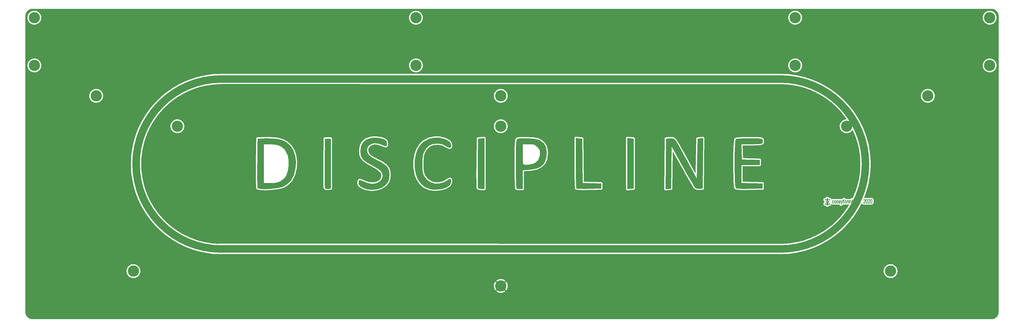
<source format=gbr>
G04 #@! TF.GenerationSoftware,KiCad,Pcbnew,(6.0.5)*
G04 #@! TF.CreationDate,2022-06-28T17:29:57-04:00*
G04 #@! TF.ProjectId,discipline-pcb,64697363-6970-46c6-996e-652d7063622e,rev?*
G04 #@! TF.SameCoordinates,Original*
G04 #@! TF.FileFunction,Copper,L1,Top*
G04 #@! TF.FilePolarity,Positive*
%FSLAX46Y46*%
G04 Gerber Fmt 4.6, Leading zero omitted, Abs format (unit mm)*
G04 Created by KiCad (PCBNEW (6.0.5)) date 2022-06-28 17:29:57*
%MOMM*%
%LPD*%
G01*
G04 APERTURE LIST*
G04 #@! TA.AperFunction,EtchedComponent*
%ADD10C,3.000000*%
G04 #@! TD*
G04 #@! TA.AperFunction,EtchedComponent*
%ADD11C,0.010000*%
G04 #@! TD*
G04 #@! TA.AperFunction,ComponentPad*
%ADD12C,4.400000*%
G04 #@! TD*
G04 #@! TA.AperFunction,ViaPad*
%ADD13C,0.800000*%
G04 #@! TD*
G04 APERTURE END LIST*
D10*
X96878345Y-85733484D02*
X316198345Y-85763484D01*
X96428345Y-152383484D02*
X315748345Y-152413484D01*
X315618345Y-152463484D02*
G75*
G03*
X315618345Y-85763484I0J33350000D01*
G01*
X96808345Y-85763484D02*
G75*
G03*
X96808345Y-152463484I0J-33350000D01*
G01*
G36*
X305398825Y-109010163D02*
G01*
X306752335Y-109035663D01*
X307653095Y-109092416D01*
X308200349Y-109192082D01*
X308493339Y-109346322D01*
X308631306Y-109566797D01*
X308645836Y-109609660D01*
X308709806Y-110398108D01*
X308632941Y-110749404D01*
X308460338Y-110976086D01*
X308076642Y-111129382D01*
X307374645Y-111222761D01*
X306247144Y-111269690D01*
X304586934Y-111283641D01*
X304380003Y-111283741D01*
X300332111Y-111283741D01*
X300425741Y-114295920D01*
X300519371Y-117308100D01*
X307520653Y-117492954D01*
X307520653Y-119424766D01*
X300356550Y-119424766D01*
X300356550Y-126569411D01*
X304508474Y-126660550D01*
X308660397Y-126751690D01*
X308660397Y-128705536D01*
X303604577Y-128794844D01*
X301455550Y-128815045D01*
X299893268Y-128786238D01*
X298854779Y-128704853D01*
X298277132Y-128567321D01*
X298150090Y-128485485D01*
X298026734Y-128043374D01*
X297924273Y-127053154D01*
X297842750Y-125617629D01*
X297782206Y-123839604D01*
X297742684Y-121821883D01*
X297724226Y-119667270D01*
X297726876Y-117478569D01*
X297750676Y-115358585D01*
X297795668Y-113410122D01*
X297861895Y-111735983D01*
X297949399Y-110438975D01*
X298058223Y-109621899D01*
X298142192Y-109395023D01*
X298603553Y-109221591D01*
X299609906Y-109100337D01*
X301195727Y-109028741D01*
X303395496Y-109004287D01*
X303493324Y-109004254D01*
X305398825Y-109010163D01*
G37*
D11*
X305398825Y-109010163D02*
X306752335Y-109035663D01*
X307653095Y-109092416D01*
X308200349Y-109192082D01*
X308493339Y-109346322D01*
X308631306Y-109566797D01*
X308645836Y-109609660D01*
X308709806Y-110398108D01*
X308632941Y-110749404D01*
X308460338Y-110976086D01*
X308076642Y-111129382D01*
X307374645Y-111222761D01*
X306247144Y-111269690D01*
X304586934Y-111283641D01*
X304380003Y-111283741D01*
X300332111Y-111283741D01*
X300425741Y-114295920D01*
X300519371Y-117308100D01*
X307520653Y-117492954D01*
X307520653Y-119424766D01*
X300356550Y-119424766D01*
X300356550Y-126569411D01*
X304508474Y-126660550D01*
X308660397Y-126751690D01*
X308660397Y-128705536D01*
X303604577Y-128794844D01*
X301455550Y-128815045D01*
X299893268Y-128786238D01*
X298854779Y-128704853D01*
X298277132Y-128567321D01*
X298150090Y-128485485D01*
X298026734Y-128043374D01*
X297924273Y-127053154D01*
X297842750Y-125617629D01*
X297782206Y-123839604D01*
X297742684Y-121821883D01*
X297724226Y-119667270D01*
X297726876Y-117478569D01*
X297750676Y-115358585D01*
X297795668Y-113410122D01*
X297861895Y-111735983D01*
X297949399Y-110438975D01*
X298058223Y-109621899D01*
X298142192Y-109395023D01*
X298603553Y-109221591D01*
X299609906Y-109100337D01*
X301195727Y-109028741D01*
X303395496Y-109004287D01*
X303493324Y-109004254D01*
X305398825Y-109010163D01*
G36*
X256964884Y-109066006D02*
G01*
X258186038Y-109167074D01*
X258186038Y-128705536D01*
X256964884Y-128806603D01*
X255743730Y-128907671D01*
X255743730Y-108964939D01*
X256964884Y-109066006D01*
G37*
X256964884Y-109066006D02*
X258186038Y-109167074D01*
X258186038Y-128705536D01*
X256964884Y-128806603D01*
X255743730Y-128907671D01*
X255743730Y-108964939D01*
X256964884Y-109066006D01*
G36*
X285300459Y-118833904D02*
G01*
X285214243Y-128705536D01*
X284074499Y-128801439D01*
X283141336Y-128751393D01*
X282421937Y-128499762D01*
X282388843Y-128475798D01*
X282092989Y-128088758D01*
X281531426Y-127207531D01*
X280750072Y-125909819D01*
X279794845Y-124273324D01*
X278711662Y-122375747D01*
X277546443Y-120294791D01*
X277428567Y-120082112D01*
X273014204Y-112109970D01*
X272839884Y-128705536D01*
X271776744Y-128807937D01*
X270713605Y-128910337D01*
X270799821Y-119038706D01*
X270886038Y-109167074D01*
X272396335Y-109069312D01*
X273401652Y-109063734D01*
X274023819Y-109268611D01*
X274513002Y-109760272D01*
X274833672Y-110258886D01*
X275413533Y-111242227D01*
X276202418Y-112621901D01*
X277150161Y-114309517D01*
X278206598Y-116216681D01*
X279027063Y-117714095D01*
X282934756Y-124879196D01*
X283097576Y-117023135D01*
X283260397Y-109167074D01*
X284323536Y-109064673D01*
X285386676Y-108962272D01*
X285300459Y-118833904D01*
G37*
X285300459Y-118833904D02*
X285214243Y-128705536D01*
X284074499Y-128801439D01*
X283141336Y-128751393D01*
X282421937Y-128499762D01*
X282388843Y-128475798D01*
X282092989Y-128088758D01*
X281531426Y-127207531D01*
X280750072Y-125909819D01*
X279794845Y-124273324D01*
X278711662Y-122375747D01*
X277546443Y-120294791D01*
X277428567Y-120082112D01*
X273014204Y-112109970D01*
X272839884Y-128705536D01*
X271776744Y-128807937D01*
X270713605Y-128910337D01*
X270799821Y-119038706D01*
X270886038Y-109167074D01*
X272396335Y-109069312D01*
X273401652Y-109063734D01*
X274023819Y-109268611D01*
X274513002Y-109760272D01*
X274833672Y-110258886D01*
X275413533Y-111242227D01*
X276202418Y-112621901D01*
X277150161Y-114309517D01*
X278206598Y-116216681D01*
X279027063Y-117714095D01*
X282934756Y-124879196D01*
X283097576Y-117023135D01*
X283260397Y-109167074D01*
X284323536Y-109064673D01*
X285386676Y-108962272D01*
X285300459Y-118833904D01*
G36*
X116840747Y-109091587D02*
G01*
X118966376Y-109331993D01*
X120727792Y-109818972D01*
X122253182Y-110577026D01*
X122324535Y-110621837D01*
X123836774Y-111954263D01*
X124972378Y-113745812D01*
X125699855Y-115903294D01*
X125987713Y-118333524D01*
X125807095Y-120926872D01*
X125185497Y-123401153D01*
X124173460Y-125379111D01*
X122737667Y-126909062D01*
X120928345Y-128001801D01*
X120018923Y-128289072D01*
X118741532Y-128528703D01*
X117233993Y-128713840D01*
X115634125Y-128837631D01*
X114079748Y-128893222D01*
X112708681Y-128873760D01*
X111658745Y-128772392D01*
X111067758Y-128582265D01*
X110995675Y-128495705D01*
X110954428Y-128065302D01*
X110922636Y-127069857D01*
X110915592Y-126588869D01*
X113438602Y-126588869D01*
X115974730Y-126588869D01*
X117542780Y-126534889D01*
X118714363Y-126342561D01*
X119737656Y-125966301D01*
X119963833Y-125856177D01*
X121339198Y-124881593D01*
X122307401Y-123518556D01*
X122902131Y-121702496D01*
X123138162Y-119772164D01*
X123126380Y-117463917D01*
X122774926Y-115608300D01*
X122052785Y-114084443D01*
X121489602Y-113347626D01*
X120425520Y-112346137D01*
X119236390Y-111709893D01*
X117753176Y-111376577D01*
X115891369Y-111283741D01*
X113438602Y-111283741D01*
X113438602Y-126588869D01*
X110915592Y-126588869D01*
X110901046Y-125595553D01*
X110890408Y-123728571D01*
X110891470Y-121555095D01*
X110904981Y-119161306D01*
X110909763Y-118606700D01*
X110976890Y-111283741D01*
X110996294Y-109167074D01*
X114222715Y-109073252D01*
X116840747Y-109091587D01*
G37*
X116840747Y-109091587D02*
X118966376Y-109331993D01*
X120727792Y-109818972D01*
X122253182Y-110577026D01*
X122324535Y-110621837D01*
X123836774Y-111954263D01*
X124972378Y-113745812D01*
X125699855Y-115903294D01*
X125987713Y-118333524D01*
X125807095Y-120926872D01*
X125185497Y-123401153D01*
X124173460Y-125379111D01*
X122737667Y-126909062D01*
X120928345Y-128001801D01*
X120018923Y-128289072D01*
X118741532Y-128528703D01*
X117233993Y-128713840D01*
X115634125Y-128837631D01*
X114079748Y-128893222D01*
X112708681Y-128873760D01*
X111658745Y-128772392D01*
X111067758Y-128582265D01*
X110995675Y-128495705D01*
X110954428Y-128065302D01*
X110922636Y-127069857D01*
X110915592Y-126588869D01*
X113438602Y-126588869D01*
X115974730Y-126588869D01*
X117542780Y-126534889D01*
X118714363Y-126342561D01*
X119737656Y-125966301D01*
X119963833Y-125856177D01*
X121339198Y-124881593D01*
X122307401Y-123518556D01*
X122902131Y-121702496D01*
X123138162Y-119772164D01*
X123126380Y-117463917D01*
X122774926Y-115608300D01*
X122052785Y-114084443D01*
X121489602Y-113347626D01*
X120425520Y-112346137D01*
X119236390Y-111709893D01*
X117753176Y-111376577D01*
X115891369Y-111283741D01*
X113438602Y-111283741D01*
X113438602Y-126588869D01*
X110915592Y-126588869D01*
X110901046Y-125595553D01*
X110890408Y-123728571D01*
X110891470Y-121555095D01*
X110904981Y-119161306D01*
X110909763Y-118606700D01*
X110976890Y-111283741D01*
X110996294Y-109167074D01*
X114222715Y-109073252D01*
X116840747Y-109091587D01*
G36*
X199733474Y-128868356D02*
G01*
X198583510Y-128868356D01*
X197776719Y-128763113D01*
X197301855Y-128505001D01*
X197275825Y-128457341D01*
X197238361Y-128037083D01*
X197209987Y-127051329D01*
X197191321Y-125585810D01*
X197182984Y-123726257D01*
X197185595Y-121558403D01*
X197199773Y-119167977D01*
X197204635Y-118606700D01*
X197291166Y-109167074D01*
X198512320Y-109066006D01*
X199733474Y-108964939D01*
X199733474Y-128868356D01*
G37*
X199733474Y-128868356D02*
X198583510Y-128868356D01*
X197776719Y-128763113D01*
X197301855Y-128505001D01*
X197275825Y-128457341D01*
X197238361Y-128037083D01*
X197209987Y-127051329D01*
X197191321Y-125585810D01*
X197182984Y-123726257D01*
X197185595Y-121558403D01*
X197199773Y-119167977D01*
X197204635Y-118606700D01*
X197291166Y-109167074D01*
X198512320Y-109066006D01*
X199733474Y-108964939D01*
X199733474Y-128868356D01*
G36*
X216772434Y-109063453D02*
G01*
X218469498Y-109146283D01*
X219671884Y-109261084D01*
X220536190Y-109436593D01*
X221219010Y-109701548D01*
X221689324Y-109965776D01*
X222951973Y-110963325D01*
X223730079Y-112162832D01*
X224096871Y-113710114D01*
X224149976Y-114865792D01*
X223913490Y-116975774D01*
X223203867Y-118655630D01*
X222007196Y-119918378D01*
X220309564Y-120777039D01*
X218097060Y-121244630D01*
X217258435Y-121314938D01*
X214712961Y-121462293D01*
X214712961Y-128868356D01*
X213627491Y-128868356D01*
X212822859Y-128808780D01*
X212339632Y-128664082D01*
X212324927Y-128651262D01*
X212269248Y-128281924D01*
X212218851Y-127345213D01*
X212175641Y-125925030D01*
X212141520Y-124105276D01*
X212118393Y-121969850D01*
X212108164Y-119602654D01*
X212107833Y-119084725D01*
X212112191Y-116311798D01*
X212120448Y-115137160D01*
X214712961Y-115137160D01*
X214730325Y-116660491D01*
X214777568Y-117938010D01*
X214847415Y-118833300D01*
X214930055Y-119207672D01*
X215448721Y-119376692D01*
X216380697Y-119412673D01*
X217503153Y-119322206D01*
X218593260Y-119111881D01*
X218644834Y-119097805D01*
X220030591Y-118457547D01*
X220942026Y-117410837D01*
X221419032Y-115905190D01*
X221482743Y-115363924D01*
X221538368Y-114298498D01*
X221420245Y-113605014D01*
X221034951Y-113009104D01*
X220483973Y-112430650D01*
X219841839Y-111828796D01*
X219280526Y-111485486D01*
X218581980Y-111328419D01*
X217528150Y-111285296D01*
X217025012Y-111283741D01*
X214712961Y-111283741D01*
X214712961Y-115137160D01*
X212120448Y-115137160D01*
X212127595Y-114120557D01*
X212157535Y-112441449D01*
X212202444Y-111283741D01*
X212205502Y-111204921D01*
X212274989Y-110341421D01*
X212369487Y-109781397D01*
X212492487Y-109455296D01*
X212597566Y-109328839D01*
X213077616Y-109138656D01*
X213997523Y-109039107D01*
X215434089Y-109025309D01*
X216772434Y-109063453D01*
G37*
X216772434Y-109063453D02*
X218469498Y-109146283D01*
X219671884Y-109261084D01*
X220536190Y-109436593D01*
X221219010Y-109701548D01*
X221689324Y-109965776D01*
X222951973Y-110963325D01*
X223730079Y-112162832D01*
X224096871Y-113710114D01*
X224149976Y-114865792D01*
X223913490Y-116975774D01*
X223203867Y-118655630D01*
X222007196Y-119918378D01*
X220309564Y-120777039D01*
X218097060Y-121244630D01*
X217258435Y-121314938D01*
X214712961Y-121462293D01*
X214712961Y-128868356D01*
X213627491Y-128868356D01*
X212822859Y-128808780D01*
X212339632Y-128664082D01*
X212324927Y-128651262D01*
X212269248Y-128281924D01*
X212218851Y-127345213D01*
X212175641Y-125925030D01*
X212141520Y-124105276D01*
X212118393Y-121969850D01*
X212108164Y-119602654D01*
X212107833Y-119084725D01*
X212112191Y-116311798D01*
X212120448Y-115137160D01*
X214712961Y-115137160D01*
X214730325Y-116660491D01*
X214777568Y-117938010D01*
X214847415Y-118833300D01*
X214930055Y-119207672D01*
X215448721Y-119376692D01*
X216380697Y-119412673D01*
X217503153Y-119322206D01*
X218593260Y-119111881D01*
X218644834Y-119097805D01*
X220030591Y-118457547D01*
X220942026Y-117410837D01*
X221419032Y-115905190D01*
X221482743Y-115363924D01*
X221538368Y-114298498D01*
X221420245Y-113605014D01*
X221034951Y-113009104D01*
X220483973Y-112430650D01*
X219841839Y-111828796D01*
X219280526Y-111485486D01*
X218581980Y-111328419D01*
X217528150Y-111285296D01*
X217025012Y-111283741D01*
X214712961Y-111283741D01*
X214712961Y-115137160D01*
X212120448Y-115137160D01*
X212127595Y-114120557D01*
X212157535Y-112441449D01*
X212202444Y-111283741D01*
X212205502Y-111204921D01*
X212274989Y-110341421D01*
X212369487Y-109781397D01*
X212492487Y-109455296D01*
X212597566Y-109328839D01*
X213077616Y-109138656D01*
X213997523Y-109039107D01*
X215434089Y-109025309D01*
X216772434Y-109063453D01*
G36*
X158870985Y-108958112D02*
G01*
X160098538Y-109298701D01*
X161021051Y-109740144D01*
X161442233Y-110187362D01*
X161620439Y-111028920D01*
X161552783Y-111765354D01*
X161355996Y-112068076D01*
X160920525Y-112037855D01*
X160155635Y-111758413D01*
X159821758Y-111598833D01*
X158246516Y-111033794D01*
X156759502Y-110927194D01*
X155469498Y-111240490D01*
X154485290Y-111935136D01*
X153915662Y-112972589D01*
X153818089Y-113726048D01*
X154051380Y-114851439D01*
X154788204Y-115840507D01*
X156083985Y-116751171D01*
X157275081Y-117338613D01*
X159541400Y-118495077D01*
X161170390Y-119676765D01*
X162001937Y-120625110D01*
X162422840Y-121702178D01*
X162599451Y-123107913D01*
X162524854Y-124564499D01*
X162192131Y-125794120D01*
X162133631Y-125914969D01*
X161042702Y-127347034D01*
X159510709Y-128390558D01*
X157645375Y-129007725D01*
X155554418Y-129160714D01*
X153655268Y-128891570D01*
X152492368Y-128507316D01*
X151473508Y-127993613D01*
X150837169Y-127472530D01*
X150810896Y-127435632D01*
X150598351Y-126782523D01*
X150604552Y-126023320D01*
X150820039Y-125497688D01*
X150865863Y-125462387D01*
X151311365Y-125489468D01*
X152093337Y-125772739D01*
X152529168Y-125982804D01*
X154266407Y-126652003D01*
X155938596Y-126871130D01*
X157446154Y-126672940D01*
X158689502Y-126090183D01*
X159569059Y-125155614D01*
X159985246Y-123901983D01*
X160005268Y-123523872D01*
X159790947Y-122634057D01*
X159112851Y-121744643D01*
X157918281Y-120806596D01*
X156154541Y-119770880D01*
X155736011Y-119551396D01*
X153901346Y-118516319D01*
X152613632Y-117549105D01*
X151790994Y-116548054D01*
X151351561Y-115411469D01*
X151213459Y-114037653D01*
X151212961Y-113933123D01*
X151469045Y-112066618D01*
X152233626Y-110605739D01*
X153501196Y-109556151D01*
X155266247Y-108923519D01*
X156226363Y-108775859D01*
X157519792Y-108767468D01*
X158870985Y-108958112D01*
G37*
X158870985Y-108958112D02*
X160098538Y-109298701D01*
X161021051Y-109740144D01*
X161442233Y-110187362D01*
X161620439Y-111028920D01*
X161552783Y-111765354D01*
X161355996Y-112068076D01*
X160920525Y-112037855D01*
X160155635Y-111758413D01*
X159821758Y-111598833D01*
X158246516Y-111033794D01*
X156759502Y-110927194D01*
X155469498Y-111240490D01*
X154485290Y-111935136D01*
X153915662Y-112972589D01*
X153818089Y-113726048D01*
X154051380Y-114851439D01*
X154788204Y-115840507D01*
X156083985Y-116751171D01*
X157275081Y-117338613D01*
X159541400Y-118495077D01*
X161170390Y-119676765D01*
X162001937Y-120625110D01*
X162422840Y-121702178D01*
X162599451Y-123107913D01*
X162524854Y-124564499D01*
X162192131Y-125794120D01*
X162133631Y-125914969D01*
X161042702Y-127347034D01*
X159510709Y-128390558D01*
X157645375Y-129007725D01*
X155554418Y-129160714D01*
X153655268Y-128891570D01*
X152492368Y-128507316D01*
X151473508Y-127993613D01*
X150837169Y-127472530D01*
X150810896Y-127435632D01*
X150598351Y-126782523D01*
X150604552Y-126023320D01*
X150820039Y-125497688D01*
X150865863Y-125462387D01*
X151311365Y-125489468D01*
X152093337Y-125772739D01*
X152529168Y-125982804D01*
X154266407Y-126652003D01*
X155938596Y-126871130D01*
X157446154Y-126672940D01*
X158689502Y-126090183D01*
X159569059Y-125155614D01*
X159985246Y-123901983D01*
X160005268Y-123523872D01*
X159790947Y-122634057D01*
X159112851Y-121744643D01*
X157918281Y-120806596D01*
X156154541Y-119770880D01*
X155736011Y-119551396D01*
X153901346Y-118516319D01*
X152613632Y-117549105D01*
X151790994Y-116548054D01*
X151351561Y-115411469D01*
X151213459Y-114037653D01*
X151212961Y-113933123D01*
X151469045Y-112066618D01*
X152233626Y-110605739D01*
X153501196Y-109556151D01*
X155266247Y-108923519D01*
X156226363Y-108775859D01*
X157519792Y-108767468D01*
X158870985Y-108958112D01*
G36*
X182308392Y-108816567D02*
G01*
X184431510Y-109356777D01*
X185017193Y-109623684D01*
X186059754Y-110296612D01*
X186581113Y-111057378D01*
X186707833Y-111942438D01*
X186558492Y-112574255D01*
X186082126Y-112712086D01*
X185236216Y-112358191D01*
X184735944Y-112047251D01*
X183357734Y-111362017D01*
X181755367Y-111059246D01*
X181549538Y-111044689D01*
X179661954Y-111172783D01*
X178131103Y-111834695D01*
X176902302Y-113061715D01*
X176306448Y-114044648D01*
X175921601Y-114865578D01*
X175676479Y-115642490D01*
X175540701Y-116559771D01*
X175483889Y-117801810D01*
X175474838Y-119092084D01*
X175495217Y-120728942D01*
X175572579Y-121890329D01*
X175734005Y-122751373D01*
X176006578Y-123487197D01*
X176220665Y-123915105D01*
X177322678Y-125347575D01*
X178781598Y-126315616D01*
X180475293Y-126796031D01*
X182281627Y-126765625D01*
X184078469Y-126201204D01*
X185095549Y-125600608D01*
X185809895Y-125161583D01*
X186327999Y-124961814D01*
X186351051Y-124960664D01*
X186658245Y-125217674D01*
X186712369Y-125844064D01*
X186543854Y-126622869D01*
X186183130Y-127337128D01*
X185986293Y-127561355D01*
X184782640Y-128319389D01*
X183154860Y-128845079D01*
X181299174Y-129104419D01*
X179411803Y-129063406D01*
X178357809Y-128883357D01*
X176487502Y-128119158D01*
X174932203Y-126829578D01*
X173725032Y-125076352D01*
X172899109Y-122921219D01*
X172487555Y-120425914D01*
X172497346Y-117959382D01*
X172912324Y-115440835D01*
X173721381Y-113226324D01*
X174876046Y-111421065D01*
X176001588Y-110352818D01*
X177915273Y-109328996D01*
X180076927Y-108812109D01*
X182308392Y-108816567D01*
G37*
X182308392Y-108816567D02*
X184431510Y-109356777D01*
X185017193Y-109623684D01*
X186059754Y-110296612D01*
X186581113Y-111057378D01*
X186707833Y-111942438D01*
X186558492Y-112574255D01*
X186082126Y-112712086D01*
X185236216Y-112358191D01*
X184735944Y-112047251D01*
X183357734Y-111362017D01*
X181755367Y-111059246D01*
X181549538Y-111044689D01*
X179661954Y-111172783D01*
X178131103Y-111834695D01*
X176902302Y-113061715D01*
X176306448Y-114044648D01*
X175921601Y-114865578D01*
X175676479Y-115642490D01*
X175540701Y-116559771D01*
X175483889Y-117801810D01*
X175474838Y-119092084D01*
X175495217Y-120728942D01*
X175572579Y-121890329D01*
X175734005Y-122751373D01*
X176006578Y-123487197D01*
X176220665Y-123915105D01*
X177322678Y-125347575D01*
X178781598Y-126315616D01*
X180475293Y-126796031D01*
X182281627Y-126765625D01*
X184078469Y-126201204D01*
X185095549Y-125600608D01*
X185809895Y-125161583D01*
X186327999Y-124961814D01*
X186351051Y-124960664D01*
X186658245Y-125217674D01*
X186712369Y-125844064D01*
X186543854Y-126622869D01*
X186183130Y-127337128D01*
X185986293Y-127561355D01*
X184782640Y-128319389D01*
X183154860Y-128845079D01*
X181299174Y-129104419D01*
X179411803Y-129063406D01*
X178357809Y-128883357D01*
X176487502Y-128119158D01*
X174932203Y-126829578D01*
X173725032Y-125076352D01*
X172899109Y-122921219D01*
X172487555Y-120425914D01*
X172497346Y-117959382D01*
X172912324Y-115440835D01*
X173721381Y-113226324D01*
X174876046Y-111421065D01*
X176001588Y-110352818D01*
X177915273Y-109328996D01*
X180076927Y-108812109D01*
X182308392Y-108816567D01*
G36*
X236775140Y-109066006D02*
G01*
X237996294Y-109167074D01*
X238169712Y-126567638D01*
X245486038Y-126751690D01*
X245486038Y-128705536D01*
X240745453Y-128795293D01*
X239049744Y-128812395D01*
X237590497Y-128798761D01*
X236489251Y-128757711D01*
X235867547Y-128692567D01*
X235779427Y-128659609D01*
X235722717Y-128288970D01*
X235671236Y-127349275D01*
X235626846Y-125922741D01*
X235591408Y-124091586D01*
X235566783Y-121938027D01*
X235554832Y-119544281D01*
X235553986Y-118699553D01*
X235553986Y-108964939D01*
X236775140Y-109066006D01*
G37*
X236775140Y-109066006D02*
X237996294Y-109167074D01*
X238169712Y-126567638D01*
X245486038Y-126751690D01*
X245486038Y-128705536D01*
X240745453Y-128795293D01*
X239049744Y-128812395D01*
X237590497Y-128798761D01*
X236489251Y-128757711D01*
X235867547Y-128692567D01*
X235779427Y-128659609D01*
X235722717Y-128288970D01*
X235671236Y-127349275D01*
X235626846Y-125922741D01*
X235591408Y-124091586D01*
X235566783Y-121938027D01*
X235554832Y-119544281D01*
X235553986Y-118699553D01*
X235553986Y-108964939D01*
X236775140Y-109066006D01*
G36*
X139652704Y-128705536D02*
G01*
X138592132Y-128807745D01*
X137734339Y-128757271D01*
X137365857Y-128478140D01*
X137326343Y-128052383D01*
X137296116Y-127061376D01*
X137275865Y-125591095D01*
X137266281Y-123727515D01*
X137268052Y-121556612D01*
X137281868Y-119164362D01*
X137286686Y-118606700D01*
X137373217Y-109167074D01*
X139652704Y-109167074D01*
X139652704Y-128705536D01*
G37*
X139652704Y-128705536D02*
X138592132Y-128807745D01*
X137734339Y-128757271D01*
X137365857Y-128478140D01*
X137326343Y-128052383D01*
X137296116Y-127061376D01*
X137275865Y-125591095D01*
X137266281Y-123727515D01*
X137268052Y-121556612D01*
X137281868Y-119164362D01*
X137286686Y-118606700D01*
X137373217Y-109167074D01*
X139652704Y-109167074D01*
X139652704Y-128705536D01*
G36*
X334220179Y-132963920D02*
G01*
X335071079Y-132963920D01*
X335071079Y-133268720D01*
X334220179Y-133268720D01*
X334220179Y-133795770D01*
X334753579Y-133795770D01*
X334753579Y-134100570D01*
X334220179Y-134100570D01*
X334220179Y-134621270D01*
X335071079Y-134621270D01*
X335071079Y-134907020D01*
X334220179Y-134907020D01*
X334220179Y-135351520D01*
X333915379Y-135351520D01*
X333915379Y-134907020D01*
X333058129Y-134907020D01*
X333058129Y-134621270D01*
X333915379Y-134621270D01*
X333915379Y-134106920D01*
X333375629Y-134106920D01*
X333375629Y-133802120D01*
X333915379Y-133802120D01*
X333915379Y-133275070D01*
X333058129Y-133275070D01*
X333058129Y-132970270D01*
X333915379Y-132970270D01*
X333915379Y-132506720D01*
X334220179Y-132506720D01*
X334220179Y-132963920D01*
G37*
X334220179Y-132963920D02*
X335071079Y-132963920D01*
X335071079Y-133268720D01*
X334220179Y-133268720D01*
X334220179Y-133795770D01*
X334753579Y-133795770D01*
X334753579Y-134100570D01*
X334220179Y-134100570D01*
X334220179Y-134621270D01*
X335071079Y-134621270D01*
X335071079Y-134907020D01*
X334220179Y-134907020D01*
X334220179Y-135351520D01*
X333915379Y-135351520D01*
X333915379Y-134907020D01*
X333058129Y-134907020D01*
X333058129Y-134621270D01*
X333915379Y-134621270D01*
X333915379Y-134106920D01*
X333375629Y-134106920D01*
X333375629Y-133802120D01*
X333915379Y-133802120D01*
X333915379Y-133275070D01*
X333058129Y-133275070D01*
X333058129Y-132970270D01*
X333915379Y-132970270D01*
X333915379Y-132506720D01*
X334220179Y-132506720D01*
X334220179Y-132963920D01*
G36*
X343127817Y-133366313D02*
G01*
X343183209Y-133385036D01*
X343229409Y-133413403D01*
X343266842Y-133451937D01*
X343295927Y-133501166D01*
X343317088Y-133561614D01*
X343328223Y-133615987D01*
X343330055Y-133635509D01*
X343331654Y-133668693D01*
X343333012Y-133715088D01*
X343334122Y-133774247D01*
X343334978Y-133845719D01*
X343335571Y-133929058D01*
X343335894Y-134023813D01*
X343335956Y-134093102D01*
X343335956Y-134520375D01*
X343173679Y-134520375D01*
X343173679Y-134089583D01*
X343173548Y-133986074D01*
X343173158Y-133895201D01*
X343172513Y-133817182D01*
X343171616Y-133752239D01*
X343170470Y-133700589D01*
X343169080Y-133662455D01*
X343167449Y-133638054D01*
X343166152Y-133629208D01*
X343148394Y-133584781D01*
X343120354Y-133549890D01*
X343082408Y-133524822D01*
X343034933Y-133509865D01*
X343005109Y-133506067D01*
X342953435Y-133507132D01*
X342907748Y-133517586D01*
X342870429Y-133536761D01*
X342857289Y-133547770D01*
X342844925Y-133560372D01*
X342834246Y-133573004D01*
X342825126Y-133586750D01*
X342817445Y-133602696D01*
X342811078Y-133621928D01*
X342805904Y-133645533D01*
X342801798Y-133674595D01*
X342798639Y-133710201D01*
X342796304Y-133753436D01*
X342794669Y-133805387D01*
X342793612Y-133867139D01*
X342793010Y-133939777D01*
X342792739Y-134024389D01*
X342792679Y-134118829D01*
X342792679Y-134520375D01*
X342637456Y-134520375D01*
X342637456Y-133377375D01*
X342790915Y-133377375D01*
X342795324Y-133399424D01*
X342797764Y-133418818D01*
X342799365Y-133445353D01*
X342799734Y-133464305D01*
X342799734Y-133507138D01*
X342819664Y-133475770D01*
X342856434Y-133430483D01*
X342901868Y-133395542D01*
X342954502Y-133371467D01*
X343012873Y-133358778D01*
X343075516Y-133357996D01*
X343127817Y-133366313D01*
G37*
X343127817Y-133366313D02*
X343183209Y-133385036D01*
X343229409Y-133413403D01*
X343266842Y-133451937D01*
X343295927Y-133501166D01*
X343317088Y-133561614D01*
X343328223Y-133615987D01*
X343330055Y-133635509D01*
X343331654Y-133668693D01*
X343333012Y-133715088D01*
X343334122Y-133774247D01*
X343334978Y-133845719D01*
X343335571Y-133929058D01*
X343335894Y-134023813D01*
X343335956Y-134093102D01*
X343335956Y-134520375D01*
X343173679Y-134520375D01*
X343173679Y-134089583D01*
X343173548Y-133986074D01*
X343173158Y-133895201D01*
X343172513Y-133817182D01*
X343171616Y-133752239D01*
X343170470Y-133700589D01*
X343169080Y-133662455D01*
X343167449Y-133638054D01*
X343166152Y-133629208D01*
X343148394Y-133584781D01*
X343120354Y-133549890D01*
X343082408Y-133524822D01*
X343034933Y-133509865D01*
X343005109Y-133506067D01*
X342953435Y-133507132D01*
X342907748Y-133517586D01*
X342870429Y-133536761D01*
X342857289Y-133547770D01*
X342844925Y-133560372D01*
X342834246Y-133573004D01*
X342825126Y-133586750D01*
X342817445Y-133602696D01*
X342811078Y-133621928D01*
X342805904Y-133645533D01*
X342801798Y-133674595D01*
X342798639Y-133710201D01*
X342796304Y-133753436D01*
X342794669Y-133805387D01*
X342793612Y-133867139D01*
X342793010Y-133939777D01*
X342792739Y-134024389D01*
X342792679Y-134118829D01*
X342792679Y-134520375D01*
X342637456Y-134520375D01*
X342637456Y-133377375D01*
X342790915Y-133377375D01*
X342795324Y-133399424D01*
X342797764Y-133418818D01*
X342799365Y-133445353D01*
X342799734Y-133464305D01*
X342799734Y-133507138D01*
X342819664Y-133475770D01*
X342856434Y-133430483D01*
X342901868Y-133395542D01*
X342954502Y-133371467D01*
X343012873Y-133358778D01*
X343075516Y-133357996D01*
X343127817Y-133366313D01*
G36*
X345727790Y-133377375D02*
G01*
X345946512Y-133377375D01*
X345946512Y-133525542D01*
X345727790Y-133525542D01*
X345728099Y-133897722D01*
X345728204Y-133983579D01*
X345728422Y-134056500D01*
X345728840Y-134117662D01*
X345729544Y-134168240D01*
X345730623Y-134209410D01*
X345732161Y-134242347D01*
X345734247Y-134268227D01*
X345736966Y-134288227D01*
X345740406Y-134303522D01*
X345744654Y-134315286D01*
X345749796Y-134324698D01*
X345755920Y-134332931D01*
X345760633Y-134338394D01*
X345787828Y-134359635D01*
X345825081Y-134373008D01*
X345873306Y-134378805D01*
X345888304Y-134379109D01*
X345946512Y-134379264D01*
X345946512Y-134527431D01*
X345874192Y-134526601D01*
X345839490Y-134525693D01*
X345806287Y-134523945D01*
X345779564Y-134521657D01*
X345769713Y-134520324D01*
X345713528Y-134504827D01*
X345666638Y-134478872D01*
X345628937Y-134442338D01*
X345600320Y-134395101D01*
X345580680Y-134337039D01*
X345572444Y-134291657D01*
X345571158Y-134274745D01*
X345569947Y-134245306D01*
X345568839Y-134204924D01*
X345567859Y-134155184D01*
X345567032Y-134097669D01*
X345566386Y-134033964D01*
X345565947Y-133965653D01*
X345565739Y-133894320D01*
X345565730Y-133883611D01*
X345565512Y-133525542D01*
X345452623Y-133525542D01*
X345452623Y-133377375D01*
X345565512Y-133377375D01*
X345565512Y-133045764D01*
X345727790Y-133045764D01*
X345727790Y-133377375D01*
G37*
X345727790Y-133377375D02*
X345946512Y-133377375D01*
X345946512Y-133525542D01*
X345727790Y-133525542D01*
X345728099Y-133897722D01*
X345728204Y-133983579D01*
X345728422Y-134056500D01*
X345728840Y-134117662D01*
X345729544Y-134168240D01*
X345730623Y-134209410D01*
X345732161Y-134242347D01*
X345734247Y-134268227D01*
X345736966Y-134288227D01*
X345740406Y-134303522D01*
X345744654Y-134315286D01*
X345749796Y-134324698D01*
X345755920Y-134332931D01*
X345760633Y-134338394D01*
X345787828Y-134359635D01*
X345825081Y-134373008D01*
X345873306Y-134378805D01*
X345888304Y-134379109D01*
X345946512Y-134379264D01*
X345946512Y-134527431D01*
X345874192Y-134526601D01*
X345839490Y-134525693D01*
X345806287Y-134523945D01*
X345779564Y-134521657D01*
X345769713Y-134520324D01*
X345713528Y-134504827D01*
X345666638Y-134478872D01*
X345628937Y-134442338D01*
X345600320Y-134395101D01*
X345580680Y-134337039D01*
X345572444Y-134291657D01*
X345571158Y-134274745D01*
X345569947Y-134245306D01*
X345568839Y-134204924D01*
X345567859Y-134155184D01*
X345567032Y-134097669D01*
X345566386Y-134033964D01*
X345565947Y-133965653D01*
X345565739Y-133894320D01*
X345565730Y-133883611D01*
X345565512Y-133525542D01*
X345452623Y-133525542D01*
X345452623Y-133377375D01*
X345565512Y-133377375D01*
X345565512Y-133045764D01*
X345727790Y-133045764D01*
X345727790Y-133377375D01*
G36*
X336306452Y-133358440D02*
G01*
X336378325Y-133369347D01*
X336441979Y-133391106D01*
X336496853Y-133423325D01*
X336542387Y-133465609D01*
X336578022Y-133517566D01*
X336598244Y-133563573D01*
X336604165Y-133584664D01*
X336609893Y-133612232D01*
X336614973Y-133642844D01*
X336618948Y-133673072D01*
X336621362Y-133699482D01*
X336621757Y-133718644D01*
X336619969Y-133726899D01*
X336611983Y-133728259D01*
X336593025Y-133729340D01*
X336566236Y-133730006D01*
X336544782Y-133730153D01*
X336472849Y-133730153D01*
X336468056Y-133683368D01*
X336460363Y-133637002D01*
X336447056Y-133600436D01*
X336426655Y-133569983D01*
X336419390Y-133561965D01*
X336391749Y-133536917D01*
X336363523Y-133520603D01*
X336330719Y-133511513D01*
X336289345Y-133508134D01*
X336276873Y-133508004D01*
X336230737Y-133510498D01*
X336194613Y-133518871D01*
X336165150Y-133534465D01*
X336139000Y-133558619D01*
X336133113Y-133565511D01*
X336123150Y-133577950D01*
X336114848Y-133589863D01*
X336108058Y-133602618D01*
X336102627Y-133617581D01*
X336098405Y-133636120D01*
X336095239Y-133659601D01*
X336092980Y-133689392D01*
X336091475Y-133726860D01*
X336090573Y-133773371D01*
X336090124Y-133830292D01*
X336089975Y-133898991D01*
X336089970Y-133955424D01*
X336090039Y-134255792D01*
X336106675Y-134291070D01*
X336131530Y-134330875D01*
X336163768Y-134359530D01*
X336204363Y-134377593D01*
X336254287Y-134385623D01*
X336272527Y-134386165D01*
X336318157Y-134384057D01*
X336354115Y-134376547D01*
X336384235Y-134362319D01*
X336412351Y-134340055D01*
X336415482Y-134337064D01*
X336445130Y-134298890D01*
X336464144Y-134253722D01*
X336470900Y-134205424D01*
X336470901Y-134205122D01*
X336470901Y-134181708D01*
X336626123Y-134181708D01*
X336626070Y-134201111D01*
X336620716Y-134257654D01*
X336605981Y-134315212D01*
X336583404Y-134369822D01*
X336554521Y-134417521D01*
X336531663Y-134444388D01*
X336493060Y-134475496D01*
X336445667Y-134502069D01*
X336394684Y-134521399D01*
X336373540Y-134526689D01*
X336339860Y-134531324D01*
X336298327Y-134533545D01*
X336253808Y-134533425D01*
X336211173Y-134531038D01*
X336175291Y-134526457D01*
X336161908Y-134523503D01*
X336097845Y-134500051D01*
X336043955Y-134466834D01*
X336000063Y-134423678D01*
X335965991Y-134370407D01*
X335941560Y-134306845D01*
X335941087Y-134305181D01*
X335938627Y-134293698D01*
X335936584Y-134277476D01*
X335934923Y-134255318D01*
X335933612Y-134226029D01*
X335932618Y-134188412D01*
X335931909Y-134141271D01*
X335931450Y-134083411D01*
X335931209Y-134013636D01*
X335931151Y-133945347D01*
X335931164Y-133869239D01*
X335931244Y-133805870D01*
X335931451Y-133753864D01*
X335931847Y-133711851D01*
X335932492Y-133678455D01*
X335933448Y-133652305D01*
X335934774Y-133632027D01*
X335936533Y-133616248D01*
X335938784Y-133603594D01*
X335941590Y-133592693D01*
X335945010Y-133582170D01*
X335947575Y-133574931D01*
X335976933Y-133511254D01*
X336015394Y-133458270D01*
X336062621Y-133416180D01*
X336118275Y-133385189D01*
X336182018Y-133365502D01*
X336253512Y-133357322D01*
X336306452Y-133358440D01*
G37*
X336306452Y-133358440D02*
X336378325Y-133369347D01*
X336441979Y-133391106D01*
X336496853Y-133423325D01*
X336542387Y-133465609D01*
X336578022Y-133517566D01*
X336598244Y-133563573D01*
X336604165Y-133584664D01*
X336609893Y-133612232D01*
X336614973Y-133642844D01*
X336618948Y-133673072D01*
X336621362Y-133699482D01*
X336621757Y-133718644D01*
X336619969Y-133726899D01*
X336611983Y-133728259D01*
X336593025Y-133729340D01*
X336566236Y-133730006D01*
X336544782Y-133730153D01*
X336472849Y-133730153D01*
X336468056Y-133683368D01*
X336460363Y-133637002D01*
X336447056Y-133600436D01*
X336426655Y-133569983D01*
X336419390Y-133561965D01*
X336391749Y-133536917D01*
X336363523Y-133520603D01*
X336330719Y-133511513D01*
X336289345Y-133508134D01*
X336276873Y-133508004D01*
X336230737Y-133510498D01*
X336194613Y-133518871D01*
X336165150Y-133534465D01*
X336139000Y-133558619D01*
X336133113Y-133565511D01*
X336123150Y-133577950D01*
X336114848Y-133589863D01*
X336108058Y-133602618D01*
X336102627Y-133617581D01*
X336098405Y-133636120D01*
X336095239Y-133659601D01*
X336092980Y-133689392D01*
X336091475Y-133726860D01*
X336090573Y-133773371D01*
X336090124Y-133830292D01*
X336089975Y-133898991D01*
X336089970Y-133955424D01*
X336090039Y-134255792D01*
X336106675Y-134291070D01*
X336131530Y-134330875D01*
X336163768Y-134359530D01*
X336204363Y-134377593D01*
X336254287Y-134385623D01*
X336272527Y-134386165D01*
X336318157Y-134384057D01*
X336354115Y-134376547D01*
X336384235Y-134362319D01*
X336412351Y-134340055D01*
X336415482Y-134337064D01*
X336445130Y-134298890D01*
X336464144Y-134253722D01*
X336470900Y-134205424D01*
X336470901Y-134205122D01*
X336470901Y-134181708D01*
X336626123Y-134181708D01*
X336626070Y-134201111D01*
X336620716Y-134257654D01*
X336605981Y-134315212D01*
X336583404Y-134369822D01*
X336554521Y-134417521D01*
X336531663Y-134444388D01*
X336493060Y-134475496D01*
X336445667Y-134502069D01*
X336394684Y-134521399D01*
X336373540Y-134526689D01*
X336339860Y-134531324D01*
X336298327Y-134533545D01*
X336253808Y-134533425D01*
X336211173Y-134531038D01*
X336175291Y-134526457D01*
X336161908Y-134523503D01*
X336097845Y-134500051D01*
X336043955Y-134466834D01*
X336000063Y-134423678D01*
X335965991Y-134370407D01*
X335941560Y-134306845D01*
X335941087Y-134305181D01*
X335938627Y-134293698D01*
X335936584Y-134277476D01*
X335934923Y-134255318D01*
X335933612Y-134226029D01*
X335932618Y-134188412D01*
X335931909Y-134141271D01*
X335931450Y-134083411D01*
X335931209Y-134013636D01*
X335931151Y-133945347D01*
X335931164Y-133869239D01*
X335931244Y-133805870D01*
X335931451Y-133753864D01*
X335931847Y-133711851D01*
X335932492Y-133678455D01*
X335933448Y-133652305D01*
X335934774Y-133632027D01*
X335936533Y-133616248D01*
X335938784Y-133603594D01*
X335941590Y-133592693D01*
X335945010Y-133582170D01*
X335947575Y-133574931D01*
X335976933Y-133511254D01*
X336015394Y-133458270D01*
X336062621Y-133416180D01*
X336118275Y-133385189D01*
X336182018Y-133365502D01*
X336253512Y-133357322D01*
X336306452Y-133358440D01*
G36*
X343759290Y-134520375D02*
G01*
X343597012Y-134520375D01*
X343597012Y-133377375D01*
X343759290Y-133377375D01*
X343759290Y-134520375D01*
G37*
X343759290Y-134520375D02*
X343597012Y-134520375D01*
X343597012Y-133377375D01*
X343759290Y-133377375D01*
X343759290Y-134520375D01*
G36*
X337987500Y-133358729D02*
G01*
X338047546Y-133369012D01*
X338103015Y-133387192D01*
X338151307Y-133413211D01*
X338182422Y-133439006D01*
X338209219Y-133473664D01*
X338232189Y-133517590D01*
X338249122Y-133566034D01*
X338255592Y-133596097D01*
X338261053Y-133629944D01*
X338263167Y-133652223D01*
X338259867Y-133665337D01*
X338249091Y-133671690D01*
X338228773Y-133673684D01*
X338196850Y-133673724D01*
X338188929Y-133673708D01*
X338114845Y-133673708D01*
X338114845Y-133653822D01*
X338109056Y-133612372D01*
X338093084Y-133572981D01*
X338069023Y-133538909D01*
X338038970Y-133513415D01*
X338018114Y-133503300D01*
X337987522Y-133496526D01*
X337950187Y-133494026D01*
X337911236Y-133495598D01*
X337875799Y-133501040D01*
X337849385Y-133509951D01*
X337813090Y-133536240D01*
X337786153Y-133572221D01*
X337769244Y-133616469D01*
X337763030Y-133667559D01*
X337763895Y-133692321D01*
X337771747Y-133736055D01*
X337788423Y-133772656D01*
X337815087Y-133803310D01*
X337852904Y-133829203D01*
X337903038Y-133851522D01*
X337928856Y-133860374D01*
X337995260Y-133881754D01*
X338049702Y-133899812D01*
X338093732Y-133915291D01*
X338128903Y-133928933D01*
X338156766Y-133941480D01*
X338178871Y-133953674D01*
X338196769Y-133966256D01*
X338212013Y-133979970D01*
X338226153Y-133995556D01*
X338235492Y-134007050D01*
X338263701Y-134052974D01*
X338281932Y-134107164D01*
X338290469Y-134170599D01*
X338291234Y-134199127D01*
X338286999Y-134274523D01*
X338274015Y-134339225D01*
X338251862Y-134393932D01*
X338220123Y-134439341D01*
X338178376Y-134476149D01*
X338126204Y-134505054D01*
X338101483Y-134514861D01*
X338079411Y-134521444D01*
X338053960Y-134526046D01*
X338021845Y-134529065D01*
X337979782Y-134530901D01*
X337966679Y-134531237D01*
X337929905Y-134531805D01*
X337896919Y-134531811D01*
X337870964Y-134531289D01*
X337855281Y-134530273D01*
X337853790Y-134530039D01*
X337787956Y-134511900D01*
X337732450Y-134484509D01*
X337686990Y-134447536D01*
X337651291Y-134400654D01*
X337625070Y-134343534D01*
X337608042Y-134275847D01*
X337603094Y-134239917D01*
X337598404Y-134195820D01*
X337746013Y-134195820D01*
X337750762Y-134236389D01*
X337762631Y-134288388D01*
X337784776Y-134330791D01*
X337816917Y-134363365D01*
X337858777Y-134385882D01*
X337910075Y-134398109D01*
X337949040Y-134400431D01*
X338006399Y-134395189D01*
X338054247Y-134379642D01*
X338092310Y-134354060D01*
X338120310Y-134318710D01*
X338137971Y-134273861D01*
X338145019Y-134219783D01*
X338145141Y-134209635D01*
X338143098Y-134172025D01*
X338137558Y-134144020D01*
X338134080Y-134135405D01*
X338112387Y-134104289D01*
X338080845Y-134076808D01*
X338038290Y-134052241D01*
X337983560Y-134029870D01*
X337941984Y-134016484D01*
X337892719Y-134000939D01*
X337844883Y-133984124D01*
X337801546Y-133967236D01*
X337765779Y-133951471D01*
X337740901Y-133938180D01*
X337713141Y-133916615D01*
X337684655Y-133887816D01*
X337659653Y-133856533D01*
X337642343Y-133827520D01*
X337641771Y-133826251D01*
X337624510Y-133773187D01*
X337616260Y-133714970D01*
X337616549Y-133654377D01*
X337624904Y-133594185D01*
X337640854Y-133537170D01*
X337663925Y-133486108D01*
X337693647Y-133443776D01*
X337709515Y-133427917D01*
X337753487Y-133397796D01*
X337805870Y-133375878D01*
X337864065Y-133362101D01*
X337925474Y-133356405D01*
X337987500Y-133358729D01*
G37*
X337987500Y-133358729D02*
X338047546Y-133369012D01*
X338103015Y-133387192D01*
X338151307Y-133413211D01*
X338182422Y-133439006D01*
X338209219Y-133473664D01*
X338232189Y-133517590D01*
X338249122Y-133566034D01*
X338255592Y-133596097D01*
X338261053Y-133629944D01*
X338263167Y-133652223D01*
X338259867Y-133665337D01*
X338249091Y-133671690D01*
X338228773Y-133673684D01*
X338196850Y-133673724D01*
X338188929Y-133673708D01*
X338114845Y-133673708D01*
X338114845Y-133653822D01*
X338109056Y-133612372D01*
X338093084Y-133572981D01*
X338069023Y-133538909D01*
X338038970Y-133513415D01*
X338018114Y-133503300D01*
X337987522Y-133496526D01*
X337950187Y-133494026D01*
X337911236Y-133495598D01*
X337875799Y-133501040D01*
X337849385Y-133509951D01*
X337813090Y-133536240D01*
X337786153Y-133572221D01*
X337769244Y-133616469D01*
X337763030Y-133667559D01*
X337763895Y-133692321D01*
X337771747Y-133736055D01*
X337788423Y-133772656D01*
X337815087Y-133803310D01*
X337852904Y-133829203D01*
X337903038Y-133851522D01*
X337928856Y-133860374D01*
X337995260Y-133881754D01*
X338049702Y-133899812D01*
X338093732Y-133915291D01*
X338128903Y-133928933D01*
X338156766Y-133941480D01*
X338178871Y-133953674D01*
X338196769Y-133966256D01*
X338212013Y-133979970D01*
X338226153Y-133995556D01*
X338235492Y-134007050D01*
X338263701Y-134052974D01*
X338281932Y-134107164D01*
X338290469Y-134170599D01*
X338291234Y-134199127D01*
X338286999Y-134274523D01*
X338274015Y-134339225D01*
X338251862Y-134393932D01*
X338220123Y-134439341D01*
X338178376Y-134476149D01*
X338126204Y-134505054D01*
X338101483Y-134514861D01*
X338079411Y-134521444D01*
X338053960Y-134526046D01*
X338021845Y-134529065D01*
X337979782Y-134530901D01*
X337966679Y-134531237D01*
X337929905Y-134531805D01*
X337896919Y-134531811D01*
X337870964Y-134531289D01*
X337855281Y-134530273D01*
X337853790Y-134530039D01*
X337787956Y-134511900D01*
X337732450Y-134484509D01*
X337686990Y-134447536D01*
X337651291Y-134400654D01*
X337625070Y-134343534D01*
X337608042Y-134275847D01*
X337603094Y-134239917D01*
X337598404Y-134195820D01*
X337746013Y-134195820D01*
X337750762Y-134236389D01*
X337762631Y-134288388D01*
X337784776Y-134330791D01*
X337816917Y-134363365D01*
X337858777Y-134385882D01*
X337910075Y-134398109D01*
X337949040Y-134400431D01*
X338006399Y-134395189D01*
X338054247Y-134379642D01*
X338092310Y-134354060D01*
X338120310Y-134318710D01*
X338137971Y-134273861D01*
X338145019Y-134219783D01*
X338145141Y-134209635D01*
X338143098Y-134172025D01*
X338137558Y-134144020D01*
X338134080Y-134135405D01*
X338112387Y-134104289D01*
X338080845Y-134076808D01*
X338038290Y-134052241D01*
X337983560Y-134029870D01*
X337941984Y-134016484D01*
X337892719Y-134000939D01*
X337844883Y-133984124D01*
X337801546Y-133967236D01*
X337765779Y-133951471D01*
X337740901Y-133938180D01*
X337713141Y-133916615D01*
X337684655Y-133887816D01*
X337659653Y-133856533D01*
X337642343Y-133827520D01*
X337641771Y-133826251D01*
X337624510Y-133773187D01*
X337616260Y-133714970D01*
X337616549Y-133654377D01*
X337624904Y-133594185D01*
X337640854Y-133537170D01*
X337663925Y-133486108D01*
X337693647Y-133443776D01*
X337709515Y-133427917D01*
X337753487Y-133397796D01*
X337805870Y-133375878D01*
X337864065Y-133362101D01*
X337925474Y-133356405D01*
X337987500Y-133358729D01*
G36*
X350903438Y-133390788D02*
G01*
X350903754Y-133335600D01*
X350904201Y-133289598D01*
X350904801Y-133251797D01*
X350905577Y-133221211D01*
X350906550Y-133196856D01*
X350907742Y-133177746D01*
X350909175Y-133162897D01*
X350910873Y-133151323D01*
X350912856Y-133142039D01*
X350915147Y-133134060D01*
X350916354Y-133130431D01*
X350933394Y-133086096D01*
X350951787Y-133050779D01*
X350974435Y-133019468D01*
X350992214Y-132999526D01*
X351032655Y-132965145D01*
X351082201Y-132936328D01*
X351136156Y-132915687D01*
X351148984Y-132912302D01*
X351182210Y-132907115D01*
X351224390Y-132904541D01*
X351270625Y-132904507D01*
X351316014Y-132906944D01*
X351355659Y-132911781D01*
X351373609Y-132915533D01*
X351436159Y-132938512D01*
X351490497Y-132972674D01*
X351535845Y-133017208D01*
X351571427Y-133071303D01*
X351596465Y-133134148D01*
X351601486Y-133153226D01*
X351603509Y-133163733D01*
X351605263Y-133177542D01*
X351606765Y-133195629D01*
X351608033Y-133218971D01*
X351609085Y-133248545D01*
X351609939Y-133285327D01*
X351610614Y-133330293D01*
X351611126Y-133384420D01*
X351611494Y-133448684D01*
X351611736Y-133524061D01*
X351611870Y-133611529D01*
X351611914Y-133712063D01*
X351611914Y-133719570D01*
X351611901Y-133822512D01*
X351611821Y-133912375D01*
X351611610Y-133990188D01*
X351611207Y-134056984D01*
X351610549Y-134113792D01*
X351609573Y-134161644D01*
X351608218Y-134201571D01*
X351606421Y-134234604D01*
X351604119Y-134261773D01*
X351601251Y-134284111D01*
X351597753Y-134302647D01*
X351593563Y-134318413D01*
X351588620Y-134332440D01*
X351582860Y-134345758D01*
X351576220Y-134359400D01*
X351572774Y-134366225D01*
X351539067Y-134417489D01*
X351494437Y-134461214D01*
X351440647Y-134496041D01*
X351379460Y-134520614D01*
X351368413Y-134523683D01*
X351334898Y-134529585D01*
X351292643Y-134532950D01*
X351246496Y-134533780D01*
X351201305Y-134532076D01*
X351161916Y-134527841D01*
X351141267Y-134523609D01*
X351077453Y-134500428D01*
X351023522Y-134467605D01*
X350978753Y-134424473D01*
X350942423Y-134370368D01*
X350918947Y-134318728D01*
X350903040Y-134276958D01*
X350903040Y-133723097D01*
X350903053Y-133621316D01*
X350903110Y-133532661D01*
X350903187Y-133483455D01*
X351055582Y-133483455D01*
X351055610Y-133560110D01*
X351055859Y-133648851D01*
X351056273Y-133747792D01*
X351056733Y-133843237D01*
X351057196Y-133925610D01*
X351057690Y-133995954D01*
X351058246Y-134055306D01*
X351058891Y-134104708D01*
X351059657Y-134145200D01*
X351060571Y-134177822D01*
X351061664Y-134203614D01*
X351062965Y-134223616D01*
X351064503Y-134238868D01*
X351066308Y-134250411D01*
X351068409Y-134259285D01*
X351070835Y-134266530D01*
X351070927Y-134266770D01*
X351095040Y-134312821D01*
X351127524Y-134347605D01*
X351168563Y-134371241D01*
X351218340Y-134383846D01*
X351255817Y-134386182D01*
X351290236Y-134385060D01*
X351316348Y-134381007D01*
X351339830Y-134372991D01*
X351347540Y-134369504D01*
X351385635Y-134346389D01*
X351414647Y-134316121D01*
X351437120Y-134276958D01*
X351453373Y-134241681D01*
X351453373Y-133197458D01*
X351436654Y-133160476D01*
X351412288Y-133121111D01*
X351378855Y-133087418D01*
X351340489Y-133063526D01*
X351338877Y-133062818D01*
X351311995Y-133055532D01*
X351276849Y-133051778D01*
X351238787Y-133051563D01*
X351203157Y-133054891D01*
X351175306Y-133061769D01*
X351173177Y-133062643D01*
X351138799Y-133082781D01*
X351107626Y-133110504D01*
X351084744Y-133141193D01*
X351082928Y-133144596D01*
X351077517Y-133156000D01*
X351072827Y-133168206D01*
X351068812Y-133182242D01*
X351065428Y-133199132D01*
X351062628Y-133219902D01*
X351060369Y-133245579D01*
X351058604Y-133277187D01*
X351057288Y-133315753D01*
X351056376Y-133362303D01*
X351055823Y-133417861D01*
X351055582Y-133483455D01*
X350903187Y-133483455D01*
X350903230Y-133456146D01*
X350903438Y-133390788D01*
G37*
X350903438Y-133390788D02*
X350903754Y-133335600D01*
X350904201Y-133289598D01*
X350904801Y-133251797D01*
X350905577Y-133221211D01*
X350906550Y-133196856D01*
X350907742Y-133177746D01*
X350909175Y-133162897D01*
X350910873Y-133151323D01*
X350912856Y-133142039D01*
X350915147Y-133134060D01*
X350916354Y-133130431D01*
X350933394Y-133086096D01*
X350951787Y-133050779D01*
X350974435Y-133019468D01*
X350992214Y-132999526D01*
X351032655Y-132965145D01*
X351082201Y-132936328D01*
X351136156Y-132915687D01*
X351148984Y-132912302D01*
X351182210Y-132907115D01*
X351224390Y-132904541D01*
X351270625Y-132904507D01*
X351316014Y-132906944D01*
X351355659Y-132911781D01*
X351373609Y-132915533D01*
X351436159Y-132938512D01*
X351490497Y-132972674D01*
X351535845Y-133017208D01*
X351571427Y-133071303D01*
X351596465Y-133134148D01*
X351601486Y-133153226D01*
X351603509Y-133163733D01*
X351605263Y-133177542D01*
X351606765Y-133195629D01*
X351608033Y-133218971D01*
X351609085Y-133248545D01*
X351609939Y-133285327D01*
X351610614Y-133330293D01*
X351611126Y-133384420D01*
X351611494Y-133448684D01*
X351611736Y-133524061D01*
X351611870Y-133611529D01*
X351611914Y-133712063D01*
X351611914Y-133719570D01*
X351611901Y-133822512D01*
X351611821Y-133912375D01*
X351611610Y-133990188D01*
X351611207Y-134056984D01*
X351610549Y-134113792D01*
X351609573Y-134161644D01*
X351608218Y-134201571D01*
X351606421Y-134234604D01*
X351604119Y-134261773D01*
X351601251Y-134284111D01*
X351597753Y-134302647D01*
X351593563Y-134318413D01*
X351588620Y-134332440D01*
X351582860Y-134345758D01*
X351576220Y-134359400D01*
X351572774Y-134366225D01*
X351539067Y-134417489D01*
X351494437Y-134461214D01*
X351440647Y-134496041D01*
X351379460Y-134520614D01*
X351368413Y-134523683D01*
X351334898Y-134529585D01*
X351292643Y-134532950D01*
X351246496Y-134533780D01*
X351201305Y-134532076D01*
X351161916Y-134527841D01*
X351141267Y-134523609D01*
X351077453Y-134500428D01*
X351023522Y-134467605D01*
X350978753Y-134424473D01*
X350942423Y-134370368D01*
X350918947Y-134318728D01*
X350903040Y-134276958D01*
X350903040Y-133723097D01*
X350903053Y-133621316D01*
X350903110Y-133532661D01*
X350903187Y-133483455D01*
X351055582Y-133483455D01*
X351055610Y-133560110D01*
X351055859Y-133648851D01*
X351056273Y-133747792D01*
X351056733Y-133843237D01*
X351057196Y-133925610D01*
X351057690Y-133995954D01*
X351058246Y-134055306D01*
X351058891Y-134104708D01*
X351059657Y-134145200D01*
X351060571Y-134177822D01*
X351061664Y-134203614D01*
X351062965Y-134223616D01*
X351064503Y-134238868D01*
X351066308Y-134250411D01*
X351068409Y-134259285D01*
X351070835Y-134266530D01*
X351070927Y-134266770D01*
X351095040Y-134312821D01*
X351127524Y-134347605D01*
X351168563Y-134371241D01*
X351218340Y-134383846D01*
X351255817Y-134386182D01*
X351290236Y-134385060D01*
X351316348Y-134381007D01*
X351339830Y-134372991D01*
X351347540Y-134369504D01*
X351385635Y-134346389D01*
X351414647Y-134316121D01*
X351437120Y-134276958D01*
X351453373Y-134241681D01*
X351453373Y-133197458D01*
X351436654Y-133160476D01*
X351412288Y-133121111D01*
X351378855Y-133087418D01*
X351340489Y-133063526D01*
X351338877Y-133062818D01*
X351311995Y-133055532D01*
X351276849Y-133051778D01*
X351238787Y-133051563D01*
X351203157Y-133054891D01*
X351175306Y-133061769D01*
X351173177Y-133062643D01*
X351138799Y-133082781D01*
X351107626Y-133110504D01*
X351084744Y-133141193D01*
X351082928Y-133144596D01*
X351077517Y-133156000D01*
X351072827Y-133168206D01*
X351068812Y-133182242D01*
X351065428Y-133199132D01*
X351062628Y-133219902D01*
X351060369Y-133245579D01*
X351058604Y-133277187D01*
X351057288Y-133315753D01*
X351056376Y-133362303D01*
X351055823Y-133417861D01*
X351055582Y-133483455D01*
X350903187Y-133483455D01*
X350903230Y-133456146D01*
X350903438Y-133390788D01*
G36*
X340775766Y-134066228D02*
G01*
X340795319Y-134009048D01*
X340823498Y-133959570D01*
X340849358Y-133927920D01*
X340875526Y-133902517D01*
X340902774Y-133882117D01*
X340933081Y-133866120D01*
X340968425Y-133853930D01*
X341010786Y-133844947D01*
X341062142Y-133838574D01*
X341124473Y-133834211D01*
X341165264Y-133832411D01*
X341305189Y-133827164D01*
X341302690Y-133720450D01*
X341301463Y-133677783D01*
X341299850Y-133646501D01*
X341297497Y-133623880D01*
X341294047Y-133607193D01*
X341289146Y-133593716D01*
X341285081Y-133585514D01*
X341257976Y-133546335D01*
X341223906Y-133518221D01*
X341181483Y-133500355D01*
X341129319Y-133491921D01*
X341125685Y-133491687D01*
X341078393Y-133492061D01*
X341040416Y-133500209D01*
X341008630Y-133517245D01*
X340980772Y-133543297D01*
X340953163Y-133584362D01*
X340939042Y-133629385D01*
X340937067Y-133655124D01*
X340937067Y-133680764D01*
X340781845Y-133680764D01*
X340781949Y-133654306D01*
X340783679Y-133633018D01*
X340788054Y-133605016D01*
X340792720Y-133582597D01*
X340813608Y-133521798D01*
X340845137Y-133469866D01*
X340886630Y-133427240D01*
X340937412Y-133394358D01*
X340996806Y-133371660D01*
X341064136Y-133359584D01*
X341138151Y-133358534D01*
X341211433Y-133367822D01*
X341274608Y-133386714D01*
X341328240Y-133415584D01*
X341372895Y-133454805D01*
X341409138Y-133504750D01*
X341432595Y-133553021D01*
X341435776Y-133561055D01*
X341438510Y-133568988D01*
X341440835Y-133577909D01*
X341442790Y-133588911D01*
X341444415Y-133603083D01*
X341445749Y-133621515D01*
X341446831Y-133645299D01*
X341447700Y-133675524D01*
X341448395Y-133713282D01*
X341448956Y-133759662D01*
X341449420Y-133815755D01*
X341449828Y-133882652D01*
X341450219Y-133961443D01*
X341450631Y-134053218D01*
X341450645Y-134056472D01*
X341452695Y-134520375D01*
X341303956Y-134520375D01*
X341303956Y-134419480D01*
X341283087Y-134448289D01*
X341252523Y-134479679D01*
X341211459Y-134505549D01*
X341163057Y-134523925D01*
X341161180Y-134524432D01*
X341131535Y-134529632D01*
X341093054Y-134532649D01*
X341050514Y-134533484D01*
X341008692Y-134532136D01*
X340972364Y-134528607D01*
X340951179Y-134524413D01*
X340896137Y-134503281D01*
X340850795Y-134472920D01*
X340814924Y-134432954D01*
X340788298Y-134383007D01*
X340770688Y-134322703D01*
X340761868Y-134251666D01*
X340760679Y-134209577D01*
X340761000Y-134202875D01*
X340906219Y-134202875D01*
X340908690Y-134261846D01*
X340917871Y-134309561D01*
X340934302Y-134347457D01*
X340958522Y-134376968D01*
X340977039Y-134391260D01*
X341011553Y-134407004D01*
X341054394Y-134416214D01*
X341101293Y-134418718D01*
X341147982Y-134414345D01*
X341190192Y-134402923D01*
X341197030Y-134400086D01*
X341234848Y-134378502D01*
X341262863Y-134350183D01*
X341283956Y-134313171D01*
X341289195Y-134300744D01*
X341293223Y-134288319D01*
X341296236Y-134273802D01*
X341298430Y-134255100D01*
X341299999Y-134230121D01*
X341301139Y-134196773D01*
X341302045Y-134152963D01*
X341302682Y-134112359D01*
X341305105Y-133947760D01*
X341172239Y-133950082D01*
X341125743Y-133950957D01*
X341090995Y-133951934D01*
X341065632Y-133953322D01*
X341047293Y-133955434D01*
X341033615Y-133958581D01*
X341022236Y-133963072D01*
X341010795Y-133969221D01*
X341006098Y-133971963D01*
X340969651Y-133999668D01*
X340941911Y-134035355D01*
X340922410Y-134080112D01*
X340910676Y-134135024D01*
X340906239Y-134201180D01*
X340906219Y-134202875D01*
X340761000Y-134202875D01*
X340764373Y-134132580D01*
X340775766Y-134066228D01*
G37*
X340775766Y-134066228D02*
X340795319Y-134009048D01*
X340823498Y-133959570D01*
X340849358Y-133927920D01*
X340875526Y-133902517D01*
X340902774Y-133882117D01*
X340933081Y-133866120D01*
X340968425Y-133853930D01*
X341010786Y-133844947D01*
X341062142Y-133838574D01*
X341124473Y-133834211D01*
X341165264Y-133832411D01*
X341305189Y-133827164D01*
X341302690Y-133720450D01*
X341301463Y-133677783D01*
X341299850Y-133646501D01*
X341297497Y-133623880D01*
X341294047Y-133607193D01*
X341289146Y-133593716D01*
X341285081Y-133585514D01*
X341257976Y-133546335D01*
X341223906Y-133518221D01*
X341181483Y-133500355D01*
X341129319Y-133491921D01*
X341125685Y-133491687D01*
X341078393Y-133492061D01*
X341040416Y-133500209D01*
X341008630Y-133517245D01*
X340980772Y-133543297D01*
X340953163Y-133584362D01*
X340939042Y-133629385D01*
X340937067Y-133655124D01*
X340937067Y-133680764D01*
X340781845Y-133680764D01*
X340781949Y-133654306D01*
X340783679Y-133633018D01*
X340788054Y-133605016D01*
X340792720Y-133582597D01*
X340813608Y-133521798D01*
X340845137Y-133469866D01*
X340886630Y-133427240D01*
X340937412Y-133394358D01*
X340996806Y-133371660D01*
X341064136Y-133359584D01*
X341138151Y-133358534D01*
X341211433Y-133367822D01*
X341274608Y-133386714D01*
X341328240Y-133415584D01*
X341372895Y-133454805D01*
X341409138Y-133504750D01*
X341432595Y-133553021D01*
X341435776Y-133561055D01*
X341438510Y-133568988D01*
X341440835Y-133577909D01*
X341442790Y-133588911D01*
X341444415Y-133603083D01*
X341445749Y-133621515D01*
X341446831Y-133645299D01*
X341447700Y-133675524D01*
X341448395Y-133713282D01*
X341448956Y-133759662D01*
X341449420Y-133815755D01*
X341449828Y-133882652D01*
X341450219Y-133961443D01*
X341450631Y-134053218D01*
X341450645Y-134056472D01*
X341452695Y-134520375D01*
X341303956Y-134520375D01*
X341303956Y-134419480D01*
X341283087Y-134448289D01*
X341252523Y-134479679D01*
X341211459Y-134505549D01*
X341163057Y-134523925D01*
X341161180Y-134524432D01*
X341131535Y-134529632D01*
X341093054Y-134532649D01*
X341050514Y-134533484D01*
X341008692Y-134532136D01*
X340972364Y-134528607D01*
X340951179Y-134524413D01*
X340896137Y-134503281D01*
X340850795Y-134472920D01*
X340814924Y-134432954D01*
X340788298Y-134383007D01*
X340770688Y-134322703D01*
X340761868Y-134251666D01*
X340760679Y-134209577D01*
X340761000Y-134202875D01*
X340906219Y-134202875D01*
X340908690Y-134261846D01*
X340917871Y-134309561D01*
X340934302Y-134347457D01*
X340958522Y-134376968D01*
X340977039Y-134391260D01*
X341011553Y-134407004D01*
X341054394Y-134416214D01*
X341101293Y-134418718D01*
X341147982Y-134414345D01*
X341190192Y-134402923D01*
X341197030Y-134400086D01*
X341234848Y-134378502D01*
X341262863Y-134350183D01*
X341283956Y-134313171D01*
X341289195Y-134300744D01*
X341293223Y-134288319D01*
X341296236Y-134273802D01*
X341298430Y-134255100D01*
X341299999Y-134230121D01*
X341301139Y-134196773D01*
X341302045Y-134152963D01*
X341302682Y-134112359D01*
X341305105Y-133947760D01*
X341172239Y-133950082D01*
X341125743Y-133950957D01*
X341090995Y-133951934D01*
X341065632Y-133953322D01*
X341047293Y-133955434D01*
X341033615Y-133958581D01*
X341022236Y-133963072D01*
X341010795Y-133969221D01*
X341006098Y-133971963D01*
X340969651Y-133999668D01*
X340941911Y-134035355D01*
X340922410Y-134080112D01*
X340910676Y-134135024D01*
X340906239Y-134201180D01*
X340906219Y-134202875D01*
X340761000Y-134202875D01*
X340764373Y-134132580D01*
X340775766Y-134066228D01*
G36*
X350364384Y-132904857D02*
G01*
X350408514Y-132908064D01*
X350445121Y-132913834D01*
X350450956Y-132915257D01*
X350515319Y-132938709D01*
X350570150Y-132972479D01*
X350615308Y-133016353D01*
X350650655Y-133070119D01*
X350676050Y-133133563D01*
X350691352Y-133206471D01*
X350696421Y-133288630D01*
X350696420Y-133289181D01*
X350691669Y-133371193D01*
X350677321Y-133452973D01*
X350652776Y-133536720D01*
X350617438Y-133624631D01*
X350588779Y-133684292D01*
X350575949Y-133708305D01*
X350556597Y-133742829D01*
X350531613Y-133786369D01*
X350501888Y-133837427D01*
X350468311Y-133894508D01*
X350431774Y-133956115D01*
X350393166Y-134020753D01*
X350353378Y-134086925D01*
X350313300Y-134153135D01*
X350273823Y-134217886D01*
X350235837Y-134279683D01*
X350202496Y-134333403D01*
X350180481Y-134368681D01*
X350437691Y-134370531D01*
X350694901Y-134372382D01*
X350694901Y-134520375D01*
X349982290Y-134520375D01*
X349982290Y-134389063D01*
X350180816Y-134054316D01*
X350219719Y-133988541D01*
X350257773Y-133923864D01*
X350294114Y-133861773D01*
X350327879Y-133803762D01*
X350358203Y-133751320D01*
X350384223Y-133705938D01*
X350405074Y-133669107D01*
X350419893Y-133642319D01*
X350423858Y-133634903D01*
X350465648Y-133547445D01*
X350497243Y-133463829D01*
X350518516Y-133384906D01*
X350529336Y-133311525D01*
X350529574Y-133244536D01*
X350519103Y-133184791D01*
X350499491Y-133136198D01*
X350473227Y-133098161D01*
X350441468Y-133072003D01*
X350402402Y-133056699D01*
X350354213Y-133051223D01*
X350349179Y-133051177D01*
X350301834Y-133055394D01*
X350262563Y-133069211D01*
X350227881Y-133094132D01*
X350211920Y-133110393D01*
X350185083Y-133146562D01*
X350165081Y-133188771D01*
X350150937Y-133239608D01*
X350142454Y-133294472D01*
X350134692Y-133363264D01*
X349973108Y-133363264D01*
X349977423Y-133290945D01*
X349986080Y-133216446D01*
X350002409Y-133147075D01*
X350025523Y-133086455D01*
X350029169Y-133079033D01*
X350059687Y-133032031D01*
X350100294Y-132988978D01*
X350147699Y-132952485D01*
X350198614Y-132925165D01*
X350240145Y-132911557D01*
X350274871Y-132906510D01*
X350318060Y-132904308D01*
X350364384Y-132904857D01*
G37*
X350364384Y-132904857D02*
X350408514Y-132908064D01*
X350445121Y-132913834D01*
X350450956Y-132915257D01*
X350515319Y-132938709D01*
X350570150Y-132972479D01*
X350615308Y-133016353D01*
X350650655Y-133070119D01*
X350676050Y-133133563D01*
X350691352Y-133206471D01*
X350696421Y-133288630D01*
X350696420Y-133289181D01*
X350691669Y-133371193D01*
X350677321Y-133452973D01*
X350652776Y-133536720D01*
X350617438Y-133624631D01*
X350588779Y-133684292D01*
X350575949Y-133708305D01*
X350556597Y-133742829D01*
X350531613Y-133786369D01*
X350501888Y-133837427D01*
X350468311Y-133894508D01*
X350431774Y-133956115D01*
X350393166Y-134020753D01*
X350353378Y-134086925D01*
X350313300Y-134153135D01*
X350273823Y-134217886D01*
X350235837Y-134279683D01*
X350202496Y-134333403D01*
X350180481Y-134368681D01*
X350437691Y-134370531D01*
X350694901Y-134372382D01*
X350694901Y-134520375D01*
X349982290Y-134520375D01*
X349982290Y-134389063D01*
X350180816Y-134054316D01*
X350219719Y-133988541D01*
X350257773Y-133923864D01*
X350294114Y-133861773D01*
X350327879Y-133803762D01*
X350358203Y-133751320D01*
X350384223Y-133705938D01*
X350405074Y-133669107D01*
X350419893Y-133642319D01*
X350423858Y-133634903D01*
X350465648Y-133547445D01*
X350497243Y-133463829D01*
X350518516Y-133384906D01*
X350529336Y-133311525D01*
X350529574Y-133244536D01*
X350519103Y-133184791D01*
X350499491Y-133136198D01*
X350473227Y-133098161D01*
X350441468Y-133072003D01*
X350402402Y-133056699D01*
X350354213Y-133051223D01*
X350349179Y-133051177D01*
X350301834Y-133055394D01*
X350262563Y-133069211D01*
X350227881Y-133094132D01*
X350211920Y-133110393D01*
X350185083Y-133146562D01*
X350165081Y-133188771D01*
X350150937Y-133239608D01*
X350142454Y-133294472D01*
X350134692Y-133363264D01*
X349973108Y-133363264D01*
X349977423Y-133290945D01*
X349986080Y-133216446D01*
X350002409Y-133147075D01*
X350025523Y-133086455D01*
X350029169Y-133079033D01*
X350059687Y-133032031D01*
X350100294Y-132988978D01*
X350147699Y-132952485D01*
X350198614Y-132925165D01*
X350240145Y-132911557D01*
X350274871Y-132906510D01*
X350318060Y-132904308D01*
X350364384Y-132904857D01*
G36*
X340640734Y-133066931D02*
G01*
X340567110Y-133066931D01*
X340524929Y-133067757D01*
X340493658Y-133070764D01*
X340470164Y-133076747D01*
X340451316Y-133086498D01*
X340434193Y-133100608D01*
X340418757Y-133119795D01*
X340407424Y-133144994D01*
X340399770Y-133178124D01*
X340395373Y-133221100D01*
X340393807Y-133275838D01*
X340393790Y-133283406D01*
X340393790Y-133377375D01*
X340640734Y-133377375D01*
X340640734Y-133511431D01*
X340393790Y-133511431D01*
X340393790Y-134520375D01*
X340231512Y-134520375D01*
X340231512Y-133511431D01*
X340111567Y-133511431D01*
X340111567Y-133377375D01*
X340171540Y-133377375D01*
X340198764Y-133377183D01*
X340219731Y-133376670D01*
X340231146Y-133375933D01*
X340232294Y-133375611D01*
X340232819Y-133368348D01*
X340233801Y-133349249D01*
X340235133Y-133320582D01*
X340236710Y-133284609D01*
X340238294Y-133246847D01*
X340240532Y-133198356D01*
X340242935Y-133161338D01*
X340245832Y-133133155D01*
X340249552Y-133111171D01*
X340254423Y-133092748D01*
X340259177Y-133079301D01*
X340284174Y-133032531D01*
X340319879Y-132990479D01*
X340362941Y-132956684D01*
X340388205Y-132943054D01*
X340406706Y-132935052D01*
X340423393Y-132929373D01*
X340441434Y-132925526D01*
X340463995Y-132923019D01*
X340494244Y-132921360D01*
X340535350Y-132920059D01*
X340536665Y-132920024D01*
X340640734Y-132917226D01*
X340640734Y-133066931D01*
G37*
X340640734Y-133066931D02*
X340567110Y-133066931D01*
X340524929Y-133067757D01*
X340493658Y-133070764D01*
X340470164Y-133076747D01*
X340451316Y-133086498D01*
X340434193Y-133100608D01*
X340418757Y-133119795D01*
X340407424Y-133144994D01*
X340399770Y-133178124D01*
X340395373Y-133221100D01*
X340393807Y-133275838D01*
X340393790Y-133283406D01*
X340393790Y-133377375D01*
X340640734Y-133377375D01*
X340640734Y-133511431D01*
X340393790Y-133511431D01*
X340393790Y-134520375D01*
X340231512Y-134520375D01*
X340231512Y-133511431D01*
X340111567Y-133511431D01*
X340111567Y-133377375D01*
X340171540Y-133377375D01*
X340198764Y-133377183D01*
X340219731Y-133376670D01*
X340231146Y-133375933D01*
X340232294Y-133375611D01*
X340232819Y-133368348D01*
X340233801Y-133349249D01*
X340235133Y-133320582D01*
X340236710Y-133284609D01*
X340238294Y-133246847D01*
X340240532Y-133198356D01*
X340242935Y-133161338D01*
X340245832Y-133133155D01*
X340249552Y-133111171D01*
X340254423Y-133092748D01*
X340259177Y-133079301D01*
X340284174Y-133032531D01*
X340319879Y-132990479D01*
X340362941Y-132956684D01*
X340388205Y-132943054D01*
X340406706Y-132935052D01*
X340423393Y-132929373D01*
X340441434Y-132925526D01*
X340463995Y-132923019D01*
X340494244Y-132921360D01*
X340535350Y-132920059D01*
X340536665Y-132920024D01*
X340640734Y-132917226D01*
X340640734Y-133066931D01*
G36*
X342146428Y-133360953D02*
G01*
X342175075Y-133363466D01*
X342198816Y-133368324D01*
X342222236Y-133376193D01*
X342224349Y-133377019D01*
X342271013Y-133402378D01*
X342312389Y-133438299D01*
X342344668Y-133481307D01*
X342350479Y-133491983D01*
X342358077Y-133507469D01*
X342364653Y-133522507D01*
X342370294Y-133538218D01*
X342375086Y-133555723D01*
X342379114Y-133576146D01*
X342382465Y-133600606D01*
X342385226Y-133630227D01*
X342387482Y-133666130D01*
X342389320Y-133709437D01*
X342390826Y-133761269D01*
X342392086Y-133822748D01*
X342393186Y-133894996D01*
X342394214Y-133979135D01*
X342395232Y-134074111D01*
X342399850Y-134520375D01*
X342235792Y-134520375D01*
X342233777Y-134077639D01*
X342233365Y-133983852D01*
X342232964Y-133903094D01*
X342232453Y-133834282D01*
X342231710Y-133776336D01*
X342230614Y-133728172D01*
X342229043Y-133688710D01*
X342226876Y-133656867D01*
X342223992Y-133631561D01*
X342220269Y-133611711D01*
X342215585Y-133596234D01*
X342209820Y-133584050D01*
X342202852Y-133574075D01*
X342194558Y-133565229D01*
X342184819Y-133556428D01*
X342174239Y-133547233D01*
X342138315Y-133523035D01*
X342096326Y-133509157D01*
X342046270Y-133505049D01*
X342023700Y-133506007D01*
X341973009Y-133515639D01*
X341930873Y-133536423D01*
X341897744Y-133567955D01*
X341874076Y-133609833D01*
X341862509Y-133649246D01*
X341860504Y-133665367D01*
X341858794Y-133692560D01*
X341857371Y-133731263D01*
X341856228Y-133781912D01*
X341855356Y-133844948D01*
X341854748Y-133920808D01*
X341854395Y-134009930D01*
X341854290Y-134105274D01*
X341854290Y-134520375D01*
X341692012Y-134520375D01*
X341692012Y-133377375D01*
X341854290Y-133377375D01*
X341854290Y-133514193D01*
X341874562Y-133482826D01*
X341914410Y-133433517D01*
X341962959Y-133395155D01*
X341991873Y-133379513D01*
X342012782Y-133370404D01*
X342031191Y-133364631D01*
X342051409Y-133361477D01*
X342077743Y-133360223D01*
X342108290Y-133360116D01*
X342146428Y-133360953D01*
G37*
X342146428Y-133360953D02*
X342175075Y-133363466D01*
X342198816Y-133368324D01*
X342222236Y-133376193D01*
X342224349Y-133377019D01*
X342271013Y-133402378D01*
X342312389Y-133438299D01*
X342344668Y-133481307D01*
X342350479Y-133491983D01*
X342358077Y-133507469D01*
X342364653Y-133522507D01*
X342370294Y-133538218D01*
X342375086Y-133555723D01*
X342379114Y-133576146D01*
X342382465Y-133600606D01*
X342385226Y-133630227D01*
X342387482Y-133666130D01*
X342389320Y-133709437D01*
X342390826Y-133761269D01*
X342392086Y-133822748D01*
X342393186Y-133894996D01*
X342394214Y-133979135D01*
X342395232Y-134074111D01*
X342399850Y-134520375D01*
X342235792Y-134520375D01*
X342233777Y-134077639D01*
X342233365Y-133983852D01*
X342232964Y-133903094D01*
X342232453Y-133834282D01*
X342231710Y-133776336D01*
X342230614Y-133728172D01*
X342229043Y-133688710D01*
X342226876Y-133656867D01*
X342223992Y-133631561D01*
X342220269Y-133611711D01*
X342215585Y-133596234D01*
X342209820Y-133584050D01*
X342202852Y-133574075D01*
X342194558Y-133565229D01*
X342184819Y-133556428D01*
X342174239Y-133547233D01*
X342138315Y-133523035D01*
X342096326Y-133509157D01*
X342046270Y-133505049D01*
X342023700Y-133506007D01*
X341973009Y-133515639D01*
X341930873Y-133536423D01*
X341897744Y-133567955D01*
X341874076Y-133609833D01*
X341862509Y-133649246D01*
X341860504Y-133665367D01*
X341858794Y-133692560D01*
X341857371Y-133731263D01*
X341856228Y-133781912D01*
X341855356Y-133844948D01*
X341854748Y-133920808D01*
X341854395Y-134009930D01*
X341854290Y-134105274D01*
X341854290Y-134520375D01*
X341692012Y-134520375D01*
X341692012Y-133377375D01*
X341854290Y-133377375D01*
X341854290Y-133514193D01*
X341874562Y-133482826D01*
X341914410Y-133433517D01*
X341962959Y-133395155D01*
X341991873Y-133379513D01*
X342012782Y-133370404D01*
X342031191Y-133364631D01*
X342051409Y-133361477D01*
X342077743Y-133360223D01*
X342108290Y-133360116D01*
X342146428Y-133360953D01*
G36*
X343759290Y-133137486D02*
G01*
X343597012Y-133137486D01*
X343597012Y-132982264D01*
X343759290Y-132982264D01*
X343759290Y-133137486D01*
G37*
X343759290Y-133137486D02*
X343597012Y-133137486D01*
X343597012Y-132982264D01*
X343759290Y-132982264D01*
X343759290Y-133137486D01*
G36*
X336780397Y-133979357D02*
G01*
X336780358Y-133913621D01*
X336780730Y-133848739D01*
X336781516Y-133786560D01*
X336782715Y-133728932D01*
X336784327Y-133677704D01*
X336786352Y-133634725D01*
X336788791Y-133601844D01*
X336791643Y-133580910D01*
X336792161Y-133578705D01*
X336814689Y-133517634D01*
X336847736Y-133465638D01*
X336890648Y-133423179D01*
X336942768Y-133390718D01*
X337003440Y-133368716D01*
X337072008Y-133357634D01*
X337108628Y-133356331D01*
X337180891Y-133362317D01*
X337245502Y-133379489D01*
X337301799Y-133407315D01*
X337349118Y-133445264D01*
X337386798Y-133492804D01*
X337414177Y-133549402D01*
X337430593Y-133614528D01*
X337430663Y-133614986D01*
X337432848Y-133637813D01*
X337434536Y-133674408D01*
X337435722Y-133724439D01*
X337436403Y-133787571D01*
X337436572Y-133863470D01*
X337436225Y-133951803D01*
X337436037Y-133978347D01*
X337435445Y-134053046D01*
X337434870Y-134115046D01*
X337434240Y-134165760D01*
X337433480Y-134206600D01*
X337432516Y-134238979D01*
X337431276Y-134264307D01*
X337429685Y-134283999D01*
X337427669Y-134299466D01*
X337425156Y-134312120D01*
X337422070Y-134323373D01*
X337418338Y-134334638D01*
X337417274Y-134337684D01*
X337389747Y-134396192D01*
X337351767Y-134445738D01*
X337304240Y-134485372D01*
X337249004Y-134513789D01*
X337216472Y-134522716D01*
X337174543Y-134529020D01*
X337127720Y-134532516D01*
X337080504Y-134533016D01*
X337037399Y-134530335D01*
X337002905Y-134524286D01*
X337001934Y-134524018D01*
X336939344Y-134500207D01*
X336887074Y-134466779D01*
X336845151Y-134423760D01*
X336813600Y-134371176D01*
X336792446Y-134309053D01*
X336792220Y-134308097D01*
X336789295Y-134288156D01*
X336786782Y-134256126D01*
X336784681Y-134213856D01*
X336782992Y-134163195D01*
X336781715Y-134105993D01*
X336781175Y-134067344D01*
X336937281Y-134067344D01*
X336937327Y-134118349D01*
X336937686Y-134159431D01*
X336938398Y-134191984D01*
X336939500Y-134217405D01*
X336941030Y-134237088D01*
X336943028Y-134252429D01*
X336945530Y-134264823D01*
X336947338Y-134271590D01*
X336965453Y-134316554D01*
X336990746Y-134349775D01*
X337024178Y-134371955D01*
X337066710Y-134383795D01*
X337104363Y-134386314D01*
X337138639Y-134384519D01*
X337168227Y-134379664D01*
X337181878Y-134375399D01*
X337216878Y-134355033D01*
X337244275Y-134325280D01*
X337256518Y-134305181D01*
X337260044Y-134298307D01*
X337262977Y-134291096D01*
X337265373Y-134282258D01*
X337267284Y-134270500D01*
X337268766Y-134254530D01*
X337269874Y-134233056D01*
X337270662Y-134204788D01*
X337271184Y-134168432D01*
X337271494Y-134122697D01*
X337271649Y-134066292D01*
X337271701Y-133997924D01*
X337271706Y-133945347D01*
X337271706Y-133613736D01*
X337252116Y-133580410D01*
X337223815Y-133545396D01*
X337186577Y-133521230D01*
X337140681Y-133508075D01*
X337125023Y-133506281D01*
X337072610Y-133507695D01*
X337027843Y-133520716D01*
X336991102Y-133545144D01*
X336962765Y-133580778D01*
X336954793Y-133596097D01*
X336951220Y-133604357D01*
X336948262Y-133613189D01*
X336945851Y-133623976D01*
X336943915Y-133638098D01*
X336942387Y-133656938D01*
X336941196Y-133681877D01*
X336940272Y-133714297D01*
X336939547Y-133755580D01*
X336938950Y-133807106D01*
X336938412Y-133870259D01*
X336937979Y-133929981D01*
X336937511Y-134005020D01*
X336937281Y-134067344D01*
X336781175Y-134067344D01*
X336780850Y-134044097D01*
X336780397Y-133979357D01*
G37*
X336780397Y-133979357D02*
X336780358Y-133913621D01*
X336780730Y-133848739D01*
X336781516Y-133786560D01*
X336782715Y-133728932D01*
X336784327Y-133677704D01*
X336786352Y-133634725D01*
X336788791Y-133601844D01*
X336791643Y-133580910D01*
X336792161Y-133578705D01*
X336814689Y-133517634D01*
X336847736Y-133465638D01*
X336890648Y-133423179D01*
X336942768Y-133390718D01*
X337003440Y-133368716D01*
X337072008Y-133357634D01*
X337108628Y-133356331D01*
X337180891Y-133362317D01*
X337245502Y-133379489D01*
X337301799Y-133407315D01*
X337349118Y-133445264D01*
X337386798Y-133492804D01*
X337414177Y-133549402D01*
X337430593Y-133614528D01*
X337430663Y-133614986D01*
X337432848Y-133637813D01*
X337434536Y-133674408D01*
X337435722Y-133724439D01*
X337436403Y-133787571D01*
X337436572Y-133863470D01*
X337436225Y-133951803D01*
X337436037Y-133978347D01*
X337435445Y-134053046D01*
X337434870Y-134115046D01*
X337434240Y-134165760D01*
X337433480Y-134206600D01*
X337432516Y-134238979D01*
X337431276Y-134264307D01*
X337429685Y-134283999D01*
X337427669Y-134299466D01*
X337425156Y-134312120D01*
X337422070Y-134323373D01*
X337418338Y-134334638D01*
X337417274Y-134337684D01*
X337389747Y-134396192D01*
X337351767Y-134445738D01*
X337304240Y-134485372D01*
X337249004Y-134513789D01*
X337216472Y-134522716D01*
X337174543Y-134529020D01*
X337127720Y-134532516D01*
X337080504Y-134533016D01*
X337037399Y-134530335D01*
X337002905Y-134524286D01*
X337001934Y-134524018D01*
X336939344Y-134500207D01*
X336887074Y-134466779D01*
X336845151Y-134423760D01*
X336813600Y-134371176D01*
X336792446Y-134309053D01*
X336792220Y-134308097D01*
X336789295Y-134288156D01*
X336786782Y-134256126D01*
X336784681Y-134213856D01*
X336782992Y-134163195D01*
X336781715Y-134105993D01*
X336781175Y-134067344D01*
X336937281Y-134067344D01*
X336937327Y-134118349D01*
X336937686Y-134159431D01*
X336938398Y-134191984D01*
X336939500Y-134217405D01*
X336941030Y-134237088D01*
X336943028Y-134252429D01*
X336945530Y-134264823D01*
X336947338Y-134271590D01*
X336965453Y-134316554D01*
X336990746Y-134349775D01*
X337024178Y-134371955D01*
X337066710Y-134383795D01*
X337104363Y-134386314D01*
X337138639Y-134384519D01*
X337168227Y-134379664D01*
X337181878Y-134375399D01*
X337216878Y-134355033D01*
X337244275Y-134325280D01*
X337256518Y-134305181D01*
X337260044Y-134298307D01*
X337262977Y-134291096D01*
X337265373Y-134282258D01*
X337267284Y-134270500D01*
X337268766Y-134254530D01*
X337269874Y-134233056D01*
X337270662Y-134204788D01*
X337271184Y-134168432D01*
X337271494Y-134122697D01*
X337271649Y-134066292D01*
X337271701Y-133997924D01*
X337271706Y-133945347D01*
X337271706Y-133613736D01*
X337252116Y-133580410D01*
X337223815Y-133545396D01*
X337186577Y-133521230D01*
X337140681Y-133508075D01*
X337125023Y-133506281D01*
X337072610Y-133507695D01*
X337027843Y-133520716D01*
X336991102Y-133545144D01*
X336962765Y-133580778D01*
X336954793Y-133596097D01*
X336951220Y-133604357D01*
X336948262Y-133613189D01*
X336945851Y-133623976D01*
X336943915Y-133638098D01*
X336942387Y-133656938D01*
X336941196Y-133681877D01*
X336940272Y-133714297D01*
X336939547Y-133755580D01*
X336938950Y-133807106D01*
X336938412Y-133870259D01*
X336937979Y-133929981D01*
X336937511Y-134005020D01*
X336937281Y-134067344D01*
X336781175Y-134067344D01*
X336780850Y-134044097D01*
X336780397Y-133979357D01*
G36*
X348520520Y-132904707D02*
G01*
X348564650Y-132907757D01*
X348601830Y-132913431D01*
X348609409Y-132915245D01*
X348674040Y-132938769D01*
X348729189Y-132972745D01*
X348774855Y-133017168D01*
X348811034Y-133072037D01*
X348837723Y-133137347D01*
X348843794Y-133158653D01*
X348850909Y-133198443D01*
X348854749Y-133247445D01*
X348855325Y-133301145D01*
X348852645Y-133355032D01*
X348846719Y-133404593D01*
X348843222Y-133423236D01*
X348834662Y-133460540D01*
X348824988Y-133496523D01*
X348813618Y-133532362D01*
X348799969Y-133569235D01*
X348783459Y-133608319D01*
X348763505Y-133650790D01*
X348739526Y-133697825D01*
X348710938Y-133750603D01*
X348677159Y-133810298D01*
X348637606Y-133878089D01*
X348591698Y-133955153D01*
X348538852Y-134042666D01*
X348527255Y-134061764D01*
X348340730Y-134368681D01*
X348597065Y-134370531D01*
X348853401Y-134372382D01*
X348853401Y-134520375D01*
X348140790Y-134520375D01*
X348140852Y-134389847D01*
X348349676Y-134037070D01*
X348389185Y-133970129D01*
X348427568Y-133904727D01*
X348464027Y-133842244D01*
X348497767Y-133784064D01*
X348527989Y-133731568D01*
X348553897Y-133686139D01*
X348574695Y-133649159D01*
X348589585Y-133622010D01*
X348595759Y-133610208D01*
X348633366Y-133527565D01*
X348661797Y-133447937D01*
X348680639Y-133372913D01*
X348689480Y-133304082D01*
X348688849Y-133251913D01*
X348683389Y-133208343D01*
X348674996Y-133174004D01*
X348662151Y-133144086D01*
X348646836Y-133118892D01*
X348616950Y-133085051D01*
X348580385Y-133063026D01*
X348536012Y-133052259D01*
X348509278Y-133050924D01*
X348461924Y-133055093D01*
X348422987Y-133068223D01*
X348388885Y-133091847D01*
X348370420Y-133110393D01*
X348344988Y-133144200D01*
X348325864Y-133183117D01*
X348311996Y-133229949D01*
X348302327Y-133287498D01*
X348301617Y-133293383D01*
X348293418Y-133363264D01*
X348133734Y-133363264D01*
X348133827Y-133315639D01*
X348136788Y-133269434D01*
X348144753Y-133217844D01*
X348156584Y-133166046D01*
X348171143Y-133119213D01*
X348183392Y-133090010D01*
X348217570Y-133034918D01*
X348261348Y-132987141D01*
X348312415Y-132948591D01*
X348368460Y-132921183D01*
X348398317Y-132912086D01*
X348432166Y-132906794D01*
X348474630Y-132904360D01*
X348520520Y-132904707D01*
G37*
X348520520Y-132904707D02*
X348564650Y-132907757D01*
X348601830Y-132913431D01*
X348609409Y-132915245D01*
X348674040Y-132938769D01*
X348729189Y-132972745D01*
X348774855Y-133017168D01*
X348811034Y-133072037D01*
X348837723Y-133137347D01*
X348843794Y-133158653D01*
X348850909Y-133198443D01*
X348854749Y-133247445D01*
X348855325Y-133301145D01*
X348852645Y-133355032D01*
X348846719Y-133404593D01*
X348843222Y-133423236D01*
X348834662Y-133460540D01*
X348824988Y-133496523D01*
X348813618Y-133532362D01*
X348799969Y-133569235D01*
X348783459Y-133608319D01*
X348763505Y-133650790D01*
X348739526Y-133697825D01*
X348710938Y-133750603D01*
X348677159Y-133810298D01*
X348637606Y-133878089D01*
X348591698Y-133955153D01*
X348538852Y-134042666D01*
X348527255Y-134061764D01*
X348340730Y-134368681D01*
X348597065Y-134370531D01*
X348853401Y-134372382D01*
X348853401Y-134520375D01*
X348140790Y-134520375D01*
X348140852Y-134389847D01*
X348349676Y-134037070D01*
X348389185Y-133970129D01*
X348427568Y-133904727D01*
X348464027Y-133842244D01*
X348497767Y-133784064D01*
X348527989Y-133731568D01*
X348553897Y-133686139D01*
X348574695Y-133649159D01*
X348589585Y-133622010D01*
X348595759Y-133610208D01*
X348633366Y-133527565D01*
X348661797Y-133447937D01*
X348680639Y-133372913D01*
X348689480Y-133304082D01*
X348688849Y-133251913D01*
X348683389Y-133208343D01*
X348674996Y-133174004D01*
X348662151Y-133144086D01*
X348646836Y-133118892D01*
X348616950Y-133085051D01*
X348580385Y-133063026D01*
X348536012Y-133052259D01*
X348509278Y-133050924D01*
X348461924Y-133055093D01*
X348422987Y-133068223D01*
X348388885Y-133091847D01*
X348370420Y-133110393D01*
X348344988Y-133144200D01*
X348325864Y-133183117D01*
X348311996Y-133229949D01*
X348302327Y-133287498D01*
X348301617Y-133293383D01*
X348293418Y-133363264D01*
X348133734Y-133363264D01*
X348133827Y-133315639D01*
X348136788Y-133269434D01*
X348144753Y-133217844D01*
X348156584Y-133166046D01*
X348171143Y-133119213D01*
X348183392Y-133090010D01*
X348217570Y-133034918D01*
X348261348Y-132987141D01*
X348312415Y-132948591D01*
X348368460Y-132921183D01*
X348398317Y-132912086D01*
X348432166Y-132906794D01*
X348474630Y-132904360D01*
X348520520Y-132904707D01*
G36*
X346906067Y-134520375D02*
G01*
X346743790Y-134520375D01*
X346743790Y-133377375D01*
X346906067Y-133377375D01*
X346906067Y-134520375D01*
G37*
X346906067Y-134520375D02*
X346743790Y-134520375D01*
X346743790Y-133377375D01*
X346906067Y-133377375D01*
X346906067Y-134520375D01*
G36*
X349064992Y-133183956D02*
G01*
X349066939Y-133171280D01*
X349069217Y-133160025D01*
X349071852Y-133149131D01*
X349071969Y-133148672D01*
X349090497Y-133091291D01*
X349114802Y-133044129D01*
X349146768Y-133003839D01*
X349161798Y-132989194D01*
X349205576Y-132954933D01*
X349252612Y-132930166D01*
X349305415Y-132914055D01*
X349366490Y-132905766D01*
X349416935Y-132904172D01*
X349482505Y-132907142D01*
X349537812Y-132916414D01*
X349585664Y-132932973D01*
X349628870Y-132957806D01*
X349670237Y-132991897D01*
X349672133Y-132993696D01*
X349712276Y-133040708D01*
X349742242Y-133095969D01*
X349759984Y-133148994D01*
X349762236Y-133164920D01*
X349764249Y-133193555D01*
X349766024Y-133233498D01*
X349767560Y-133283350D01*
X349768858Y-133341710D01*
X349769918Y-133407179D01*
X349770741Y-133478355D01*
X349771327Y-133553839D01*
X349771676Y-133632231D01*
X349771789Y-133712130D01*
X349771664Y-133792137D01*
X349771304Y-133870850D01*
X349770708Y-133946870D01*
X349769877Y-134018797D01*
X349768810Y-134085231D01*
X349767509Y-134144771D01*
X349765972Y-134196017D01*
X349764201Y-134237568D01*
X349762196Y-134268026D01*
X349759958Y-134285989D01*
X349759759Y-134286885D01*
X349737856Y-134351698D01*
X349705022Y-134407729D01*
X349661743Y-134454482D01*
X349608508Y-134491465D01*
X349545804Y-134518184D01*
X349525469Y-134524059D01*
X349492380Y-134529815D01*
X349450359Y-134533033D01*
X349404291Y-134533729D01*
X349359063Y-134531917D01*
X349319562Y-134527614D01*
X349298693Y-134523335D01*
X349241245Y-134501828D01*
X349188542Y-134470388D01*
X349143299Y-134431100D01*
X349108234Y-134386050D01*
X349099342Y-134370242D01*
X349090581Y-134349523D01*
X349080799Y-134321030D01*
X349072046Y-134290761D01*
X349071688Y-134289370D01*
X349069089Y-134278607D01*
X349066841Y-134267376D01*
X349064919Y-134254622D01*
X349063296Y-134239290D01*
X349061949Y-134220323D01*
X349060851Y-134196668D01*
X349059977Y-134167268D01*
X349059302Y-134131068D01*
X349058801Y-134087013D01*
X349058448Y-134034047D01*
X349058218Y-133971116D01*
X349058086Y-133897164D01*
X349058025Y-133811135D01*
X349058012Y-133719570D01*
X349058013Y-133716042D01*
X349216762Y-133716042D01*
X349216782Y-133813976D01*
X349216860Y-133898820D01*
X349217017Y-133971592D01*
X349217277Y-134033312D01*
X349217662Y-134085001D01*
X349218197Y-134127678D01*
X349218905Y-134162363D01*
X349219807Y-134190076D01*
X349220928Y-134211837D01*
X349222291Y-134228666D01*
X349223919Y-134241582D01*
X349225834Y-134251606D01*
X349228060Y-134259757D01*
X349229164Y-134263071D01*
X349251691Y-134309610D01*
X349282936Y-134345099D01*
X349322985Y-134369596D01*
X349371922Y-134383155D01*
X349414317Y-134386182D01*
X349448736Y-134385060D01*
X349474848Y-134381007D01*
X349498330Y-134372991D01*
X349506040Y-134369504D01*
X349544135Y-134346389D01*
X349573147Y-134316121D01*
X349595620Y-134276958D01*
X349611873Y-134241681D01*
X349611873Y-133197458D01*
X349595199Y-133160579D01*
X349574676Y-133126332D01*
X349546974Y-133095320D01*
X349515948Y-133071313D01*
X349492253Y-133059982D01*
X349458454Y-133053007D01*
X349417776Y-133050728D01*
X349376661Y-133053178D01*
X349345455Y-133059210D01*
X349305478Y-133077521D01*
X349270105Y-133106952D01*
X349242454Y-133144588D01*
X349233058Y-133164173D01*
X349216762Y-133204514D01*
X349216762Y-133716042D01*
X349058013Y-133716042D01*
X349058026Y-133621474D01*
X349058087Y-133536432D01*
X349058221Y-133463386D01*
X349058452Y-133401278D01*
X349058808Y-133349051D01*
X349059313Y-133305647D01*
X349059994Y-133270009D01*
X349060876Y-133241078D01*
X349061986Y-133217797D01*
X349062954Y-133204514D01*
X349063349Y-133199109D01*
X349064992Y-133183956D01*
G37*
X349064992Y-133183956D02*
X349066939Y-133171280D01*
X349069217Y-133160025D01*
X349071852Y-133149131D01*
X349071969Y-133148672D01*
X349090497Y-133091291D01*
X349114802Y-133044129D01*
X349146768Y-133003839D01*
X349161798Y-132989194D01*
X349205576Y-132954933D01*
X349252612Y-132930166D01*
X349305415Y-132914055D01*
X349366490Y-132905766D01*
X349416935Y-132904172D01*
X349482505Y-132907142D01*
X349537812Y-132916414D01*
X349585664Y-132932973D01*
X349628870Y-132957806D01*
X349670237Y-132991897D01*
X349672133Y-132993696D01*
X349712276Y-133040708D01*
X349742242Y-133095969D01*
X349759984Y-133148994D01*
X349762236Y-133164920D01*
X349764249Y-133193555D01*
X349766024Y-133233498D01*
X349767560Y-133283350D01*
X349768858Y-133341710D01*
X349769918Y-133407179D01*
X349770741Y-133478355D01*
X349771327Y-133553839D01*
X349771676Y-133632231D01*
X349771789Y-133712130D01*
X349771664Y-133792137D01*
X349771304Y-133870850D01*
X349770708Y-133946870D01*
X349769877Y-134018797D01*
X349768810Y-134085231D01*
X349767509Y-134144771D01*
X349765972Y-134196017D01*
X349764201Y-134237568D01*
X349762196Y-134268026D01*
X349759958Y-134285989D01*
X349759759Y-134286885D01*
X349737856Y-134351698D01*
X349705022Y-134407729D01*
X349661743Y-134454482D01*
X349608508Y-134491465D01*
X349545804Y-134518184D01*
X349525469Y-134524059D01*
X349492380Y-134529815D01*
X349450359Y-134533033D01*
X349404291Y-134533729D01*
X349359063Y-134531917D01*
X349319562Y-134527614D01*
X349298693Y-134523335D01*
X349241245Y-134501828D01*
X349188542Y-134470388D01*
X349143299Y-134431100D01*
X349108234Y-134386050D01*
X349099342Y-134370242D01*
X349090581Y-134349523D01*
X349080799Y-134321030D01*
X349072046Y-134290761D01*
X349071688Y-134289370D01*
X349069089Y-134278607D01*
X349066841Y-134267376D01*
X349064919Y-134254622D01*
X349063296Y-134239290D01*
X349061949Y-134220323D01*
X349060851Y-134196668D01*
X349059977Y-134167268D01*
X349059302Y-134131068D01*
X349058801Y-134087013D01*
X349058448Y-134034047D01*
X349058218Y-133971116D01*
X349058086Y-133897164D01*
X349058025Y-133811135D01*
X349058012Y-133719570D01*
X349058013Y-133716042D01*
X349216762Y-133716042D01*
X349216782Y-133813976D01*
X349216860Y-133898820D01*
X349217017Y-133971592D01*
X349217277Y-134033312D01*
X349217662Y-134085001D01*
X349218197Y-134127678D01*
X349218905Y-134162363D01*
X349219807Y-134190076D01*
X349220928Y-134211837D01*
X349222291Y-134228666D01*
X349223919Y-134241582D01*
X349225834Y-134251606D01*
X349228060Y-134259757D01*
X349229164Y-134263071D01*
X349251691Y-134309610D01*
X349282936Y-134345099D01*
X349322985Y-134369596D01*
X349371922Y-134383155D01*
X349414317Y-134386182D01*
X349448736Y-134385060D01*
X349474848Y-134381007D01*
X349498330Y-134372991D01*
X349506040Y-134369504D01*
X349544135Y-134346389D01*
X349573147Y-134316121D01*
X349595620Y-134276958D01*
X349611873Y-134241681D01*
X349611873Y-133197458D01*
X349595199Y-133160579D01*
X349574676Y-133126332D01*
X349546974Y-133095320D01*
X349515948Y-133071313D01*
X349492253Y-133059982D01*
X349458454Y-133053007D01*
X349417776Y-133050728D01*
X349376661Y-133053178D01*
X349345455Y-133059210D01*
X349305478Y-133077521D01*
X349270105Y-133106952D01*
X349242454Y-133144588D01*
X349233058Y-133164173D01*
X349216762Y-133204514D01*
X349216762Y-133716042D01*
X349058013Y-133716042D01*
X349058026Y-133621474D01*
X349058087Y-133536432D01*
X349058221Y-133463386D01*
X349058452Y-133401278D01*
X349058808Y-133349051D01*
X349059313Y-133305647D01*
X349059994Y-133270009D01*
X349060876Y-133241078D01*
X349061986Y-133217797D01*
X349062954Y-133204514D01*
X349063349Y-133199109D01*
X349064992Y-133183956D01*
G36*
X346906067Y-133137486D02*
G01*
X346743790Y-133137486D01*
X346743790Y-132982264D01*
X346906067Y-132982264D01*
X346906067Y-133137486D01*
G37*
X346906067Y-133137486D02*
X346743790Y-133137486D01*
X346743790Y-132982264D01*
X346906067Y-132982264D01*
X346906067Y-133137486D01*
G36*
X338452660Y-133714375D02*
G01*
X338454852Y-133677506D01*
X338457995Y-133646910D01*
X338462258Y-133621020D01*
X338467811Y-133598268D01*
X338474822Y-133577086D01*
X338483462Y-133555907D01*
X338493900Y-133533163D01*
X338496255Y-133528211D01*
X338529498Y-133474068D01*
X338572325Y-133429540D01*
X338623545Y-133395131D01*
X338681965Y-133371344D01*
X338746395Y-133358682D01*
X338815644Y-133357650D01*
X338878749Y-133366575D01*
X338941164Y-133386282D01*
X338996215Y-133416894D01*
X339042484Y-133457368D01*
X339078555Y-133506660D01*
X339084932Y-133518486D01*
X339096472Y-133542091D01*
X339105658Y-133563777D01*
X339112791Y-133585599D01*
X339118173Y-133609613D01*
X339122103Y-133637875D01*
X339124885Y-133672441D01*
X339126818Y-133715366D01*
X339128204Y-133768706D01*
X339129119Y-133820111D01*
X339132181Y-134012375D01*
X338607311Y-134012375D01*
X338610340Y-134130556D01*
X338611884Y-134178338D01*
X338613891Y-134214344D01*
X338616607Y-134240906D01*
X338620281Y-134260356D01*
X338625159Y-134275029D01*
X338625806Y-134276510D01*
X338651923Y-134321519D01*
X338684859Y-134354348D01*
X338725365Y-134375477D01*
X338774191Y-134385387D01*
X338797318Y-134386320D01*
X338832101Y-134384503D01*
X338861913Y-134379576D01*
X338875308Y-134375362D01*
X338913704Y-134351957D01*
X338944036Y-134318199D01*
X338964765Y-134276248D01*
X338973468Y-134237670D01*
X338977588Y-134202875D01*
X339130845Y-134202875D01*
X339130761Y-134239917D01*
X339124044Y-134301651D01*
X339104919Y-134360194D01*
X339074505Y-134412891D01*
X339042495Y-134449342D01*
X338998009Y-134485078D01*
X338950102Y-134510398D01*
X338896323Y-134526152D01*
X338834221Y-134533192D01*
X338799516Y-134533713D01*
X338765938Y-134532719D01*
X338733948Y-134530726D01*
X338708755Y-134528096D01*
X338701700Y-134526937D01*
X338642873Y-134508378D01*
X338589627Y-134477559D01*
X338543086Y-134435607D01*
X338504378Y-134383653D01*
X338474628Y-134322824D01*
X338462925Y-134287542D01*
X338459657Y-134274789D01*
X338456984Y-134260943D01*
X338454847Y-134244505D01*
X338453188Y-134223978D01*
X338451949Y-134197866D01*
X338451072Y-134164671D01*
X338450498Y-134122897D01*
X338450168Y-134071047D01*
X338450025Y-134007623D01*
X338450004Y-133955931D01*
X338450090Y-133878294D01*
X338450167Y-133864208D01*
X338608734Y-133864208D01*
X338968567Y-133864208D01*
X338968567Y-133766552D01*
X338967642Y-133713322D01*
X338964486Y-133671247D01*
X338958533Y-133637471D01*
X338949213Y-133609137D01*
X338935959Y-133583388D01*
X338930404Y-133574636D01*
X338901611Y-133543167D01*
X338864794Y-133520908D01*
X338822915Y-133508209D01*
X338778934Y-133505420D01*
X338735810Y-133512892D01*
X338696503Y-133530973D01*
X338678379Y-133544843D01*
X338653856Y-133570942D01*
X338635360Y-133600542D01*
X338622251Y-133635806D01*
X338613886Y-133678902D01*
X338609624Y-133731995D01*
X338608734Y-133779889D01*
X338608734Y-133864208D01*
X338450167Y-133864208D01*
X338450448Y-133813201D01*
X338450940Y-133779889D01*
X338451248Y-133759084D01*
X338452660Y-133714375D01*
G37*
X338452660Y-133714375D02*
X338454852Y-133677506D01*
X338457995Y-133646910D01*
X338462258Y-133621020D01*
X338467811Y-133598268D01*
X338474822Y-133577086D01*
X338483462Y-133555907D01*
X338493900Y-133533163D01*
X338496255Y-133528211D01*
X338529498Y-133474068D01*
X338572325Y-133429540D01*
X338623545Y-133395131D01*
X338681965Y-133371344D01*
X338746395Y-133358682D01*
X338815644Y-133357650D01*
X338878749Y-133366575D01*
X338941164Y-133386282D01*
X338996215Y-133416894D01*
X339042484Y-133457368D01*
X339078555Y-133506660D01*
X339084932Y-133518486D01*
X339096472Y-133542091D01*
X339105658Y-133563777D01*
X339112791Y-133585599D01*
X339118173Y-133609613D01*
X339122103Y-133637875D01*
X339124885Y-133672441D01*
X339126818Y-133715366D01*
X339128204Y-133768706D01*
X339129119Y-133820111D01*
X339132181Y-134012375D01*
X338607311Y-134012375D01*
X338610340Y-134130556D01*
X338611884Y-134178338D01*
X338613891Y-134214344D01*
X338616607Y-134240906D01*
X338620281Y-134260356D01*
X338625159Y-134275029D01*
X338625806Y-134276510D01*
X338651923Y-134321519D01*
X338684859Y-134354348D01*
X338725365Y-134375477D01*
X338774191Y-134385387D01*
X338797318Y-134386320D01*
X338832101Y-134384503D01*
X338861913Y-134379576D01*
X338875308Y-134375362D01*
X338913704Y-134351957D01*
X338944036Y-134318199D01*
X338964765Y-134276248D01*
X338973468Y-134237670D01*
X338977588Y-134202875D01*
X339130845Y-134202875D01*
X339130761Y-134239917D01*
X339124044Y-134301651D01*
X339104919Y-134360194D01*
X339074505Y-134412891D01*
X339042495Y-134449342D01*
X338998009Y-134485078D01*
X338950102Y-134510398D01*
X338896323Y-134526152D01*
X338834221Y-134533192D01*
X338799516Y-134533713D01*
X338765938Y-134532719D01*
X338733948Y-134530726D01*
X338708755Y-134528096D01*
X338701700Y-134526937D01*
X338642873Y-134508378D01*
X338589627Y-134477559D01*
X338543086Y-134435607D01*
X338504378Y-134383653D01*
X338474628Y-134322824D01*
X338462925Y-134287542D01*
X338459657Y-134274789D01*
X338456984Y-134260943D01*
X338454847Y-134244505D01*
X338453188Y-134223978D01*
X338451949Y-134197866D01*
X338451072Y-134164671D01*
X338450498Y-134122897D01*
X338450168Y-134071047D01*
X338450025Y-134007623D01*
X338450004Y-133955931D01*
X338450090Y-133878294D01*
X338450167Y-133864208D01*
X338608734Y-133864208D01*
X338968567Y-133864208D01*
X338968567Y-133766552D01*
X338967642Y-133713322D01*
X338964486Y-133671247D01*
X338958533Y-133637471D01*
X338949213Y-133609137D01*
X338935959Y-133583388D01*
X338930404Y-133574636D01*
X338901611Y-133543167D01*
X338864794Y-133520908D01*
X338822915Y-133508209D01*
X338778934Y-133505420D01*
X338735810Y-133512892D01*
X338696503Y-133530973D01*
X338678379Y-133544843D01*
X338653856Y-133570942D01*
X338635360Y-133600542D01*
X338622251Y-133635806D01*
X338613886Y-133678902D01*
X338609624Y-133731995D01*
X338608734Y-133779889D01*
X338608734Y-133864208D01*
X338450167Y-133864208D01*
X338450448Y-133813201D01*
X338450940Y-133779889D01*
X338451248Y-133759084D01*
X338452660Y-133714375D01*
G36*
X344212479Y-133209806D02*
G01*
X344214373Y-133373847D01*
X344429567Y-133377743D01*
X344429567Y-133525542D01*
X344209954Y-133525542D01*
X344212164Y-133901250D01*
X344214373Y-134276958D01*
X344230749Y-134310206D01*
X344247226Y-134337238D01*
X344267410Y-134356217D01*
X344293992Y-134368513D01*
X344329667Y-134375500D01*
X344364041Y-134378081D01*
X344429567Y-134380947D01*
X344429567Y-134527431D01*
X344357248Y-134526839D01*
X344321467Y-134525700D01*
X344286133Y-134523143D01*
X344256730Y-134519620D01*
X344246123Y-134517673D01*
X344218415Y-134510225D01*
X344191622Y-134500935D01*
X344180739Y-134496237D01*
X344148125Y-134474116D01*
X344117342Y-134441743D01*
X344091477Y-134402919D01*
X344075167Y-134366235D01*
X344071770Y-134355891D01*
X344068888Y-134345755D01*
X344066471Y-134334609D01*
X344064471Y-134321235D01*
X344062837Y-134304415D01*
X344061522Y-134282931D01*
X344060474Y-134255566D01*
X344059645Y-134221100D01*
X344058986Y-134178317D01*
X344058447Y-134125998D01*
X344057979Y-134062925D01*
X344057533Y-133987880D01*
X344057179Y-133922417D01*
X344055069Y-133525542D01*
X343935679Y-133525542D01*
X343935679Y-133377375D01*
X344055623Y-133377375D01*
X344055623Y-133045764D01*
X344210585Y-133045764D01*
X344212479Y-133209806D01*
G37*
X344212479Y-133209806D02*
X344214373Y-133373847D01*
X344429567Y-133377743D01*
X344429567Y-133525542D01*
X344209954Y-133525542D01*
X344212164Y-133901250D01*
X344214373Y-134276958D01*
X344230749Y-134310206D01*
X344247226Y-134337238D01*
X344267410Y-134356217D01*
X344293992Y-134368513D01*
X344329667Y-134375500D01*
X344364041Y-134378081D01*
X344429567Y-134380947D01*
X344429567Y-134527431D01*
X344357248Y-134526839D01*
X344321467Y-134525700D01*
X344286133Y-134523143D01*
X344256730Y-134519620D01*
X344246123Y-134517673D01*
X344218415Y-134510225D01*
X344191622Y-134500935D01*
X344180739Y-134496237D01*
X344148125Y-134474116D01*
X344117342Y-134441743D01*
X344091477Y-134402919D01*
X344075167Y-134366235D01*
X344071770Y-134355891D01*
X344068888Y-134345755D01*
X344066471Y-134334609D01*
X344064471Y-134321235D01*
X344062837Y-134304415D01*
X344061522Y-134282931D01*
X344060474Y-134255566D01*
X344059645Y-134221100D01*
X344058986Y-134178317D01*
X344058447Y-134125998D01*
X344057979Y-134062925D01*
X344057533Y-133987880D01*
X344057179Y-133922417D01*
X344055069Y-133525542D01*
X343935679Y-133525542D01*
X343935679Y-133377375D01*
X344055623Y-133377375D01*
X344055623Y-133045764D01*
X344210585Y-133045764D01*
X344212479Y-133209806D01*
G36*
X339450920Y-133414417D02*
G01*
X339455119Y-133429439D01*
X339462547Y-133456426D01*
X339472753Y-133493722D01*
X339485288Y-133539669D01*
X339499703Y-133592610D01*
X339515548Y-133650886D01*
X339532373Y-133712840D01*
X339549729Y-133776815D01*
X339567167Y-133841153D01*
X339584237Y-133904197D01*
X339600490Y-133964289D01*
X339615476Y-134019772D01*
X339628745Y-134068988D01*
X339639848Y-134110279D01*
X339648336Y-134141988D01*
X339653257Y-134160542D01*
X339660943Y-134188753D01*
X339667858Y-134212292D01*
X339672870Y-134227372D01*
X339674037Y-134230092D01*
X339676571Y-134225138D01*
X339682176Y-134207604D01*
X339690554Y-134178613D01*
X339701404Y-134139286D01*
X339714425Y-134090746D01*
X339729318Y-134034115D01*
X339745782Y-133970515D01*
X339763517Y-133901069D01*
X339782223Y-133826898D01*
X339786822Y-133808522D01*
X339894584Y-133377375D01*
X339974854Y-133377375D01*
X340011783Y-133377800D01*
X340036326Y-133379203D01*
X340050184Y-133381774D01*
X340055060Y-133385702D01*
X340055123Y-133386336D01*
X340053335Y-133397230D01*
X340048630Y-133417449D01*
X340041999Y-133442757D01*
X340041507Y-133444545D01*
X340037751Y-133458344D01*
X340030624Y-133484755D01*
X340020397Y-133522759D01*
X340007345Y-133571337D01*
X339991740Y-133629468D01*
X339973857Y-133696134D01*
X339953969Y-133770314D01*
X339932349Y-133850989D01*
X339909271Y-133937140D01*
X339885008Y-134027746D01*
X339859833Y-134121789D01*
X339850601Y-134156284D01*
X339825197Y-134250917D01*
X339800542Y-134342180D01*
X339776911Y-134429085D01*
X339754582Y-134510643D01*
X339733829Y-134585866D01*
X339714928Y-134653764D01*
X339698155Y-134713349D01*
X339683786Y-134763632D01*
X339672097Y-134803625D01*
X339663363Y-134832338D01*
X339657861Y-134848784D01*
X339656655Y-134851650D01*
X339628708Y-134894971D01*
X339592387Y-134930186D01*
X339546673Y-134957844D01*
X339490549Y-134978494D01*
X339422995Y-134992686D01*
X339386609Y-134997323D01*
X339342512Y-135001976D01*
X339342512Y-134846863D01*
X339386817Y-134843306D01*
X339438465Y-134832841D01*
X339482704Y-134810375D01*
X339519425Y-134775983D01*
X339546888Y-134733056D01*
X339554409Y-134714628D01*
X339563848Y-134686539D01*
X339574309Y-134652082D01*
X339584895Y-134614548D01*
X339594709Y-134577227D01*
X339602855Y-134543412D01*
X339608437Y-134516395D01*
X339610556Y-134499465D01*
X339610557Y-134499342D01*
X339608563Y-134489999D01*
X339602765Y-134468202D01*
X339593468Y-134434998D01*
X339580979Y-134391431D01*
X339565604Y-134338548D01*
X339547649Y-134277393D01*
X339527421Y-134209013D01*
X339505226Y-134134453D01*
X339481369Y-134054758D01*
X339456158Y-133970975D01*
X339444817Y-133933423D01*
X339419174Y-133848561D01*
X339394744Y-133767624D01*
X339371831Y-133691623D01*
X339350738Y-133621572D01*
X339331771Y-133558482D01*
X339315232Y-133503367D01*
X339301426Y-133457239D01*
X339290656Y-133421110D01*
X339283228Y-133395993D01*
X339279445Y-133382900D01*
X339279012Y-133381193D01*
X339285601Y-133379685D01*
X339303507Y-133378459D01*
X339329936Y-133377645D01*
X339359650Y-133377375D01*
X339440288Y-133377375D01*
X339450920Y-133414417D01*
G37*
X339450920Y-133414417D02*
X339455119Y-133429439D01*
X339462547Y-133456426D01*
X339472753Y-133493722D01*
X339485288Y-133539669D01*
X339499703Y-133592610D01*
X339515548Y-133650886D01*
X339532373Y-133712840D01*
X339549729Y-133776815D01*
X339567167Y-133841153D01*
X339584237Y-133904197D01*
X339600490Y-133964289D01*
X339615476Y-134019772D01*
X339628745Y-134068988D01*
X339639848Y-134110279D01*
X339648336Y-134141988D01*
X339653257Y-134160542D01*
X339660943Y-134188753D01*
X339667858Y-134212292D01*
X339672870Y-134227372D01*
X339674037Y-134230092D01*
X339676571Y-134225138D01*
X339682176Y-134207604D01*
X339690554Y-134178613D01*
X339701404Y-134139286D01*
X339714425Y-134090746D01*
X339729318Y-134034115D01*
X339745782Y-133970515D01*
X339763517Y-133901069D01*
X339782223Y-133826898D01*
X339786822Y-133808522D01*
X339894584Y-133377375D01*
X339974854Y-133377375D01*
X340011783Y-133377800D01*
X340036326Y-133379203D01*
X340050184Y-133381774D01*
X340055060Y-133385702D01*
X340055123Y-133386336D01*
X340053335Y-133397230D01*
X340048630Y-133417449D01*
X340041999Y-133442757D01*
X340041507Y-133444545D01*
X340037751Y-133458344D01*
X340030624Y-133484755D01*
X340020397Y-133522759D01*
X340007345Y-133571337D01*
X339991740Y-133629468D01*
X339973857Y-133696134D01*
X339953969Y-133770314D01*
X339932349Y-133850989D01*
X339909271Y-133937140D01*
X339885008Y-134027746D01*
X339859833Y-134121789D01*
X339850601Y-134156284D01*
X339825197Y-134250917D01*
X339800542Y-134342180D01*
X339776911Y-134429085D01*
X339754582Y-134510643D01*
X339733829Y-134585866D01*
X339714928Y-134653764D01*
X339698155Y-134713349D01*
X339683786Y-134763632D01*
X339672097Y-134803625D01*
X339663363Y-134832338D01*
X339657861Y-134848784D01*
X339656655Y-134851650D01*
X339628708Y-134894971D01*
X339592387Y-134930186D01*
X339546673Y-134957844D01*
X339490549Y-134978494D01*
X339422995Y-134992686D01*
X339386609Y-134997323D01*
X339342512Y-135001976D01*
X339342512Y-134846863D01*
X339386817Y-134843306D01*
X339438465Y-134832841D01*
X339482704Y-134810375D01*
X339519425Y-134775983D01*
X339546888Y-134733056D01*
X339554409Y-134714628D01*
X339563848Y-134686539D01*
X339574309Y-134652082D01*
X339584895Y-134614548D01*
X339594709Y-134577227D01*
X339602855Y-134543412D01*
X339608437Y-134516395D01*
X339610556Y-134499465D01*
X339610557Y-134499342D01*
X339608563Y-134489999D01*
X339602765Y-134468202D01*
X339593468Y-134434998D01*
X339580979Y-134391431D01*
X339565604Y-134338548D01*
X339547649Y-134277393D01*
X339527421Y-134209013D01*
X339505226Y-134134453D01*
X339481369Y-134054758D01*
X339456158Y-133970975D01*
X339444817Y-133933423D01*
X339419174Y-133848561D01*
X339394744Y-133767624D01*
X339371831Y-133691623D01*
X339350738Y-133621572D01*
X339331771Y-133558482D01*
X339315232Y-133503367D01*
X339301426Y-133457239D01*
X339290656Y-133421110D01*
X339283228Y-133395993D01*
X339279445Y-133382900D01*
X339279012Y-133381193D01*
X339285601Y-133379685D01*
X339303507Y-133378459D01*
X339329936Y-133377645D01*
X339359650Y-133377375D01*
X339440288Y-133377375D01*
X339450920Y-133414417D01*
G36*
X344775290Y-133810011D02*
G01*
X344775311Y-133903958D01*
X344775433Y-133984876D01*
X344775740Y-134053847D01*
X344776317Y-134111954D01*
X344777248Y-134160279D01*
X344778617Y-134199904D01*
X344780511Y-134231911D01*
X344783012Y-134257382D01*
X344786207Y-134277400D01*
X344790179Y-134293047D01*
X344795014Y-134305405D01*
X344800797Y-134315556D01*
X344807611Y-134324583D01*
X344815541Y-134333567D01*
X344816333Y-134334434D01*
X344839052Y-134355704D01*
X344863569Y-134370136D01*
X344893485Y-134379093D01*
X344932395Y-134383935D01*
X344949889Y-134384961D01*
X344982021Y-134386069D01*
X345004681Y-134385346D01*
X345022465Y-134382087D01*
X345039968Y-134375587D01*
X345053968Y-134368998D01*
X345081883Y-134352559D01*
X345101540Y-134333064D01*
X345112202Y-134317004D01*
X345131595Y-134284014D01*
X345133558Y-133830695D01*
X345135521Y-133377375D01*
X345297401Y-133377375D01*
X345297401Y-134520375D01*
X345135694Y-134520375D01*
X345133644Y-134463300D01*
X345131595Y-134406225D01*
X345109411Y-134437753D01*
X345074332Y-134475942D01*
X345029698Y-134505954D01*
X344987241Y-134523165D01*
X344951310Y-134530257D01*
X344908145Y-134533475D01*
X344863483Y-134532808D01*
X344823064Y-134528248D01*
X344802546Y-134523431D01*
X344751100Y-134500388D01*
X344706678Y-134465194D01*
X344669475Y-134418042D01*
X344639944Y-134359774D01*
X344623595Y-134319292D01*
X344621549Y-133848333D01*
X344619503Y-133377375D01*
X344775290Y-133377375D01*
X344775290Y-133810011D01*
G37*
X344775290Y-133810011D02*
X344775311Y-133903958D01*
X344775433Y-133984876D01*
X344775740Y-134053847D01*
X344776317Y-134111954D01*
X344777248Y-134160279D01*
X344778617Y-134199904D01*
X344780511Y-134231911D01*
X344783012Y-134257382D01*
X344786207Y-134277400D01*
X344790179Y-134293047D01*
X344795014Y-134305405D01*
X344800797Y-134315556D01*
X344807611Y-134324583D01*
X344815541Y-134333567D01*
X344816333Y-134334434D01*
X344839052Y-134355704D01*
X344863569Y-134370136D01*
X344893485Y-134379093D01*
X344932395Y-134383935D01*
X344949889Y-134384961D01*
X344982021Y-134386069D01*
X345004681Y-134385346D01*
X345022465Y-134382087D01*
X345039968Y-134375587D01*
X345053968Y-134368998D01*
X345081883Y-134352559D01*
X345101540Y-134333064D01*
X345112202Y-134317004D01*
X345131595Y-134284014D01*
X345133558Y-133830695D01*
X345135521Y-133377375D01*
X345297401Y-133377375D01*
X345297401Y-134520375D01*
X345135694Y-134520375D01*
X345133644Y-134463300D01*
X345131595Y-134406225D01*
X345109411Y-134437753D01*
X345074332Y-134475942D01*
X345029698Y-134505954D01*
X344987241Y-134523165D01*
X344951310Y-134530257D01*
X344908145Y-134533475D01*
X344863483Y-134532808D01*
X344823064Y-134528248D01*
X344802546Y-134523431D01*
X344751100Y-134500388D01*
X344706678Y-134465194D01*
X344669475Y-134418042D01*
X344639944Y-134359774D01*
X344623595Y-134319292D01*
X344621549Y-133848333D01*
X344619503Y-133377375D01*
X344775290Y-133377375D01*
X344775290Y-133810011D01*
G36*
X346320456Y-133377375D02*
G01*
X346539179Y-133377375D01*
X346539179Y-133525542D01*
X346320456Y-133525542D01*
X346320456Y-133895071D01*
X346320507Y-133978937D01*
X346320682Y-134049864D01*
X346321011Y-134109027D01*
X346321527Y-134157599D01*
X346322260Y-134196752D01*
X346323243Y-134227660D01*
X346324508Y-134251495D01*
X346326085Y-134269432D01*
X346328006Y-134282642D01*
X346330303Y-134292300D01*
X346331225Y-134295124D01*
X346347451Y-134328751D01*
X346370012Y-134352981D01*
X346400641Y-134368786D01*
X346441073Y-134377140D01*
X346480970Y-134379109D01*
X346539179Y-134379264D01*
X346539179Y-134527431D01*
X346466859Y-134526601D01*
X346432076Y-134525685D01*
X346398714Y-134523915D01*
X346371792Y-134521596D01*
X346361877Y-134520252D01*
X346306105Y-134505002D01*
X346259664Y-134479456D01*
X346222115Y-134443208D01*
X346193022Y-134395850D01*
X346174565Y-134346388D01*
X346171922Y-134335945D01*
X346169664Y-134323402D01*
X346167749Y-134307561D01*
X346166138Y-134287225D01*
X346164788Y-134261197D01*
X346163660Y-134228280D01*
X346162714Y-134187278D01*
X346161907Y-134136993D01*
X346161199Y-134076228D01*
X346160550Y-134003786D01*
X346159919Y-133918471D01*
X346159898Y-133915361D01*
X346157220Y-133525542D01*
X346045290Y-133525542D01*
X346045290Y-133377375D01*
X346158179Y-133377375D01*
X346158179Y-133045764D01*
X346320456Y-133045764D01*
X346320456Y-133377375D01*
G37*
X346320456Y-133377375D02*
X346539179Y-133377375D01*
X346539179Y-133525542D01*
X346320456Y-133525542D01*
X346320456Y-133895071D01*
X346320507Y-133978937D01*
X346320682Y-134049864D01*
X346321011Y-134109027D01*
X346321527Y-134157599D01*
X346322260Y-134196752D01*
X346323243Y-134227660D01*
X346324508Y-134251495D01*
X346326085Y-134269432D01*
X346328006Y-134282642D01*
X346330303Y-134292300D01*
X346331225Y-134295124D01*
X346347451Y-134328751D01*
X346370012Y-134352981D01*
X346400641Y-134368786D01*
X346441073Y-134377140D01*
X346480970Y-134379109D01*
X346539179Y-134379264D01*
X346539179Y-134527431D01*
X346466859Y-134526601D01*
X346432076Y-134525685D01*
X346398714Y-134523915D01*
X346371792Y-134521596D01*
X346361877Y-134520252D01*
X346306105Y-134505002D01*
X346259664Y-134479456D01*
X346222115Y-134443208D01*
X346193022Y-134395850D01*
X346174565Y-134346388D01*
X346171922Y-134335945D01*
X346169664Y-134323402D01*
X346167749Y-134307561D01*
X346166138Y-134287225D01*
X346164788Y-134261197D01*
X346163660Y-134228280D01*
X346162714Y-134187278D01*
X346161907Y-134136993D01*
X346161199Y-134076228D01*
X346160550Y-134003786D01*
X346159919Y-133918471D01*
X346159898Y-133915361D01*
X346157220Y-133525542D01*
X346045290Y-133525542D01*
X346045290Y-133377375D01*
X346158179Y-133377375D01*
X346158179Y-133045764D01*
X346320456Y-133045764D01*
X346320456Y-133377375D01*
D12*
X23630312Y-80444750D03*
X23630312Y-61694750D03*
X397578048Y-61694750D03*
X397578048Y-80444750D03*
X62429818Y-161146960D03*
X358778542Y-161146960D03*
X79618653Y-104302994D03*
X341589707Y-104302994D03*
X206213345Y-104302994D03*
X321438048Y-80444750D03*
X321438048Y-61694750D03*
X206213345Y-166958110D03*
X373371108Y-92373872D03*
X47837252Y-92373872D03*
X206213345Y-92373872D03*
X172991085Y-61694750D03*
X172991085Y-80444750D03*
D13*
X79617830Y-119024400D03*
G04 #@! TA.AperFunction,Conductor*
G36*
X398241009Y-58204750D02*
G01*
X398255842Y-58207060D01*
X398255846Y-58207060D01*
X398264715Y-58208441D01*
X398273617Y-58207277D01*
X398273619Y-58207277D01*
X398277927Y-58206713D01*
X398282711Y-58206088D01*
X398306108Y-58205222D01*
X398577272Y-58220450D01*
X398591300Y-58222030D01*
X398886758Y-58272230D01*
X398900520Y-58275370D01*
X398987901Y-58300544D01*
X399188499Y-58358335D01*
X399201836Y-58363002D01*
X399478708Y-58477686D01*
X399491439Y-58483817D01*
X399753721Y-58628774D01*
X399765675Y-58636284D01*
X399765692Y-58636296D01*
X400010097Y-58809711D01*
X400021144Y-58818521D01*
X400244597Y-59018211D01*
X400254587Y-59028201D01*
X400285104Y-59062349D01*
X400454278Y-59251655D01*
X400463088Y-59262702D01*
X400636508Y-59507115D01*
X400644025Y-59519079D01*
X400788985Y-59781363D01*
X400795116Y-59794094D01*
X400909797Y-60070962D01*
X400914464Y-60084298D01*
X400997428Y-60372272D01*
X401000570Y-60386040D01*
X401041573Y-60627368D01*
X401050769Y-60681492D01*
X401052350Y-60695527D01*
X401054408Y-60732156D01*
X401067169Y-60959392D01*
X401065867Y-60985838D01*
X401064357Y-60995532D01*
X401067159Y-61016958D01*
X401068484Y-61027091D01*
X401069548Y-61043429D01*
X401069548Y-177145799D01*
X401068048Y-177165183D01*
X401064357Y-177188890D01*
X401065521Y-177197792D01*
X401065521Y-177197795D01*
X401066710Y-177206884D01*
X401067576Y-177230284D01*
X401052352Y-177501443D01*
X401050771Y-177515476D01*
X401041576Y-177569598D01*
X401000574Y-177810933D01*
X400997430Y-177824708D01*
X400914469Y-178112682D01*
X400909802Y-178126019D01*
X400795124Y-178402881D01*
X400788994Y-178415612D01*
X400644028Y-178677913D01*
X400636510Y-178689877D01*
X400463096Y-178934285D01*
X400454286Y-178945332D01*
X400254600Y-179168783D01*
X400244609Y-179178775D01*
X400021145Y-179378475D01*
X400010098Y-179387284D01*
X399765696Y-179560698D01*
X399753732Y-179568216D01*
X399491437Y-179713182D01*
X399478714Y-179719309D01*
X399476136Y-179720377D01*
X399201841Y-179833994D01*
X399188504Y-179838661D01*
X398900531Y-179921624D01*
X398886756Y-179924768D01*
X398739032Y-179949867D01*
X398591303Y-179974968D01*
X398577270Y-179976549D01*
X398313530Y-179991359D01*
X398287082Y-179990056D01*
X398286691Y-179989995D01*
X398286139Y-179989909D01*
X398286137Y-179989909D01*
X398277267Y-179988528D01*
X398268365Y-179989692D01*
X398268363Y-179989692D01*
X398253314Y-179991660D01*
X398245705Y-179992655D01*
X398229370Y-179993719D01*
X22989449Y-179993719D01*
X22970177Y-179992236D01*
X22955054Y-179989895D01*
X22955052Y-179989895D01*
X22946181Y-179988522D01*
X22937280Y-179989694D01*
X22928187Y-179990891D01*
X22904788Y-179991777D01*
X22633621Y-179976795D01*
X22619579Y-179975226D01*
X22324081Y-179925295D01*
X22310303Y-179922163D01*
X22022264Y-179839464D01*
X22008922Y-179834809D01*
X21731950Y-179720377D01*
X21719215Y-179714258D01*
X21456794Y-179569534D01*
X21444823Y-179562028D01*
X21200261Y-179388836D01*
X21189205Y-179380036D01*
X21122360Y-179320408D01*
X20965565Y-179180543D01*
X20955566Y-179170562D01*
X20755673Y-178947290D01*
X20746853Y-178936251D01*
X20573213Y-178691998D01*
X20565685Y-178680041D01*
X20420485Y-178417884D01*
X20414343Y-178405159D01*
X20372375Y-178304097D01*
X20299410Y-178128396D01*
X20294731Y-178115063D01*
X20245233Y-177943834D01*
X20211508Y-177827169D01*
X20208352Y-177813402D01*
X20157883Y-177517989D01*
X20156289Y-177503949D01*
X20141232Y-177240102D01*
X20142509Y-177213654D01*
X20142635Y-177212842D01*
X20142635Y-177212839D01*
X20144008Y-177203969D01*
X20139890Y-177172696D01*
X20138812Y-177156246D01*
X20138812Y-169044533D01*
X204492048Y-169044533D01*
X204499572Y-169054964D01*
X204638828Y-169167130D01*
X204645002Y-169171518D01*
X204915616Y-169340288D01*
X204922276Y-169343904D01*
X205211197Y-169478937D01*
X205218250Y-169481730D01*
X205521315Y-169581080D01*
X205528627Y-169582998D01*
X205841437Y-169645219D01*
X205848935Y-169646247D01*
X206166955Y-169670438D01*
X206174518Y-169670556D01*
X206493130Y-169656367D01*
X206500671Y-169655575D01*
X206815269Y-169603211D01*
X206822647Y-169601521D01*
X207128700Y-169511735D01*
X207135795Y-169509181D01*
X207428841Y-169383279D01*
X207435608Y-169379875D01*
X207711387Y-169219690D01*
X207717694Y-169215500D01*
X207927650Y-169056999D01*
X207936106Y-169045606D01*
X207929390Y-169033366D01*
X206226155Y-167330130D01*
X206212214Y-167322518D01*
X206210379Y-167322649D01*
X206203765Y-167326900D01*
X204499163Y-169031503D01*
X204492048Y-169044533D01*
X20138812Y-169044533D01*
X20138812Y-166933493D01*
X203500733Y-166933493D01*
X203516590Y-167252024D01*
X203517421Y-167259553D01*
X203571430Y-167573869D01*
X203573163Y-167581256D01*
X203664541Y-167886805D01*
X203667144Y-167893918D01*
X203794572Y-168186283D01*
X203798014Y-168193039D01*
X203959641Y-168467975D01*
X203963864Y-168474260D01*
X204114808Y-168672044D01*
X204126334Y-168680506D01*
X204138399Y-168673845D01*
X205841325Y-166970920D01*
X205847702Y-166959241D01*
X206577753Y-166959241D01*
X206577884Y-166961076D01*
X206582135Y-166967690D01*
X208286630Y-168672184D01*
X208299753Y-168679350D01*
X208310054Y-168671961D01*
X208414096Y-168544165D01*
X208418509Y-168538024D01*
X208588694Y-168268297D01*
X208592350Y-168261646D01*
X208728889Y-167973445D01*
X208731720Y-167966405D01*
X208832651Y-167663877D01*
X208834615Y-167656543D01*
X208898467Y-167344099D01*
X208899539Y-167336575D01*
X208925518Y-167017161D01*
X208925723Y-167012686D01*
X208926272Y-166960331D01*
X208926162Y-166955899D01*
X208906874Y-166635963D01*
X208905966Y-166628461D01*
X208848664Y-166314703D01*
X208846863Y-166307370D01*
X208752280Y-166002765D01*
X208749608Y-165995693D01*
X208619126Y-165704680D01*
X208615609Y-165697953D01*
X208451116Y-165424731D01*
X208446826Y-165418487D01*
X208311336Y-165244757D01*
X208299544Y-165236288D01*
X208287831Y-165242835D01*
X206585365Y-166945300D01*
X206577753Y-166959241D01*
X205847702Y-166959241D01*
X205848937Y-166956979D01*
X205848806Y-166955144D01*
X205844555Y-166948530D01*
X204139790Y-165243766D01*
X204126855Y-165236702D01*
X204116294Y-165244362D01*
X203996111Y-165395182D01*
X203991755Y-165401380D01*
X203824404Y-165672874D01*
X203820824Y-165679550D01*
X203687301Y-165969184D01*
X203684551Y-165976235D01*
X203586789Y-166279818D01*
X203584906Y-166287151D01*
X203524324Y-166600280D01*
X203523337Y-166607780D01*
X203500812Y-166925912D01*
X203500733Y-166933493D01*
X20138812Y-166933493D01*
X20138812Y-164871533D01*
X204491262Y-164871533D01*
X204497865Y-164883419D01*
X206200535Y-166586090D01*
X206214476Y-166593702D01*
X206216311Y-166593571D01*
X206222925Y-166589320D01*
X207927904Y-164884340D01*
X207934916Y-164871499D01*
X207927122Y-164860811D01*
X207764643Y-164732723D01*
X207758420Y-164728398D01*
X207486047Y-164562467D01*
X207479370Y-164558932D01*
X207189031Y-164426923D01*
X207181961Y-164424209D01*
X206877882Y-164328042D01*
X206870531Y-164326195D01*
X206557091Y-164267252D01*
X206549582Y-164266304D01*
X206231334Y-164245445D01*
X206223769Y-164245405D01*
X205905309Y-164262931D01*
X205897795Y-164263800D01*
X205583750Y-164319458D01*
X205576389Y-164321225D01*
X205271325Y-164414202D01*
X205264205Y-164416850D01*
X204972527Y-164545800D01*
X204965790Y-164549277D01*
X204691700Y-164712343D01*
X204685436Y-164716600D01*
X204499730Y-164859872D01*
X204491262Y-164871533D01*
X20138812Y-164871533D01*
X20138812Y-161118545D01*
X59716516Y-161118545D01*
X59732754Y-161444719D01*
X59733395Y-161448450D01*
X59733396Y-161448458D01*
X59747927Y-161533020D01*
X59788059Y-161766579D01*
X59881632Y-162079464D01*
X60012115Y-162378841D01*
X60014038Y-162382112D01*
X60014040Y-162382116D01*
X60056402Y-162454175D01*
X60177620Y-162660374D01*
X60179921Y-162663389D01*
X60373449Y-162916972D01*
X60373454Y-162916977D01*
X60375749Y-162919985D01*
X60603632Y-163153913D01*
X60676453Y-163212567D01*
X60855014Y-163356391D01*
X60855019Y-163356395D01*
X60857967Y-163358769D01*
X61135071Y-163531587D01*
X61430930Y-163669863D01*
X61741258Y-163771594D01*
X62061560Y-163835306D01*
X62065332Y-163835593D01*
X62065340Y-163835594D01*
X62383420Y-163859789D01*
X62383425Y-163859789D01*
X62387197Y-163860076D01*
X62713451Y-163845546D01*
X62773243Y-163835594D01*
X63031855Y-163792550D01*
X63031860Y-163792549D01*
X63035596Y-163791927D01*
X63348967Y-163699994D01*
X63352434Y-163698504D01*
X63352438Y-163698503D01*
X63645539Y-163572576D01*
X63645541Y-163572575D01*
X63649023Y-163571079D01*
X63931419Y-163407051D01*
X64192063Y-163210284D01*
X64427181Y-162983630D01*
X64633367Y-162730370D01*
X64807633Y-162454175D01*
X64947456Y-162159044D01*
X64974006Y-162079464D01*
X65049608Y-161852857D01*
X65049610Y-161852851D01*
X65050810Y-161849253D01*
X65116199Y-161529289D01*
X65122774Y-161448458D01*
X65142492Y-161206021D01*
X65142674Y-161203786D01*
X65143269Y-161146960D01*
X65141556Y-161118545D01*
X356065240Y-161118545D01*
X356081478Y-161444719D01*
X356082119Y-161448450D01*
X356082120Y-161448458D01*
X356096651Y-161533020D01*
X356136783Y-161766579D01*
X356230356Y-162079464D01*
X356360839Y-162378841D01*
X356362762Y-162382112D01*
X356362764Y-162382116D01*
X356405126Y-162454175D01*
X356526344Y-162660374D01*
X356528645Y-162663389D01*
X356722173Y-162916972D01*
X356722178Y-162916977D01*
X356724473Y-162919985D01*
X356952356Y-163153913D01*
X357025177Y-163212567D01*
X357203738Y-163356391D01*
X357203743Y-163356395D01*
X357206691Y-163358769D01*
X357483795Y-163531587D01*
X357779654Y-163669863D01*
X358089982Y-163771594D01*
X358410284Y-163835306D01*
X358414056Y-163835593D01*
X358414064Y-163835594D01*
X358732144Y-163859789D01*
X358732149Y-163859789D01*
X358735921Y-163860076D01*
X359062175Y-163845546D01*
X359121967Y-163835594D01*
X359380579Y-163792550D01*
X359380584Y-163792549D01*
X359384320Y-163791927D01*
X359697691Y-163699994D01*
X359701158Y-163698504D01*
X359701162Y-163698503D01*
X359994263Y-163572576D01*
X359994265Y-163572575D01*
X359997747Y-163571079D01*
X360280143Y-163407051D01*
X360540787Y-163210284D01*
X360775905Y-162983630D01*
X360982091Y-162730370D01*
X361156357Y-162454175D01*
X361296180Y-162159044D01*
X361322730Y-162079464D01*
X361398332Y-161852857D01*
X361398334Y-161852851D01*
X361399534Y-161849253D01*
X361464923Y-161529289D01*
X361471498Y-161448458D01*
X361491216Y-161206021D01*
X361491398Y-161203786D01*
X361491993Y-161146960D01*
X361490052Y-161114756D01*
X361472568Y-160824753D01*
X361472568Y-160824749D01*
X361472340Y-160820975D01*
X361467192Y-160792784D01*
X361414347Y-160503433D01*
X361414346Y-160503429D01*
X361413667Y-160499711D01*
X361406264Y-160475867D01*
X361317946Y-160191437D01*
X361316824Y-160187823D01*
X361183212Y-159889829D01*
X361014768Y-159610044D01*
X361012441Y-159607060D01*
X361012436Y-159607053D01*
X360816268Y-159355518D01*
X360816266Y-159355516D01*
X360813932Y-159352523D01*
X360583612Y-159120994D01*
X360327145Y-158918812D01*
X360048247Y-158748905D01*
X360044803Y-158747339D01*
X360044799Y-158747337D01*
X359934209Y-158697055D01*
X359750956Y-158613735D01*
X359439579Y-158515260D01*
X359222034Y-158474350D01*
X359122351Y-158455605D01*
X359122349Y-158455605D01*
X359118628Y-158454905D01*
X358792750Y-158433546D01*
X358788970Y-158433754D01*
X358788969Y-158433754D01*
X358691439Y-158439122D01*
X358466666Y-158451492D01*
X358462939Y-158452153D01*
X358462935Y-158452153D01*
X358305883Y-158479987D01*
X358145099Y-158508482D01*
X358141483Y-158509584D01*
X358141475Y-158509586D01*
X357836331Y-158602587D01*
X357832709Y-158603691D01*
X357534019Y-158735741D01*
X357508583Y-158750874D01*
X357256616Y-158900777D01*
X357256610Y-158900781D01*
X357253356Y-158902717D01*
X356994786Y-159102203D01*
X356762055Y-159331307D01*
X356759691Y-159334274D01*
X356759688Y-159334277D01*
X356742762Y-159355518D01*
X356558533Y-159586711D01*
X356387168Y-159864717D01*
X356250444Y-160161296D01*
X356249283Y-160164900D01*
X356249283Y-160164901D01*
X356240738Y-160191437D01*
X356150339Y-160472152D01*
X356149621Y-160475863D01*
X356149620Y-160475867D01*
X356089024Y-160789065D01*
X356089023Y-160789074D01*
X356088305Y-160792784D01*
X356065240Y-161118545D01*
X65141556Y-161118545D01*
X65141328Y-161114756D01*
X65123844Y-160824753D01*
X65123844Y-160824749D01*
X65123616Y-160820975D01*
X65118468Y-160792784D01*
X65065623Y-160503433D01*
X65065622Y-160503429D01*
X65064943Y-160499711D01*
X65057540Y-160475867D01*
X64969222Y-160191437D01*
X64968100Y-160187823D01*
X64834488Y-159889829D01*
X64666044Y-159610044D01*
X64663717Y-159607060D01*
X64663712Y-159607053D01*
X64467544Y-159355518D01*
X64467542Y-159355516D01*
X64465208Y-159352523D01*
X64234888Y-159120994D01*
X63978421Y-158918812D01*
X63699523Y-158748905D01*
X63696079Y-158747339D01*
X63696075Y-158747337D01*
X63585485Y-158697055D01*
X63402232Y-158613735D01*
X63090855Y-158515260D01*
X62873310Y-158474350D01*
X62773627Y-158455605D01*
X62773625Y-158455605D01*
X62769904Y-158454905D01*
X62444026Y-158433546D01*
X62440246Y-158433754D01*
X62440245Y-158433754D01*
X62342715Y-158439122D01*
X62117942Y-158451492D01*
X62114215Y-158452153D01*
X62114211Y-158452153D01*
X61957158Y-158479987D01*
X61796375Y-158508482D01*
X61792759Y-158509584D01*
X61792751Y-158509586D01*
X61487607Y-158602587D01*
X61483985Y-158603691D01*
X61185295Y-158735741D01*
X61159859Y-158750874D01*
X60907892Y-158900777D01*
X60907886Y-158900781D01*
X60904632Y-158902717D01*
X60646062Y-159102203D01*
X60413331Y-159331307D01*
X60410967Y-159334274D01*
X60410964Y-159334277D01*
X60394038Y-159355518D01*
X60209809Y-159586711D01*
X60038444Y-159864717D01*
X59901720Y-160161296D01*
X59900559Y-160164900D01*
X59900559Y-160164901D01*
X59892014Y-160191437D01*
X59801615Y-160472152D01*
X59800897Y-160475863D01*
X59800896Y-160475867D01*
X59740300Y-160789065D01*
X59740299Y-160789074D01*
X59739581Y-160792784D01*
X59716516Y-161118545D01*
X20138812Y-161118545D01*
X20138812Y-119113484D01*
X61444908Y-119113484D01*
X61464656Y-120295152D01*
X61464706Y-120296154D01*
X61464707Y-120296176D01*
X61485574Y-120712066D01*
X61523879Y-121475501D01*
X61622510Y-122653212D01*
X61760439Y-123826969D01*
X61807324Y-124136359D01*
X61937351Y-124994398D01*
X61937512Y-124995462D01*
X62153531Y-126157385D01*
X62408255Y-127311441D01*
X62408523Y-127312486D01*
X62408524Y-127312492D01*
X62700854Y-128454208D01*
X62701400Y-128456341D01*
X63032638Y-129590807D01*
X63032962Y-129591794D01*
X63032967Y-129591809D01*
X63060160Y-129674557D01*
X63401599Y-130713570D01*
X63807871Y-131823378D01*
X63808249Y-131824312D01*
X63808258Y-131824336D01*
X63951333Y-132178080D01*
X64251001Y-132918991D01*
X64251410Y-132919912D01*
X64251420Y-132919936D01*
X64730083Y-133998261D01*
X64730493Y-133999184D01*
X65152118Y-134869379D01*
X65238629Y-135047928D01*
X65245811Y-135062752D01*
X65246284Y-135063651D01*
X65246297Y-135063676D01*
X65499280Y-135544192D01*
X65796381Y-136108507D01*
X66381588Y-137135280D01*
X66382122Y-137136148D01*
X66382129Y-137136160D01*
X66462006Y-137266019D01*
X67000777Y-138141925D01*
X67653258Y-139127318D01*
X67653862Y-139128167D01*
X67653865Y-139128171D01*
X68337684Y-140089491D01*
X68338301Y-140090359D01*
X69055141Y-141029970D01*
X69802979Y-141945104D01*
X69803691Y-141945918D01*
X70580290Y-142833953D01*
X70580305Y-142833970D01*
X70580977Y-142834738D01*
X70581673Y-142835482D01*
X70581681Y-142835491D01*
X71387549Y-143697109D01*
X71387571Y-143697132D01*
X71388269Y-143697878D01*
X72223951Y-144533560D01*
X72224697Y-144534258D01*
X72224720Y-144534280D01*
X72701873Y-144980559D01*
X73087091Y-145340852D01*
X73087859Y-145341524D01*
X73087876Y-145341539D01*
X73778059Y-145945114D01*
X73976725Y-146118850D01*
X74891859Y-146866688D01*
X74892703Y-146867332D01*
X74892712Y-146867339D01*
X75830623Y-147582882D01*
X75831470Y-147583528D01*
X76794511Y-148268571D01*
X77779904Y-148921052D01*
X77780789Y-148921596D01*
X77780790Y-148921597D01*
X78785660Y-149539694D01*
X78786549Y-149540241D01*
X79813322Y-150125448D01*
X80106127Y-150279604D01*
X80858153Y-150675532D01*
X80858175Y-150675543D01*
X80859077Y-150676018D01*
X81922645Y-151191336D01*
X81923554Y-151191740D01*
X81923568Y-151191746D01*
X83001893Y-151670409D01*
X83001917Y-151670419D01*
X83002838Y-151670828D01*
X83550645Y-151892393D01*
X84097493Y-152113571D01*
X84097517Y-152113580D01*
X84098451Y-152113958D01*
X85208259Y-152520230D01*
X85705658Y-152683685D01*
X86330020Y-152888862D01*
X86330035Y-152888867D01*
X86331022Y-152889191D01*
X87465488Y-153220429D01*
X87466472Y-153220681D01*
X87466498Y-153220688D01*
X88609310Y-153513298D01*
X88610388Y-153513574D01*
X89764444Y-153768298D01*
X90926367Y-153984317D01*
X90927406Y-153984474D01*
X90927427Y-153984478D01*
X91592653Y-154085286D01*
X92094860Y-154161390D01*
X93268617Y-154299319D01*
X94446328Y-154397950D01*
X94894408Y-154420432D01*
X95625653Y-154457122D01*
X95625675Y-154457123D01*
X95626677Y-154457173D01*
X96754140Y-154476015D01*
X96765928Y-154476212D01*
X96765912Y-154477146D01*
X96766168Y-154477097D01*
X96766177Y-154476235D01*
X96767384Y-154476247D01*
X96768818Y-154476262D01*
X96769542Y-154476272D01*
X96808345Y-154476921D01*
X96808346Y-154476921D01*
X96808312Y-154478952D01*
X96808500Y-154478955D01*
X96808345Y-154476677D01*
X97077290Y-154458343D01*
X97077296Y-154458342D01*
X97081567Y-154458051D01*
X97085762Y-154457182D01*
X97085764Y-154457182D01*
X97345528Y-154403387D01*
X97345530Y-154403386D01*
X97349733Y-154402516D01*
X97358688Y-154399345D01*
X97400765Y-154392117D01*
X187639411Y-154404461D01*
X315158252Y-154421904D01*
X315186364Y-154425084D01*
X315299228Y-154450933D01*
X315299231Y-154450934D01*
X315303412Y-154451891D01*
X315307682Y-154452272D01*
X315307688Y-154452273D01*
X315573718Y-154476015D01*
X315573720Y-154476015D01*
X315576184Y-154476235D01*
X315578658Y-154476261D01*
X315578659Y-154476261D01*
X315618345Y-154476677D01*
X315618295Y-154481448D01*
X315618421Y-154481435D01*
X315618345Y-154476913D01*
X316800013Y-154457165D01*
X316801015Y-154457115D01*
X316801037Y-154457114D01*
X317532705Y-154420403D01*
X317980362Y-154397943D01*
X319158072Y-154299312D01*
X320331830Y-154161383D01*
X320834002Y-154085284D01*
X321499262Y-153984471D01*
X321499283Y-153984467D01*
X321500322Y-153984310D01*
X322662246Y-153768291D01*
X323816302Y-153513567D01*
X323817353Y-153513298D01*
X324960192Y-153220681D01*
X324960214Y-153220675D01*
X324961202Y-153220422D01*
X326095668Y-152889184D01*
X326096655Y-152888860D01*
X326096670Y-152888855D01*
X327217396Y-152520563D01*
X327218431Y-152520223D01*
X328328239Y-152113951D01*
X328329179Y-152113571D01*
X328329197Y-152113564D01*
X328876045Y-151892386D01*
X329423851Y-151670822D01*
X329424772Y-151670413D01*
X329424796Y-151670403D01*
X330503122Y-151191740D01*
X330503136Y-151191734D01*
X330504045Y-151191330D01*
X331567613Y-150676012D01*
X331568525Y-150675532D01*
X331568537Y-150675526D01*
X332320924Y-150279408D01*
X332613368Y-150125442D01*
X333640141Y-149540235D01*
X333699745Y-149503573D01*
X334645900Y-148921591D01*
X334645901Y-148921590D01*
X334646786Y-148921046D01*
X335632179Y-148268566D01*
X336595220Y-147583523D01*
X337080154Y-147213561D01*
X337533978Y-146867333D01*
X337533987Y-146867326D01*
X337534831Y-146866682D01*
X338449965Y-146118845D01*
X339055858Y-145588982D01*
X339338814Y-145341533D01*
X339338831Y-145341518D01*
X339339599Y-145340846D01*
X339724811Y-144980559D01*
X340201970Y-144534275D01*
X340201993Y-144534253D01*
X340202739Y-144533555D01*
X341038421Y-143697873D01*
X341039136Y-143697109D01*
X341039141Y-143697104D01*
X341845009Y-142835486D01*
X341845017Y-142835477D01*
X341845713Y-142834733D01*
X341846395Y-142833953D01*
X341846400Y-142833948D01*
X342623000Y-141945913D01*
X342623712Y-141945099D01*
X343371549Y-141029965D01*
X343636674Y-140682449D01*
X344087744Y-140091201D01*
X344087749Y-140091194D01*
X344088390Y-140090354D01*
X344773433Y-139127314D01*
X345425913Y-138141921D01*
X345964686Y-137266014D01*
X346044541Y-137136190D01*
X346044559Y-137136160D01*
X346045103Y-137135276D01*
X346489899Y-136354859D01*
X346629766Y-136109455D01*
X346629770Y-136109448D01*
X346630309Y-136108502D01*
X346760072Y-135862030D01*
X347180404Y-135063651D01*
X347180414Y-135063632D01*
X347180879Y-135062748D01*
X347253747Y-134912356D01*
X347284889Y-134871845D01*
X347290199Y-134867270D01*
X347290203Y-134867266D01*
X347297001Y-134861408D01*
X347311153Y-134839574D01*
X347322438Y-134824705D01*
X347339667Y-134805197D01*
X347352395Y-134778087D01*
X347360716Y-134763107D01*
X347366019Y-134754925D01*
X347377004Y-134737978D01*
X347384461Y-134713045D01*
X347391122Y-134695603D01*
X347398363Y-134680180D01*
X347402179Y-134672052D01*
X347403343Y-134664576D01*
X347441999Y-134605872D01*
X347506904Y-134577100D01*
X347577061Y-134587985D01*
X347630196Y-134635072D01*
X347642246Y-134661909D01*
X347642793Y-134665742D01*
X347646504Y-134673914D01*
X347653615Y-134689574D01*
X347660038Y-134707045D01*
X347667230Y-134732209D01*
X347683130Y-134757410D01*
X347691288Y-134772536D01*
X347703610Y-134799671D01*
X347709467Y-134806475D01*
X347709469Y-134806478D01*
X347720683Y-134819506D01*
X347731749Y-134834469D01*
X347740925Y-134849012D01*
X347740932Y-134849021D01*
X347745719Y-134856607D01*
X347752445Y-134862547D01*
X347768047Y-134876326D01*
X347780132Y-134888565D01*
X347799571Y-134911147D01*
X347821533Y-134925397D01*
X347836352Y-134936651D01*
X347855968Y-134953975D01*
X347882943Y-134966640D01*
X347897966Y-134974990D01*
X347914801Y-134985913D01*
X347922963Y-134991209D01*
X347931567Y-134993787D01*
X347931568Y-134993787D01*
X347948038Y-134998722D01*
X347965423Y-135005365D01*
X347974674Y-135009708D01*
X347989113Y-135016487D01*
X348018550Y-135021071D01*
X348035316Y-135024868D01*
X348063865Y-135033421D01*
X348072839Y-135033480D01*
X348072840Y-135033480D01*
X348078899Y-135033520D01*
X348098676Y-135033649D01*
X348099591Y-135033688D01*
X348100791Y-135033875D01*
X348132550Y-135033875D01*
X348133379Y-135033878D01*
X348210953Y-135034388D01*
X348212404Y-135033974D01*
X348213861Y-135033875D01*
X348844745Y-135033875D01*
X348845513Y-135033877D01*
X348923808Y-135034355D01*
X348932439Y-135031888D01*
X348932441Y-135031888D01*
X348952602Y-135026126D01*
X348969363Y-135022548D01*
X348970424Y-135022396D01*
X348999005Y-135018303D01*
X349007172Y-135014590D01*
X349007178Y-135014588D01*
X349020961Y-135008321D01*
X349091252Y-134998335D01*
X349103385Y-135000781D01*
X349111193Y-135004042D01*
X349115619Y-135004536D01*
X349123311Y-135006607D01*
X349134533Y-135010199D01*
X349136298Y-135010857D01*
X349143137Y-135013405D01*
X349143601Y-135013578D01*
X349153184Y-135017166D01*
X349153293Y-135017190D01*
X349156366Y-135018335D01*
X349188290Y-135024880D01*
X349189963Y-135025235D01*
X349200892Y-135027634D01*
X349206624Y-135029034D01*
X349219015Y-135032369D01*
X349224190Y-135033762D01*
X349229040Y-135034290D01*
X349233814Y-135035187D01*
X349233811Y-135035201D01*
X349240022Y-135036218D01*
X349251703Y-135038781D01*
X349251704Y-135038781D01*
X349260477Y-135040706D01*
X349269438Y-135040091D01*
X349278386Y-135040752D01*
X349278320Y-135041642D01*
X349288881Y-135042308D01*
X349288930Y-135041894D01*
X349293766Y-135042464D01*
X349298540Y-135043404D01*
X349303402Y-135043599D01*
X349303404Y-135043599D01*
X349310447Y-135043881D01*
X349316619Y-135044128D01*
X349325213Y-135044767D01*
X349331387Y-135045440D01*
X349335654Y-135045905D01*
X349335656Y-135045905D01*
X349340107Y-135046390D01*
X349346975Y-135046158D01*
X349362368Y-135046972D01*
X349362379Y-135046797D01*
X349367235Y-135047099D01*
X349372054Y-135047775D01*
X349376912Y-135047701D01*
X349376920Y-135047702D01*
X349394426Y-135047437D01*
X349401373Y-135047524D01*
X349416091Y-135048114D01*
X349416101Y-135048114D01*
X349420574Y-135048293D01*
X349425035Y-135047835D01*
X349429512Y-135047696D01*
X349429520Y-135047968D01*
X349439960Y-135047842D01*
X349439960Y-135047705D01*
X349444835Y-135047709D01*
X349449686Y-135048088D01*
X349457051Y-135047524D01*
X349470010Y-135046532D01*
X349477723Y-135046178D01*
X349490501Y-135045985D01*
X349490505Y-135045985D01*
X349494981Y-135045917D01*
X349499409Y-135045215D01*
X349499415Y-135045214D01*
X349504219Y-135044452D01*
X349521724Y-135042915D01*
X349540977Y-135042573D01*
X349550185Y-135040971D01*
X349562151Y-135039476D01*
X349562607Y-135039441D01*
X349568351Y-135039001D01*
X349585463Y-135035198D01*
X349593981Y-135033803D01*
X349600747Y-135034047D01*
X349609444Y-135031842D01*
X349610332Y-135031747D01*
X349623325Y-135029281D01*
X349624738Y-135029101D01*
X349624740Y-135029101D01*
X349629568Y-135028485D01*
X349634472Y-135027068D01*
X349641044Y-135025552D01*
X349641029Y-135025492D01*
X349645381Y-135024411D01*
X349649797Y-135023643D01*
X349674229Y-135015696D01*
X349682230Y-135013383D01*
X349684355Y-135012844D01*
X349710302Y-135006264D01*
X349714781Y-135004355D01*
X349719131Y-135002887D01*
X349790071Y-135000047D01*
X349812982Y-135008209D01*
X349830613Y-135016487D01*
X349839481Y-135017868D01*
X349839482Y-135017868D01*
X349860197Y-135021093D01*
X349876910Y-135024874D01*
X349905609Y-135033457D01*
X349914584Y-135033512D01*
X349914585Y-135033512D01*
X349927075Y-135033588D01*
X349940381Y-135033669D01*
X349941186Y-135033703D01*
X349942291Y-135033875D01*
X349973634Y-135033875D01*
X349974402Y-135033877D01*
X349975342Y-135033883D01*
X350048734Y-135034331D01*
X350048737Y-135034331D01*
X350052697Y-135034355D01*
X350054050Y-135033968D01*
X350055416Y-135033875D01*
X350686245Y-135033875D01*
X350687013Y-135033877D01*
X350765308Y-135034355D01*
X350773939Y-135031888D01*
X350773941Y-135031888D01*
X350794102Y-135026126D01*
X350810863Y-135022548D01*
X350811924Y-135022396D01*
X350840505Y-135018303D01*
X350848769Y-135014546D01*
X350858925Y-135009928D01*
X350862484Y-135008310D01*
X350932774Y-134998322D01*
X350938234Y-134999448D01*
X350942963Y-135001472D01*
X350951884Y-135002547D01*
X350953831Y-135003070D01*
X350956704Y-135004064D01*
X350958073Y-135004896D01*
X350962651Y-135006122D01*
X350962658Y-135006124D01*
X350966746Y-135007219D01*
X350978139Y-135010857D01*
X350991465Y-135015821D01*
X350998984Y-135018622D01*
X351003744Y-135019598D01*
X351003746Y-135019598D01*
X351017400Y-135022396D01*
X351026453Y-135024251D01*
X351027048Y-135024373D01*
X351027548Y-135024477D01*
X351040915Y-135027273D01*
X351047701Y-135028890D01*
X351062545Y-135032864D01*
X351062559Y-135032867D01*
X351067252Y-135034123D01*
X351074239Y-135034874D01*
X351086555Y-135036820D01*
X351099329Y-135039492D01*
X351099333Y-135039492D01*
X351108114Y-135041329D01*
X351117057Y-135040627D01*
X351122568Y-135040980D01*
X351132374Y-135042242D01*
X351132377Y-135042217D01*
X351137212Y-135042775D01*
X351141986Y-135043704D01*
X351159769Y-135044374D01*
X351168477Y-135045006D01*
X351183069Y-135046575D01*
X351187561Y-135046417D01*
X351190472Y-135046315D01*
X351206050Y-135047104D01*
X351206058Y-135046966D01*
X351210921Y-135047255D01*
X351215738Y-135047916D01*
X351220595Y-135047829D01*
X351220601Y-135047829D01*
X351237934Y-135047517D01*
X351244918Y-135047586D01*
X351263990Y-135048305D01*
X351268458Y-135047836D01*
X351272928Y-135047687D01*
X351272936Y-135047928D01*
X351283812Y-135047767D01*
X351283812Y-135047651D01*
X351288674Y-135047640D01*
X351293534Y-135048005D01*
X351313809Y-135046390D01*
X351321528Y-135046014D01*
X351334260Y-135045785D01*
X351334266Y-135045784D01*
X351338740Y-135045704D01*
X351343157Y-135044990D01*
X351343169Y-135044989D01*
X351348010Y-135044206D01*
X351365614Y-135042616D01*
X351371422Y-135042501D01*
X351379694Y-135042337D01*
X351379698Y-135042337D01*
X351384562Y-135042240D01*
X351389354Y-135041396D01*
X351389356Y-135041396D01*
X351394063Y-135040567D01*
X351405911Y-135039056D01*
X351407947Y-135038894D01*
X351407949Y-135038894D01*
X351412415Y-135038538D01*
X351416785Y-135037553D01*
X351418840Y-135037242D01*
X351423598Y-135037513D01*
X351445140Y-135032527D01*
X351458895Y-135030139D01*
X351462482Y-135029719D01*
X351462484Y-135029719D01*
X351467325Y-135029152D01*
X351472790Y-135027634D01*
X351476065Y-135026724D01*
X351487938Y-135024036D01*
X351489365Y-135023785D01*
X351489369Y-135023784D01*
X351493781Y-135023007D01*
X351498035Y-135021614D01*
X351498045Y-135021611D01*
X351506512Y-135018837D01*
X351517326Y-135015821D01*
X351517866Y-135015696D01*
X351533711Y-135012029D01*
X351538226Y-135010216D01*
X351539141Y-135009928D01*
X351543922Y-135008309D01*
X351543888Y-135008213D01*
X351548123Y-135006705D01*
X351552435Y-135005507D01*
X351562316Y-135001174D01*
X351573690Y-134996831D01*
X351577071Y-134995724D01*
X351577081Y-134995723D01*
X351577303Y-134996402D01*
X351578973Y-134995464D01*
X351582959Y-134994920D01*
X351592402Y-134990701D01*
X351598167Y-134988813D01*
X351599816Y-134987682D01*
X351601299Y-134987423D01*
X351601040Y-134986843D01*
X351601042Y-134986842D01*
X351601862Y-134986476D01*
X351612069Y-134981916D01*
X351639942Y-134969465D01*
X351644344Y-134967598D01*
X351654481Y-134963527D01*
X351662066Y-134960481D01*
X351662071Y-134960479D01*
X351666228Y-134958809D01*
X351670101Y-134956570D01*
X351673719Y-134954809D01*
X351680498Y-134951347D01*
X351681703Y-134950809D01*
X351681715Y-134950802D01*
X351686153Y-134948820D01*
X351693652Y-134943965D01*
X351705503Y-134936291D01*
X351710934Y-134932966D01*
X351725878Y-134924329D01*
X351725879Y-134924328D01*
X351726467Y-134925346D01*
X351728876Y-134923281D01*
X351733285Y-134921740D01*
X351740711Y-134916431D01*
X351750907Y-134909861D01*
X351761327Y-134903837D01*
X351767392Y-134897483D01*
X351771042Y-134894746D01*
X351781843Y-134887024D01*
X351786641Y-134883758D01*
X351800706Y-134874651D01*
X351804467Y-134872216D01*
X351807850Y-134869268D01*
X351808640Y-134868580D01*
X351818125Y-134861085D01*
X351821261Y-134858843D01*
X351821273Y-134858833D01*
X351825227Y-134856006D01*
X351828700Y-134852604D01*
X351828710Y-134852595D01*
X351839991Y-134841542D01*
X351845373Y-134836567D01*
X351862847Y-134821338D01*
X351863357Y-134821924D01*
X351864488Y-134820332D01*
X351870268Y-134816787D01*
X351876294Y-134810136D01*
X351878414Y-134808377D01*
X351880514Y-134805943D01*
X351887278Y-134800048D01*
X351890727Y-134794660D01*
X351892310Y-134793638D01*
X351891723Y-134793106D01*
X351891723Y-134793105D01*
X351907338Y-134775871D01*
X351912494Y-134770509D01*
X351924765Y-134758486D01*
X351927486Y-134754932D01*
X351927492Y-134754925D01*
X351930742Y-134750679D01*
X351937419Y-134742666D01*
X351942888Y-134736630D01*
X351942889Y-134736629D01*
X351946153Y-134733026D01*
X351952366Y-134723577D01*
X351955213Y-134719248D01*
X351960443Y-134711883D01*
X351971018Y-134698070D01*
X351991538Y-134671267D01*
X351994775Y-134662894D01*
X351999166Y-134655065D01*
X351999805Y-134655424D01*
X352007404Y-134641361D01*
X352013131Y-134633373D01*
X352015327Y-134629024D01*
X352017414Y-134625580D01*
X352017588Y-134625278D01*
X352017436Y-134625193D01*
X352019622Y-134621289D01*
X352020059Y-134620625D01*
X352020427Y-134620095D01*
X352020484Y-134619978D01*
X352022091Y-134617534D01*
X352029005Y-134602824D01*
X352033432Y-134594742D01*
X352033420Y-134594736D01*
X352035693Y-134590427D01*
X352038290Y-134586310D01*
X352040470Y-134581271D01*
X352045149Y-134570451D01*
X352048323Y-134563671D01*
X352049203Y-134561928D01*
X352051222Y-134557930D01*
X352051778Y-134556281D01*
X352055293Y-134548908D01*
X352059635Y-134540832D01*
X352061991Y-134534147D01*
X352064320Y-134528465D01*
X352064722Y-134527153D01*
X352065255Y-134525705D01*
X352068818Y-134518124D01*
X352069387Y-134514476D01*
X352069555Y-134514021D01*
X352074564Y-134502440D01*
X352075514Y-134498951D01*
X352076864Y-134495529D01*
X352077604Y-134493416D01*
X352079563Y-134488961D01*
X352083340Y-134474748D01*
X352086276Y-134465231D01*
X352088636Y-134458534D01*
X352090126Y-134454307D01*
X352091002Y-134449908D01*
X352091788Y-134447041D01*
X352092412Y-134445055D01*
X352093301Y-134441764D01*
X352094929Y-134437176D01*
X352095832Y-134432392D01*
X352095834Y-134432384D01*
X352098004Y-134420885D01*
X352100045Y-134411892D01*
X352102346Y-134403235D01*
X352102348Y-134403227D01*
X352103496Y-134398906D01*
X352104021Y-134394459D01*
X352104108Y-134394004D01*
X352104175Y-134393670D01*
X352105477Y-134389176D01*
X352106843Y-134378538D01*
X352108175Y-134368167D01*
X352109335Y-134360844D01*
X352111321Y-134350322D01*
X352111321Y-134350318D01*
X352112049Y-134346461D01*
X352112409Y-134344982D01*
X352112475Y-134344201D01*
X352112682Y-134343105D01*
X352112807Y-134340285D01*
X352114623Y-134318841D01*
X352115196Y-134313470D01*
X352116034Y-134306946D01*
X352116122Y-134306957D01*
X352116094Y-134306662D01*
X352116990Y-134302437D01*
X352117254Y-134297578D01*
X352117543Y-134295394D01*
X352117564Y-134295031D01*
X352118133Y-134290597D01*
X352118068Y-134286128D01*
X352118153Y-134284631D01*
X352118265Y-134279020D01*
X352118642Y-134272099D01*
X352118904Y-134268324D01*
X352118960Y-134267661D01*
X352119401Y-134262453D01*
X352120067Y-134262509D01*
X352119812Y-134260297D01*
X352120066Y-134258964D01*
X352120231Y-134254093D01*
X352120273Y-134253721D01*
X352120579Y-134248551D01*
X352121200Y-134241220D01*
X352120941Y-134236737D01*
X352121001Y-134232264D01*
X352121110Y-134232265D01*
X352121061Y-134229643D01*
X352121201Y-134225526D01*
X352121314Y-134222957D01*
X352121795Y-134214124D01*
X352122885Y-134214183D01*
X352122591Y-134212104D01*
X352122151Y-134212095D01*
X352122207Y-134209384D01*
X352122207Y-134209381D01*
X352122256Y-134206975D01*
X352122416Y-134202720D01*
X352122720Y-134197123D01*
X352122720Y-134197119D01*
X352122963Y-134192650D01*
X352122647Y-134189059D01*
X352122649Y-134187723D01*
X352122878Y-134176445D01*
X352122924Y-134174730D01*
X352123402Y-134160660D01*
X352123403Y-134160616D01*
X352123404Y-134160613D01*
X352124786Y-134160660D01*
X352124645Y-134159739D01*
X352123552Y-134159726D01*
X352123597Y-134155870D01*
X352123660Y-134153070D01*
X352123876Y-134146693D01*
X352123876Y-134146692D01*
X352123993Y-134143262D01*
X352124028Y-134142217D01*
X352124831Y-134142244D01*
X352125412Y-134139952D01*
X352123781Y-134139933D01*
X352123983Y-134122546D01*
X352124000Y-134121439D01*
X352124433Y-134100226D01*
X352126002Y-134100258D01*
X352125957Y-134099990D01*
X352124457Y-134099980D01*
X352124461Y-134099407D01*
X352124470Y-134098726D01*
X352124464Y-134098726D01*
X352124465Y-134098626D01*
X352124467Y-134098518D01*
X352124475Y-134098361D01*
X352124484Y-134097722D01*
X352124694Y-134087407D01*
X352126081Y-134087435D01*
X352126387Y-134086155D01*
X352124540Y-134086144D01*
X352124687Y-134061912D01*
X352124693Y-134061217D01*
X352125100Y-134026066D01*
X352126853Y-134026086D01*
X352127003Y-134025435D01*
X352125017Y-134025430D01*
X352125106Y-133992481D01*
X352125108Y-133992061D01*
X352125311Y-133958419D01*
X352125311Y-133958416D01*
X352125323Y-133956418D01*
X352125226Y-133955709D01*
X352125207Y-133955109D01*
X352125211Y-133953559D01*
X352125225Y-133953214D01*
X352125285Y-133952831D01*
X352125320Y-133913289D01*
X352125419Y-133876899D01*
X352125365Y-133876513D01*
X352125353Y-133876173D01*
X352125365Y-133862873D01*
X352125370Y-133862738D01*
X352125396Y-133862576D01*
X352125401Y-133822477D01*
X352125418Y-133803951D01*
X352125434Y-133786588D01*
X352125434Y-133786100D01*
X352125411Y-133785936D01*
X352125406Y-133785800D01*
X352125409Y-133759617D01*
X352125410Y-133759594D01*
X352125414Y-133759569D01*
X352125414Y-133752006D01*
X352125417Y-133751927D01*
X352125431Y-133751837D01*
X352125431Y-133750446D01*
X352125415Y-133713907D01*
X352125415Y-133713838D01*
X352125419Y-133682852D01*
X352125419Y-133682766D01*
X352125415Y-133682737D01*
X352125414Y-133682712D01*
X352125414Y-133675194D01*
X352125401Y-133675099D01*
X352125398Y-133675023D01*
X352125387Y-133651183D01*
X352125395Y-133650974D01*
X352125431Y-133650741D01*
X352125370Y-133610733D01*
X352125354Y-133574435D01*
X352125320Y-133574198D01*
X352125314Y-133574018D01*
X352125296Y-133563084D01*
X352125308Y-133562767D01*
X352125362Y-133562411D01*
X352125235Y-133522757D01*
X352125179Y-133486405D01*
X352125484Y-133486405D01*
X352125483Y-133485740D01*
X352125215Y-133485742D01*
X352124989Y-133446273D01*
X352124988Y-133445956D01*
X352124905Y-133420082D01*
X352126805Y-133420076D01*
X352126708Y-133419545D01*
X352124981Y-133419561D01*
X352124711Y-133391032D01*
X352124612Y-133380547D01*
X352124515Y-133363593D01*
X352124515Y-133363591D01*
X352126334Y-133363581D01*
X352126145Y-133362555D01*
X352124657Y-133362577D01*
X352124426Y-133347139D01*
X352124414Y-133346000D01*
X352124406Y-133344649D01*
X352126297Y-133344638D01*
X352126339Y-133344441D01*
X352124385Y-133344470D01*
X352124080Y-133324108D01*
X352124072Y-133323408D01*
X352123997Y-133315449D01*
X352124005Y-133315097D01*
X352124229Y-133313396D01*
X352124134Y-133309287D01*
X352124134Y-133309273D01*
X352123823Y-133295874D01*
X352123795Y-133294153D01*
X352123742Y-133288578D01*
X352125301Y-133288563D01*
X352125451Y-133287842D01*
X352123638Y-133287884D01*
X352123637Y-133287880D01*
X352123359Y-133275931D01*
X352123341Y-133274974D01*
X352123333Y-133274433D01*
X352123352Y-133273027D01*
X352123682Y-133270264D01*
X352123018Y-133251582D01*
X352122952Y-133249008D01*
X352122850Y-133242239D01*
X352122828Y-133240755D01*
X352122797Y-133240560D01*
X352122605Y-133234460D01*
X352122947Y-133231057D01*
X352122684Y-133226209D01*
X352122684Y-133226195D01*
X352121954Y-133212762D01*
X352121802Y-133208851D01*
X352121591Y-133199762D01*
X352121622Y-133199761D01*
X352121502Y-133197349D01*
X352121814Y-133192994D01*
X352120520Y-133177410D01*
X352120169Y-133171498D01*
X352119898Y-133163871D01*
X352119897Y-133163864D01*
X352120055Y-133163858D01*
X352119991Y-133162242D01*
X352119812Y-133162251D01*
X352119573Y-133157386D01*
X352119710Y-133152518D01*
X352119096Y-133147688D01*
X352119096Y-133147681D01*
X352118484Y-133142865D01*
X352117962Y-133137103D01*
X352117752Y-133135435D01*
X352117509Y-133130961D01*
X352116634Y-133126568D01*
X352116522Y-133125676D01*
X352115615Y-133114448D01*
X352115310Y-133105925D01*
X352114032Y-133099285D01*
X352114176Y-133099257D01*
X352113902Y-133096843D01*
X352113296Y-133095348D01*
X352113274Y-133095352D01*
X352113255Y-133095253D01*
X352113257Y-133095253D01*
X352113255Y-133095249D01*
X352113484Y-133091435D01*
X352111515Y-133082818D01*
X352111414Y-133082374D01*
X352109247Y-133070143D01*
X352109063Y-133068691D01*
X352108764Y-133066096D01*
X352108756Y-133066051D01*
X352108256Y-133061214D01*
X352103748Y-133044085D01*
X352103543Y-133043306D01*
X352101667Y-133035063D01*
X352099602Y-133024341D01*
X352099602Y-133024340D01*
X352098754Y-133019937D01*
X352096209Y-133012565D01*
X352092477Y-132999515D01*
X352089388Y-132986000D01*
X352088303Y-132981252D01*
X352086500Y-132976728D01*
X352086372Y-132976316D01*
X352084772Y-132971983D01*
X352083671Y-132967799D01*
X352079498Y-132957917D01*
X352079121Y-132956548D01*
X352078483Y-132955515D01*
X352076179Y-132950059D01*
X352076178Y-132950055D01*
X352075686Y-132948891D01*
X352073481Y-132942704D01*
X352073118Y-132942810D01*
X352072880Y-132942247D01*
X352072869Y-132942208D01*
X352072870Y-132940991D01*
X352070848Y-132935317D01*
X352070542Y-132934275D01*
X352069264Y-132925389D01*
X352044822Y-132871721D01*
X352042442Y-132866141D01*
X352037804Y-132854501D01*
X352034815Y-132846998D01*
X352031712Y-132841596D01*
X352026311Y-132831076D01*
X352022419Y-132822530D01*
X352019746Y-132818466D01*
X352019743Y-132818461D01*
X352011435Y-132805831D01*
X352007443Y-132799343D01*
X351994174Y-132776241D01*
X351994539Y-132776031D01*
X351993773Y-132775164D01*
X351991677Y-132769518D01*
X351986316Y-132762318D01*
X351985316Y-132760478D01*
X351984574Y-132759529D01*
X351980105Y-132751748D01*
X351975530Y-132747357D01*
X351974884Y-132745729D01*
X351974293Y-132746169D01*
X351958451Y-132724892D01*
X351954245Y-132718886D01*
X351949834Y-132712180D01*
X351944595Y-132704215D01*
X351938359Y-132697162D01*
X351931708Y-132688973D01*
X351924180Y-132678862D01*
X351920712Y-132675456D01*
X351920702Y-132675445D01*
X351912113Y-132667011D01*
X351906015Y-132660587D01*
X351885563Y-132637457D01*
X351882959Y-132633400D01*
X351878703Y-132629699D01*
X351871831Y-132621928D01*
X351865110Y-132617693D01*
X351864590Y-132616901D01*
X351864329Y-132617201D01*
X351841587Y-132597427D01*
X351835976Y-132592241D01*
X351827187Y-132583610D01*
X351823988Y-132580468D01*
X351815775Y-132574429D01*
X351807764Y-132568018D01*
X351797669Y-132559240D01*
X351784014Y-132550656D01*
X351776423Y-132545489D01*
X351772256Y-132542424D01*
X351763873Y-132536259D01*
X351753422Y-132528573D01*
X351753421Y-132528573D01*
X351751915Y-132527465D01*
X351749610Y-132525134D01*
X351746090Y-132523181D01*
X351742843Y-132520793D01*
X351742842Y-132520792D01*
X351742730Y-132520710D01*
X351735497Y-132515391D01*
X351727063Y-132512316D01*
X351719151Y-132508077D01*
X351719184Y-132508015D01*
X351716773Y-132506916D01*
X351699959Y-132497587D01*
X351694025Y-132494080D01*
X351678255Y-132484165D01*
X351674167Y-132482344D01*
X351674153Y-132482337D01*
X351670669Y-132480786D01*
X351660807Y-132475867D01*
X351650778Y-132470302D01*
X351633905Y-132464103D01*
X351626107Y-132460938D01*
X351586119Y-132443128D01*
X351586112Y-132443126D01*
X351577912Y-132439474D01*
X351569013Y-132438270D01*
X351561749Y-132436207D01*
X351559167Y-132435669D01*
X351553694Y-132434120D01*
X351543581Y-132430789D01*
X351522381Y-132422797D01*
X351522379Y-132422797D01*
X351517826Y-132421080D01*
X351496371Y-132416595D01*
X351490501Y-132415368D01*
X351490053Y-132415273D01*
X351482282Y-132413619D01*
X351474216Y-132411622D01*
X351457553Y-132406905D01*
X351447150Y-132405636D01*
X351436183Y-132403802D01*
X351417418Y-132399806D01*
X351417416Y-132399806D01*
X351408640Y-132397937D01*
X351399756Y-132398601D01*
X351392106Y-132397840D01*
X351388243Y-132397331D01*
X351383486Y-132396327D01*
X351378636Y-132396066D01*
X351378632Y-132396066D01*
X351371374Y-132395676D01*
X351365173Y-132395343D01*
X351356702Y-132394600D01*
X351341606Y-132392759D01*
X351337128Y-132392852D01*
X351337121Y-132392852D01*
X351335112Y-132392894D01*
X351319926Y-132391884D01*
X351319910Y-132392095D01*
X351315049Y-132391722D01*
X351310246Y-132390978D01*
X351305390Y-132390982D01*
X351305383Y-132390981D01*
X351287639Y-132390994D01*
X351280798Y-132390813D01*
X351269460Y-132390205D01*
X351261340Y-132389769D01*
X351256864Y-132390167D01*
X351252395Y-132390245D01*
X351252389Y-132389923D01*
X351242754Y-132389899D01*
X351242751Y-132390092D01*
X351237882Y-132390012D01*
X351233037Y-132389558D01*
X351228184Y-132389854D01*
X351228180Y-132389854D01*
X351219121Y-132390407D01*
X351212332Y-132390821D01*
X351204764Y-132391055D01*
X351187143Y-132391068D01*
X351178591Y-132392299D01*
X351160702Y-132393584D01*
X351148112Y-132393589D01*
X351147387Y-132393589D01*
X351142525Y-132393591D01*
X351137725Y-132394340D01*
X351137717Y-132394341D01*
X351132705Y-132395124D01*
X351120934Y-132396399D01*
X351118613Y-132396540D01*
X351118605Y-132396541D01*
X351114132Y-132396814D01*
X351109737Y-132397719D01*
X351105300Y-132398309D01*
X351105297Y-132398284D01*
X351104369Y-132398411D01*
X351100556Y-132398130D01*
X351091781Y-132400009D01*
X351091777Y-132400009D01*
X351080872Y-132402344D01*
X351067514Y-132404462D01*
X351061487Y-132405088D01*
X351061480Y-132405089D01*
X351056643Y-132405592D01*
X351049880Y-132407377D01*
X351039373Y-132409577D01*
X351037785Y-132409942D01*
X351033352Y-132410634D01*
X351018056Y-132415316D01*
X351007564Y-132418040D01*
X350998103Y-132420066D01*
X350990038Y-132421793D01*
X350985498Y-132423530D01*
X350985490Y-132423532D01*
X350984776Y-132423805D01*
X350978061Y-132425969D01*
X350978070Y-132425995D01*
X350973822Y-132427446D01*
X350969492Y-132428589D01*
X350961827Y-132431832D01*
X350949626Y-132436267D01*
X350936903Y-132440162D01*
X350936896Y-132440165D01*
X350928320Y-132442791D01*
X350920821Y-132447721D01*
X350920651Y-132447801D01*
X350912894Y-132451134D01*
X350892062Y-132459270D01*
X350891246Y-132459586D01*
X350867433Y-132468696D01*
X350867429Y-132468698D01*
X350864289Y-132469899D01*
X350862968Y-132470634D01*
X350858607Y-132472337D01*
X350854390Y-132474790D01*
X350850663Y-132476588D01*
X350780619Y-132488176D01*
X350737434Y-132474211D01*
X350737394Y-132474299D01*
X350736621Y-132473947D01*
X350735067Y-132473445D01*
X350734667Y-132473224D01*
X350728698Y-132469933D01*
X350709888Y-132463079D01*
X350702826Y-132460261D01*
X350660694Y-132441960D01*
X350660693Y-132441960D01*
X350652461Y-132438384D01*
X350643557Y-132437263D01*
X350637667Y-132435648D01*
X350622648Y-132430494D01*
X350615973Y-132427721D01*
X350615966Y-132427719D01*
X350611479Y-132425855D01*
X350606758Y-132424704D01*
X350606398Y-132424586D01*
X350600665Y-132422849D01*
X350600641Y-132422934D01*
X350596337Y-132421705D01*
X350592113Y-132420165D01*
X350584975Y-132418665D01*
X350572367Y-132415324D01*
X350569221Y-132414313D01*
X350569210Y-132414310D01*
X350564583Y-132412824D01*
X350551238Y-132410720D01*
X350541030Y-132408674D01*
X350530965Y-132406220D01*
X350526518Y-132405787D01*
X350522086Y-132405035D01*
X350522090Y-132405014D01*
X350514495Y-132403849D01*
X350493400Y-132399415D01*
X350493394Y-132399415D01*
X350484618Y-132397570D01*
X350477094Y-132398153D01*
X350476826Y-132398055D01*
X350476817Y-132398173D01*
X350472457Y-132397856D01*
X350461991Y-132396653D01*
X350452046Y-132395086D01*
X350437184Y-132394876D01*
X350418118Y-132393152D01*
X350415952Y-132392788D01*
X350415262Y-132392672D01*
X350415260Y-132392672D01*
X350410465Y-132391867D01*
X350405598Y-132391809D01*
X350405594Y-132391809D01*
X350389879Y-132391623D01*
X350382259Y-132391302D01*
X350364831Y-132390035D01*
X350360363Y-132390347D01*
X350360348Y-132390347D01*
X350359467Y-132390409D01*
X350337682Y-132390041D01*
X350336714Y-132389940D01*
X350336699Y-132389940D01*
X350331860Y-132389437D01*
X350311946Y-132390453D01*
X350304063Y-132390606D01*
X350291769Y-132390460D01*
X350291765Y-132390460D01*
X350287279Y-132390407D01*
X350280758Y-132391262D01*
X350277227Y-132391725D01*
X350259574Y-132392788D01*
X350245471Y-132392645D01*
X350245465Y-132392645D01*
X350240599Y-132392596D01*
X350235775Y-132393298D01*
X350234112Y-132393409D01*
X350229808Y-132392880D01*
X350214180Y-132395437D01*
X350214021Y-132394467D01*
X350213847Y-132394471D01*
X350211831Y-132395221D01*
X350211896Y-132395554D01*
X350209873Y-132395949D01*
X350209867Y-132395951D01*
X350207496Y-132396415D01*
X350207487Y-132396416D01*
X350205820Y-132396742D01*
X350201986Y-132397431D01*
X350160595Y-132404203D01*
X350158376Y-132404546D01*
X350155013Y-132405035D01*
X350129804Y-132408699D01*
X350126486Y-132409677D01*
X350123332Y-132410280D01*
X350123075Y-132410343D01*
X350118267Y-132411129D01*
X350107078Y-132414795D01*
X350102292Y-132416049D01*
X350097697Y-132416295D01*
X350089231Y-132419271D01*
X350067932Y-132426758D01*
X350061761Y-132428750D01*
X350024440Y-132439748D01*
X350019093Y-132443183D01*
X350012120Y-132445909D01*
X350003689Y-132448672D01*
X349999973Y-132450508D01*
X349995943Y-132452038D01*
X349995663Y-132452161D01*
X349991070Y-132453776D01*
X349986784Y-132456076D01*
X349986781Y-132456077D01*
X349969080Y-132465575D01*
X349967261Y-132466400D01*
X349965260Y-132466842D01*
X349960336Y-132469542D01*
X349960330Y-132469545D01*
X349952611Y-132473778D01*
X349947841Y-132476263D01*
X349940213Y-132480032D01*
X349870280Y-132492276D01*
X349821612Y-132476311D01*
X349813470Y-132471632D01*
X349813469Y-132471632D01*
X349809583Y-132469398D01*
X349805422Y-132467739D01*
X349801382Y-132465785D01*
X349801415Y-132465717D01*
X349795774Y-132463105D01*
X349795688Y-132463068D01*
X349791388Y-132460787D01*
X349783797Y-132458160D01*
X349774260Y-132454859D01*
X349771714Y-132453789D01*
X349769428Y-132452208D01*
X349762112Y-132449779D01*
X349755269Y-132447507D01*
X349748302Y-132444964D01*
X349734533Y-132439474D01*
X349707550Y-132428715D01*
X349698610Y-132427863D01*
X349696647Y-132427389D01*
X349685050Y-132423989D01*
X349675138Y-132420559D01*
X349675136Y-132420558D01*
X349670895Y-132419091D01*
X349668508Y-132418630D01*
X349667118Y-132418213D01*
X349666790Y-132418131D01*
X349662162Y-132416595D01*
X349657364Y-132415791D01*
X349657357Y-132415789D01*
X349632167Y-132411567D01*
X349629127Y-132411019D01*
X349563046Y-132398248D01*
X349560608Y-132398477D01*
X349553915Y-132397641D01*
X349550477Y-132396945D01*
X349550474Y-132396945D01*
X349545698Y-132395978D01*
X349540821Y-132395757D01*
X349540371Y-132395702D01*
X349535522Y-132395361D01*
X349535469Y-132395356D01*
X349531045Y-132394614D01*
X349526564Y-132394507D01*
X349526563Y-132394507D01*
X349499715Y-132393866D01*
X349497021Y-132393773D01*
X349465494Y-132392345D01*
X349455755Y-132391524D01*
X349445537Y-132390262D01*
X349445526Y-132390262D01*
X349440696Y-132389665D01*
X349425289Y-132390152D01*
X349415613Y-132390086D01*
X349403339Y-132389530D01*
X349398878Y-132389964D01*
X349398873Y-132389964D01*
X349387411Y-132391079D01*
X349379201Y-132391608D01*
X349376799Y-132391684D01*
X349367412Y-132391981D01*
X349360970Y-132392020D01*
X349354451Y-132391892D01*
X349341933Y-132391647D01*
X349341930Y-132391647D01*
X349337067Y-132391552D01*
X349332245Y-132392206D01*
X349332235Y-132392207D01*
X349330186Y-132392485D01*
X349319683Y-132393361D01*
X349317890Y-132393546D01*
X349313422Y-132393687D01*
X349309019Y-132394460D01*
X349309010Y-132394461D01*
X349300597Y-132395938D01*
X349296603Y-132396573D01*
X349229276Y-132406177D01*
X349228428Y-132406295D01*
X349203089Y-132409734D01*
X349203069Y-132409737D01*
X349199823Y-132410178D01*
X349198412Y-132410579D01*
X349193816Y-132411235D01*
X349189167Y-132412653D01*
X349189165Y-132412654D01*
X349171380Y-132418081D01*
X349162812Y-132420197D01*
X349155676Y-132420523D01*
X349147184Y-132423434D01*
X349147182Y-132423434D01*
X349131775Y-132428715D01*
X349126585Y-132430494D01*
X349120881Y-132432449D01*
X349114508Y-132434447D01*
X349094170Y-132440232D01*
X349090692Y-132442421D01*
X349086637Y-132443937D01*
X349071782Y-132448469D01*
X349071768Y-132448474D01*
X349067492Y-132449779D01*
X349063437Y-132451680D01*
X349059251Y-132453291D01*
X349059224Y-132453220D01*
X349053422Y-132455566D01*
X349053367Y-132455590D01*
X349048759Y-132457169D01*
X349029857Y-132467121D01*
X349024454Y-132469574D01*
X349019265Y-132470762D01*
X349011431Y-132475140D01*
X349003050Y-132478365D01*
X349002105Y-132475909D01*
X348946307Y-132488624D01*
X348896063Y-132474037D01*
X348895953Y-132474279D01*
X348894283Y-132473521D01*
X348893254Y-132473222D01*
X348891513Y-132472263D01*
X348887256Y-132469918D01*
X348868557Y-132463112D01*
X348861485Y-132460292D01*
X348811249Y-132438463D01*
X348802343Y-132437340D01*
X348795202Y-132435382D01*
X348780697Y-132430437D01*
X348772343Y-132427009D01*
X348772332Y-132427005D01*
X348767837Y-132425161D01*
X348763108Y-132424029D01*
X348759411Y-132422836D01*
X348758963Y-132422701D01*
X348758916Y-132422866D01*
X348754606Y-132421636D01*
X348750392Y-132420103D01*
X348742890Y-132418529D01*
X348740423Y-132418011D01*
X348728366Y-132414851D01*
X348718839Y-132411842D01*
X348705690Y-132409836D01*
X348695380Y-132407819D01*
X348685502Y-132405454D01*
X348681033Y-132405038D01*
X348676615Y-132404308D01*
X348676631Y-132404213D01*
X348669619Y-132403154D01*
X348656367Y-132400374D01*
X348642889Y-132397546D01*
X348636808Y-132398019D01*
X348626363Y-132397297D01*
X348616053Y-132396156D01*
X348605671Y-132394572D01*
X348594174Y-132394466D01*
X348591341Y-132394440D01*
X348572179Y-132392795D01*
X348569212Y-132392310D01*
X348569205Y-132392309D01*
X348564400Y-132391524D01*
X348563799Y-132391519D01*
X348498706Y-132366248D01*
X348456921Y-132308850D01*
X348452800Y-132237973D01*
X348458745Y-132219151D01*
X348618433Y-131824332D01*
X348618442Y-131824308D01*
X348618820Y-131823374D01*
X349025092Y-130713566D01*
X349366250Y-129675409D01*
X349393724Y-129591805D01*
X349393729Y-129591790D01*
X349394053Y-129590803D01*
X349687281Y-128586520D01*
X349725007Y-128457310D01*
X349725008Y-128457305D01*
X349725291Y-128456337D01*
X349725837Y-128454208D01*
X350018167Y-127312488D01*
X350018168Y-127312482D01*
X350018436Y-127311437D01*
X350273160Y-126157381D01*
X350489179Y-124995458D01*
X350490409Y-124987345D01*
X350619175Y-124137624D01*
X350666252Y-123826965D01*
X350804181Y-122653208D01*
X350902812Y-121475497D01*
X350927939Y-120974697D01*
X350961984Y-120296172D01*
X350961985Y-120296150D01*
X350962035Y-120295148D01*
X350981783Y-119113480D01*
X350962035Y-117931812D01*
X350961554Y-117922212D01*
X350917494Y-117044092D01*
X350902812Y-116751463D01*
X350804181Y-115573752D01*
X350666252Y-114399995D01*
X350571312Y-113773495D01*
X350489340Y-113232562D01*
X350489336Y-113232541D01*
X350489179Y-113231502D01*
X350273160Y-112069579D01*
X350018436Y-110915523D01*
X350014010Y-110898238D01*
X349725550Y-109771633D01*
X349725544Y-109771611D01*
X349725291Y-109770623D01*
X349394053Y-108636157D01*
X349392744Y-108632172D01*
X349105876Y-107759224D01*
X349025092Y-107513394D01*
X348618820Y-106403586D01*
X348618442Y-106402652D01*
X348618433Y-106402628D01*
X348380008Y-105813138D01*
X348175690Y-105307974D01*
X348143519Y-105235498D01*
X347696608Y-104228703D01*
X347696602Y-104228689D01*
X347696198Y-104227780D01*
X347403940Y-103624588D01*
X347181330Y-103165142D01*
X347181320Y-103165123D01*
X347180879Y-103164212D01*
X347118571Y-103045863D01*
X346630811Y-102119411D01*
X346630795Y-102119381D01*
X346630309Y-102118458D01*
X346500237Y-101890239D01*
X346045633Y-101092614D01*
X346045628Y-101092606D01*
X346045103Y-101091684D01*
X345965818Y-100962786D01*
X345426467Y-100085940D01*
X345426460Y-100085929D01*
X345425913Y-100085039D01*
X344773433Y-99099646D01*
X344248785Y-98362091D01*
X344089004Y-98137469D01*
X344089001Y-98137464D01*
X344088390Y-98136606D01*
X343637891Y-97546107D01*
X343372200Y-97197848D01*
X343372193Y-97197839D01*
X343371549Y-97196995D01*
X342623712Y-96281861D01*
X342372188Y-95994246D01*
X341846400Y-95393012D01*
X341846385Y-95392995D01*
X341845713Y-95392227D01*
X341725097Y-95263267D01*
X341039141Y-94529856D01*
X341039119Y-94529833D01*
X341038421Y-94529087D01*
X340202739Y-93693405D01*
X340201993Y-93692707D01*
X340201970Y-93692685D01*
X339340352Y-92886818D01*
X339340343Y-92886810D01*
X339339599Y-92886114D01*
X339338816Y-92885429D01*
X339338814Y-92885427D01*
X338721363Y-92345457D01*
X370657806Y-92345457D01*
X370657995Y-92349249D01*
X370672369Y-92637979D01*
X370674044Y-92671631D01*
X370674685Y-92675362D01*
X370674686Y-92675370D01*
X370711020Y-92886820D01*
X370729349Y-92993491D01*
X370730437Y-92997130D01*
X370730438Y-92997133D01*
X370805355Y-93247635D01*
X370822922Y-93306376D01*
X370953405Y-93605753D01*
X370955328Y-93609024D01*
X370955330Y-93609028D01*
X371005386Y-93694176D01*
X371118910Y-93887286D01*
X371121211Y-93890301D01*
X371314739Y-94143884D01*
X371314744Y-94143889D01*
X371317039Y-94146897D01*
X371544922Y-94380825D01*
X371617743Y-94439479D01*
X371796304Y-94583303D01*
X371796309Y-94583307D01*
X371799257Y-94585681D01*
X372076361Y-94758499D01*
X372372220Y-94896775D01*
X372682548Y-94998506D01*
X373002850Y-95062218D01*
X373006622Y-95062505D01*
X373006630Y-95062506D01*
X373324710Y-95086701D01*
X373324715Y-95086701D01*
X373328487Y-95086988D01*
X373654741Y-95072458D01*
X373714533Y-95062506D01*
X373973145Y-95019462D01*
X373973150Y-95019461D01*
X373976886Y-95018839D01*
X374290257Y-94926906D01*
X374293724Y-94925416D01*
X374293728Y-94925415D01*
X374586829Y-94799488D01*
X374586831Y-94799487D01*
X374590313Y-94797991D01*
X374872709Y-94633963D01*
X375133353Y-94437196D01*
X375368471Y-94210542D01*
X375574657Y-93957282D01*
X375618821Y-93887286D01*
X375746896Y-93684300D01*
X375746898Y-93684297D01*
X375748923Y-93681087D01*
X375888746Y-93385956D01*
X375915296Y-93306376D01*
X375990898Y-93079769D01*
X375990900Y-93079763D01*
X375992100Y-93076165D01*
X376057489Y-92756201D01*
X376064064Y-92675370D01*
X376083782Y-92432933D01*
X376083964Y-92430698D01*
X376084559Y-92373872D01*
X376082618Y-92341668D01*
X376065134Y-92051665D01*
X376065134Y-92051661D01*
X376064906Y-92047887D01*
X376059758Y-92019696D01*
X376006913Y-91730345D01*
X376006912Y-91730341D01*
X376006233Y-91726623D01*
X375998830Y-91702779D01*
X375910512Y-91418349D01*
X375909390Y-91414735D01*
X375775778Y-91116741D01*
X375607334Y-90836956D01*
X375605007Y-90833972D01*
X375605002Y-90833965D01*
X375408834Y-90582430D01*
X375408832Y-90582428D01*
X375406498Y-90579435D01*
X375176178Y-90347906D01*
X374919711Y-90145724D01*
X374640813Y-89975817D01*
X374637369Y-89974251D01*
X374637365Y-89974249D01*
X374526775Y-89923967D01*
X374343522Y-89840647D01*
X374032145Y-89742172D01*
X373814600Y-89701262D01*
X373714917Y-89682517D01*
X373714915Y-89682517D01*
X373711194Y-89681817D01*
X373385316Y-89660458D01*
X373381536Y-89660666D01*
X373381535Y-89660666D01*
X373284005Y-89666034D01*
X373059232Y-89678404D01*
X373055505Y-89679065D01*
X373055501Y-89679065D01*
X372916792Y-89703648D01*
X372737665Y-89735394D01*
X372734049Y-89736496D01*
X372734041Y-89736498D01*
X372428897Y-89829499D01*
X372425275Y-89830603D01*
X372126585Y-89962653D01*
X372101149Y-89977786D01*
X371849182Y-90127689D01*
X371849176Y-90127693D01*
X371845922Y-90129629D01*
X371587352Y-90329115D01*
X371354621Y-90558219D01*
X371352257Y-90561186D01*
X371352254Y-90561189D01*
X371286199Y-90644083D01*
X371151099Y-90813623D01*
X370979734Y-91091629D01*
X370843010Y-91388208D01*
X370841849Y-91391812D01*
X370841849Y-91391813D01*
X370833304Y-91418349D01*
X370742905Y-91699064D01*
X370742187Y-91702775D01*
X370742186Y-91702779D01*
X370681590Y-92015977D01*
X370681589Y-92015986D01*
X370680871Y-92019696D01*
X370680604Y-92023472D01*
X370680603Y-92023477D01*
X370674610Y-92108118D01*
X370657806Y-92345457D01*
X338721363Y-92345457D01*
X338647927Y-92281236D01*
X338449965Y-92108115D01*
X337534831Y-91360278D01*
X337533987Y-91359634D01*
X337533978Y-91359627D01*
X336596067Y-90644083D01*
X336596060Y-90644078D01*
X336595220Y-90643437D01*
X336452497Y-90541913D01*
X336150080Y-90326794D01*
X335632179Y-89958394D01*
X334646786Y-89305914D01*
X334645900Y-89305369D01*
X333641021Y-88687266D01*
X333641009Y-88687259D01*
X333640141Y-88686725D01*
X332613368Y-88101518D01*
X331995686Y-87776320D01*
X331568537Y-87551434D01*
X331568515Y-87551423D01*
X331567613Y-87550948D01*
X330504045Y-87035630D01*
X330503126Y-87035222D01*
X330503122Y-87035220D01*
X329424796Y-86556557D01*
X329424772Y-86556547D01*
X329423851Y-86556138D01*
X328876045Y-86334574D01*
X328329197Y-86113396D01*
X328329173Y-86113387D01*
X328328239Y-86113009D01*
X327218431Y-85706737D01*
X326721032Y-85543282D01*
X326096670Y-85338105D01*
X326096655Y-85338100D01*
X326095668Y-85337776D01*
X324961202Y-85006538D01*
X324960214Y-85006285D01*
X324960192Y-85006279D01*
X323817353Y-84713662D01*
X323817347Y-84713661D01*
X323816302Y-84713393D01*
X322662246Y-84458669D01*
X321500322Y-84242650D01*
X321499283Y-84242493D01*
X321499262Y-84242489D01*
X320834002Y-84141676D01*
X320331830Y-84065577D01*
X319158072Y-83927648D01*
X317980362Y-83829017D01*
X317595988Y-83809732D01*
X316801039Y-83769846D01*
X316801011Y-83769845D01*
X316800013Y-83769795D01*
X316798994Y-83769778D01*
X316798965Y-83769777D01*
X316557672Y-83765745D01*
X316404005Y-83763177D01*
X316388570Y-83761967D01*
X316339068Y-83755003D01*
X316334667Y-83755002D01*
X316334661Y-83755002D01*
X315912411Y-83754944D01*
X315910323Y-83754926D01*
X315660762Y-83750756D01*
X315660778Y-83749822D01*
X315660522Y-83749871D01*
X315660513Y-83750733D01*
X315659306Y-83750721D01*
X315657872Y-83750706D01*
X315657148Y-83750696D01*
X315618345Y-83750047D01*
X315618344Y-83750047D01*
X315618378Y-83748016D01*
X315618190Y-83748013D01*
X315618345Y-83750291D01*
X315555099Y-83754602D01*
X315546513Y-83754894D01*
X96810683Y-83724974D01*
X96808474Y-83724974D01*
X96806269Y-83725128D01*
X96806266Y-83725128D01*
X96757305Y-83728545D01*
X96598406Y-83739635D01*
X96584296Y-83742632D01*
X96539178Y-83752215D01*
X96515105Y-83754947D01*
X96111222Y-83761697D01*
X95626677Y-83769795D01*
X95625675Y-83769845D01*
X95625653Y-83769846D01*
X94894407Y-83806536D01*
X94446328Y-83829018D01*
X93268617Y-83927649D01*
X92094860Y-84065578D01*
X91592653Y-84141682D01*
X90927427Y-84242490D01*
X90927406Y-84242494D01*
X90926367Y-84242651D01*
X89764444Y-84458670D01*
X88610388Y-84713394D01*
X88609343Y-84713662D01*
X88609337Y-84713663D01*
X87466498Y-85006280D01*
X87466476Y-85006286D01*
X87465488Y-85006539D01*
X86331022Y-85337777D01*
X86330035Y-85338101D01*
X86330020Y-85338106D01*
X85705658Y-85543283D01*
X85208259Y-85706738D01*
X84098451Y-86113010D01*
X84097517Y-86113388D01*
X84097493Y-86113397D01*
X83550645Y-86334575D01*
X83002838Y-86556140D01*
X83001917Y-86556549D01*
X83001893Y-86556559D01*
X81923568Y-87035222D01*
X81923554Y-87035228D01*
X81922645Y-87035632D01*
X80859077Y-87550950D01*
X80858175Y-87551425D01*
X80858153Y-87551436D01*
X80496154Y-87742022D01*
X79813322Y-88101520D01*
X78786549Y-88686727D01*
X78785681Y-88687261D01*
X78785669Y-88687268D01*
X78256484Y-89012771D01*
X77779904Y-89305916D01*
X76794511Y-89958397D01*
X76533927Y-90143759D01*
X75917239Y-90582430D01*
X75831470Y-90643440D01*
X75830630Y-90644081D01*
X75830623Y-90644086D01*
X75215353Y-91113483D01*
X74891859Y-91360280D01*
X73976725Y-92108118D01*
X73975911Y-92108830D01*
X73087876Y-92885429D01*
X73087859Y-92885444D01*
X73087091Y-92886116D01*
X73086347Y-92886812D01*
X73086338Y-92886820D01*
X72224720Y-93692688D01*
X72224697Y-93692710D01*
X72223951Y-93693408D01*
X71388269Y-94529090D01*
X71387571Y-94529836D01*
X71387549Y-94529859D01*
X70700219Y-95264739D01*
X70580977Y-95392230D01*
X70580305Y-95392998D01*
X70580290Y-95393015D01*
X70054505Y-95994246D01*
X69802979Y-96281864D01*
X69055141Y-97196998D01*
X69054497Y-97197842D01*
X69054493Y-97197848D01*
X68338301Y-98136609D01*
X67653258Y-99099650D01*
X67000777Y-100085043D01*
X67000233Y-100085928D01*
X67000232Y-100085929D01*
X66382153Y-101090770D01*
X66381588Y-101091688D01*
X65796381Y-102118461D01*
X65603576Y-102484675D01*
X65246297Y-103163292D01*
X65246286Y-103163314D01*
X65245811Y-103164216D01*
X64730493Y-104227784D01*
X64730089Y-104228693D01*
X64730083Y-104228707D01*
X64251422Y-105307029D01*
X64251001Y-105307977D01*
X64048365Y-105808983D01*
X63822023Y-106368601D01*
X63807871Y-106403590D01*
X63401599Y-107513398D01*
X63401267Y-107514408D01*
X63401266Y-107514412D01*
X63032969Y-108635155D01*
X63032638Y-108636161D01*
X62701400Y-109770627D01*
X62701147Y-109771615D01*
X62701141Y-109771637D01*
X62408982Y-110912687D01*
X62408255Y-110915527D01*
X62153531Y-112069583D01*
X61937512Y-113231506D01*
X61937355Y-113232545D01*
X61937351Y-113232566D01*
X61859960Y-113743266D01*
X61760439Y-114399999D01*
X61622510Y-115573756D01*
X61523879Y-116751467D01*
X61507739Y-117073142D01*
X61464708Y-117930788D01*
X61464656Y-117931816D01*
X61444908Y-119113484D01*
X20138812Y-119113484D01*
X20138812Y-92345457D01*
X45123950Y-92345457D01*
X45124139Y-92349249D01*
X45138513Y-92637979D01*
X45140188Y-92671631D01*
X45140829Y-92675362D01*
X45140830Y-92675370D01*
X45177164Y-92886820D01*
X45195493Y-92993491D01*
X45196581Y-92997130D01*
X45196582Y-92997133D01*
X45271499Y-93247635D01*
X45289066Y-93306376D01*
X45419549Y-93605753D01*
X45421472Y-93609024D01*
X45421474Y-93609028D01*
X45471530Y-93694176D01*
X45585054Y-93887286D01*
X45587355Y-93890301D01*
X45780883Y-94143884D01*
X45780888Y-94143889D01*
X45783183Y-94146897D01*
X46011066Y-94380825D01*
X46083887Y-94439479D01*
X46262448Y-94583303D01*
X46262453Y-94583307D01*
X46265401Y-94585681D01*
X46542505Y-94758499D01*
X46838364Y-94896775D01*
X47148692Y-94998506D01*
X47468994Y-95062218D01*
X47472766Y-95062505D01*
X47472774Y-95062506D01*
X47790854Y-95086701D01*
X47790859Y-95086701D01*
X47794631Y-95086988D01*
X48120885Y-95072458D01*
X48180677Y-95062506D01*
X48439289Y-95019462D01*
X48439294Y-95019461D01*
X48443030Y-95018839D01*
X48756401Y-94926906D01*
X48759868Y-94925416D01*
X48759872Y-94925415D01*
X49052973Y-94799488D01*
X49052975Y-94799487D01*
X49056457Y-94797991D01*
X49338853Y-94633963D01*
X49599497Y-94437196D01*
X49834615Y-94210542D01*
X50040801Y-93957282D01*
X50084965Y-93887286D01*
X50213040Y-93684300D01*
X50213042Y-93684297D01*
X50215067Y-93681087D01*
X50354890Y-93385956D01*
X50381440Y-93306376D01*
X50457042Y-93079769D01*
X50457044Y-93079763D01*
X50458244Y-93076165D01*
X50523633Y-92756201D01*
X50530208Y-92675370D01*
X50549926Y-92432933D01*
X50550108Y-92430698D01*
X50550703Y-92373872D01*
X50548762Y-92341668D01*
X50531278Y-92051665D01*
X50531278Y-92051661D01*
X50531050Y-92047887D01*
X50525902Y-92019696D01*
X50473057Y-91730345D01*
X50473056Y-91730341D01*
X50472377Y-91726623D01*
X50464974Y-91702779D01*
X50376656Y-91418349D01*
X50375534Y-91414735D01*
X50241922Y-91116741D01*
X50073478Y-90836956D01*
X50071151Y-90833972D01*
X50071146Y-90833965D01*
X49874978Y-90582430D01*
X49874976Y-90582428D01*
X49872642Y-90579435D01*
X49642322Y-90347906D01*
X49385855Y-90145724D01*
X49106957Y-89975817D01*
X49103513Y-89974251D01*
X49103509Y-89974249D01*
X48992919Y-89923967D01*
X48809666Y-89840647D01*
X48498289Y-89742172D01*
X48280744Y-89701262D01*
X48181061Y-89682517D01*
X48181059Y-89682517D01*
X48177338Y-89681817D01*
X47851460Y-89660458D01*
X47847680Y-89660666D01*
X47847679Y-89660666D01*
X47750149Y-89666034D01*
X47525376Y-89678404D01*
X47521649Y-89679065D01*
X47521645Y-89679065D01*
X47382936Y-89703648D01*
X47203809Y-89735394D01*
X47200193Y-89736496D01*
X47200185Y-89736498D01*
X46895041Y-89829499D01*
X46891419Y-89830603D01*
X46592729Y-89962653D01*
X46567293Y-89977786D01*
X46315326Y-90127689D01*
X46315320Y-90127693D01*
X46312066Y-90129629D01*
X46053496Y-90329115D01*
X45820765Y-90558219D01*
X45818401Y-90561186D01*
X45818398Y-90561189D01*
X45752343Y-90644083D01*
X45617243Y-90813623D01*
X45445878Y-91091629D01*
X45309154Y-91388208D01*
X45307993Y-91391812D01*
X45307993Y-91391813D01*
X45299448Y-91418349D01*
X45209049Y-91699064D01*
X45208331Y-91702775D01*
X45208330Y-91702779D01*
X45147734Y-92015977D01*
X45147733Y-92015986D01*
X45147015Y-92019696D01*
X45146748Y-92023472D01*
X45146747Y-92023477D01*
X45140754Y-92108118D01*
X45123950Y-92345457D01*
X20138812Y-92345457D01*
X20138812Y-80416335D01*
X20917010Y-80416335D01*
X20933248Y-80742509D01*
X20933889Y-80746240D01*
X20933890Y-80746248D01*
X20948421Y-80830810D01*
X20988553Y-81064369D01*
X21082126Y-81377254D01*
X21212609Y-81676631D01*
X21214532Y-81679902D01*
X21214534Y-81679906D01*
X21256896Y-81751965D01*
X21378114Y-81958164D01*
X21380415Y-81961179D01*
X21573943Y-82214762D01*
X21573948Y-82214767D01*
X21576243Y-82217775D01*
X21804126Y-82451703D01*
X21876947Y-82510357D01*
X22055508Y-82654181D01*
X22055513Y-82654185D01*
X22058461Y-82656559D01*
X22335565Y-82829377D01*
X22631424Y-82967653D01*
X22941752Y-83069384D01*
X23262054Y-83133096D01*
X23265826Y-83133383D01*
X23265834Y-83133384D01*
X23583914Y-83157579D01*
X23583919Y-83157579D01*
X23587691Y-83157866D01*
X23913945Y-83143336D01*
X23973737Y-83133384D01*
X24232349Y-83090340D01*
X24232354Y-83090339D01*
X24236090Y-83089717D01*
X24549461Y-82997784D01*
X24552928Y-82996294D01*
X24552932Y-82996293D01*
X24846033Y-82870366D01*
X24846035Y-82870365D01*
X24849517Y-82868869D01*
X25131913Y-82704841D01*
X25392557Y-82508074D01*
X25627675Y-82281420D01*
X25833861Y-82028160D01*
X26008127Y-81751965D01*
X26147950Y-81456834D01*
X26174500Y-81377254D01*
X26250102Y-81150647D01*
X26250104Y-81150641D01*
X26251304Y-81147043D01*
X26316693Y-80827079D01*
X26323268Y-80746248D01*
X26342986Y-80503811D01*
X26343168Y-80501576D01*
X26343763Y-80444750D01*
X26342050Y-80416335D01*
X170277783Y-80416335D01*
X170294021Y-80742509D01*
X170294662Y-80746240D01*
X170294663Y-80746248D01*
X170309194Y-80830810D01*
X170349326Y-81064369D01*
X170442899Y-81377254D01*
X170573382Y-81676631D01*
X170575305Y-81679902D01*
X170575307Y-81679906D01*
X170617669Y-81751965D01*
X170738887Y-81958164D01*
X170741188Y-81961179D01*
X170934716Y-82214762D01*
X170934721Y-82214767D01*
X170937016Y-82217775D01*
X171164899Y-82451703D01*
X171237720Y-82510357D01*
X171416281Y-82654181D01*
X171416286Y-82654185D01*
X171419234Y-82656559D01*
X171696338Y-82829377D01*
X171992197Y-82967653D01*
X172302525Y-83069384D01*
X172622827Y-83133096D01*
X172626599Y-83133383D01*
X172626607Y-83133384D01*
X172944687Y-83157579D01*
X172944692Y-83157579D01*
X172948464Y-83157866D01*
X173274718Y-83143336D01*
X173334510Y-83133384D01*
X173593122Y-83090340D01*
X173593127Y-83090339D01*
X173596863Y-83089717D01*
X173910234Y-82997784D01*
X173913701Y-82996294D01*
X173913705Y-82996293D01*
X174206806Y-82870366D01*
X174206808Y-82870365D01*
X174210290Y-82868869D01*
X174492686Y-82704841D01*
X174753330Y-82508074D01*
X174988448Y-82281420D01*
X175194634Y-82028160D01*
X175368900Y-81751965D01*
X175508723Y-81456834D01*
X175535273Y-81377254D01*
X175610875Y-81150647D01*
X175610877Y-81150641D01*
X175612077Y-81147043D01*
X175677466Y-80827079D01*
X175684041Y-80746248D01*
X175703759Y-80503811D01*
X175703941Y-80501576D01*
X175704536Y-80444750D01*
X175702823Y-80416335D01*
X318724746Y-80416335D01*
X318740984Y-80742509D01*
X318741625Y-80746240D01*
X318741626Y-80746248D01*
X318756157Y-80830810D01*
X318796289Y-81064369D01*
X318889862Y-81377254D01*
X319020345Y-81676631D01*
X319022268Y-81679902D01*
X319022270Y-81679906D01*
X319064632Y-81751965D01*
X319185850Y-81958164D01*
X319188151Y-81961179D01*
X319381679Y-82214762D01*
X319381684Y-82214767D01*
X319383979Y-82217775D01*
X319611862Y-82451703D01*
X319684683Y-82510357D01*
X319863244Y-82654181D01*
X319863249Y-82654185D01*
X319866197Y-82656559D01*
X320143301Y-82829377D01*
X320439160Y-82967653D01*
X320749488Y-83069384D01*
X321069790Y-83133096D01*
X321073562Y-83133383D01*
X321073570Y-83133384D01*
X321391650Y-83157579D01*
X321391655Y-83157579D01*
X321395427Y-83157866D01*
X321721681Y-83143336D01*
X321781473Y-83133384D01*
X322040085Y-83090340D01*
X322040090Y-83090339D01*
X322043826Y-83089717D01*
X322357197Y-82997784D01*
X322360664Y-82996294D01*
X322360668Y-82996293D01*
X322653769Y-82870366D01*
X322653771Y-82870365D01*
X322657253Y-82868869D01*
X322939649Y-82704841D01*
X323200293Y-82508074D01*
X323435411Y-82281420D01*
X323641597Y-82028160D01*
X323815863Y-81751965D01*
X323955686Y-81456834D01*
X323982236Y-81377254D01*
X324057838Y-81150647D01*
X324057840Y-81150641D01*
X324059040Y-81147043D01*
X324124429Y-80827079D01*
X324131004Y-80746248D01*
X324150722Y-80503811D01*
X324150904Y-80501576D01*
X324151499Y-80444750D01*
X324149786Y-80416335D01*
X394864746Y-80416335D01*
X394880984Y-80742509D01*
X394881625Y-80746240D01*
X394881626Y-80746248D01*
X394896157Y-80830810D01*
X394936289Y-81064369D01*
X395029862Y-81377254D01*
X395160345Y-81676631D01*
X395162268Y-81679902D01*
X395162270Y-81679906D01*
X395204632Y-81751965D01*
X395325850Y-81958164D01*
X395328151Y-81961179D01*
X395521679Y-82214762D01*
X395521684Y-82214767D01*
X395523979Y-82217775D01*
X395751862Y-82451703D01*
X395824683Y-82510357D01*
X396003244Y-82654181D01*
X396003249Y-82654185D01*
X396006197Y-82656559D01*
X396283301Y-82829377D01*
X396579160Y-82967653D01*
X396889488Y-83069384D01*
X397209790Y-83133096D01*
X397213562Y-83133383D01*
X397213570Y-83133384D01*
X397531650Y-83157579D01*
X397531655Y-83157579D01*
X397535427Y-83157866D01*
X397861681Y-83143336D01*
X397921473Y-83133384D01*
X398180085Y-83090340D01*
X398180090Y-83090339D01*
X398183826Y-83089717D01*
X398497197Y-82997784D01*
X398500664Y-82996294D01*
X398500668Y-82996293D01*
X398793769Y-82870366D01*
X398793771Y-82870365D01*
X398797253Y-82868869D01*
X399079649Y-82704841D01*
X399340293Y-82508074D01*
X399575411Y-82281420D01*
X399781597Y-82028160D01*
X399955863Y-81751965D01*
X400095686Y-81456834D01*
X400122236Y-81377254D01*
X400197838Y-81150647D01*
X400197840Y-81150641D01*
X400199040Y-81147043D01*
X400264429Y-80827079D01*
X400271004Y-80746248D01*
X400290722Y-80503811D01*
X400290904Y-80501576D01*
X400291499Y-80444750D01*
X400289558Y-80412546D01*
X400272074Y-80122543D01*
X400272074Y-80122539D01*
X400271846Y-80118765D01*
X400266698Y-80090574D01*
X400213853Y-79801223D01*
X400213852Y-79801219D01*
X400213173Y-79797501D01*
X400205770Y-79773657D01*
X400117452Y-79489227D01*
X400116330Y-79485613D01*
X399982718Y-79187619D01*
X399814274Y-78907834D01*
X399811947Y-78904850D01*
X399811942Y-78904843D01*
X399615774Y-78653308D01*
X399615772Y-78653306D01*
X399613438Y-78650313D01*
X399383118Y-78418784D01*
X399126651Y-78216602D01*
X398847753Y-78046695D01*
X398844309Y-78045129D01*
X398844305Y-78045127D01*
X398733715Y-77994845D01*
X398550462Y-77911525D01*
X398239085Y-77813050D01*
X398021540Y-77772140D01*
X397921857Y-77753395D01*
X397921855Y-77753395D01*
X397918134Y-77752695D01*
X397592256Y-77731336D01*
X397588476Y-77731544D01*
X397588475Y-77731544D01*
X397490945Y-77736912D01*
X397266172Y-77749282D01*
X397262445Y-77749943D01*
X397262441Y-77749943D01*
X397105388Y-77777777D01*
X396944605Y-77806272D01*
X396940989Y-77807374D01*
X396940981Y-77807376D01*
X396635837Y-77900377D01*
X396632215Y-77901481D01*
X396333525Y-78033531D01*
X396308089Y-78048664D01*
X396056122Y-78198567D01*
X396056116Y-78198571D01*
X396052862Y-78200507D01*
X395794292Y-78399993D01*
X395561561Y-78629097D01*
X395559197Y-78632064D01*
X395559194Y-78632067D01*
X395542268Y-78653308D01*
X395358039Y-78884501D01*
X395186674Y-79162507D01*
X395049950Y-79459086D01*
X395048789Y-79462690D01*
X395048789Y-79462691D01*
X395040244Y-79489227D01*
X394949845Y-79769942D01*
X394949127Y-79773653D01*
X394949126Y-79773657D01*
X394888530Y-80086855D01*
X394888529Y-80086864D01*
X394887811Y-80090574D01*
X394864746Y-80416335D01*
X324149786Y-80416335D01*
X324149558Y-80412546D01*
X324132074Y-80122543D01*
X324132074Y-80122539D01*
X324131846Y-80118765D01*
X324126698Y-80090574D01*
X324073853Y-79801223D01*
X324073852Y-79801219D01*
X324073173Y-79797501D01*
X324065770Y-79773657D01*
X323977452Y-79489227D01*
X323976330Y-79485613D01*
X323842718Y-79187619D01*
X323674274Y-78907834D01*
X323671947Y-78904850D01*
X323671942Y-78904843D01*
X323475774Y-78653308D01*
X323475772Y-78653306D01*
X323473438Y-78650313D01*
X323243118Y-78418784D01*
X322986651Y-78216602D01*
X322707753Y-78046695D01*
X322704309Y-78045129D01*
X322704305Y-78045127D01*
X322593715Y-77994845D01*
X322410462Y-77911525D01*
X322099085Y-77813050D01*
X321881540Y-77772140D01*
X321781857Y-77753395D01*
X321781855Y-77753395D01*
X321778134Y-77752695D01*
X321452256Y-77731336D01*
X321448476Y-77731544D01*
X321448475Y-77731544D01*
X321350945Y-77736912D01*
X321126172Y-77749282D01*
X321122445Y-77749943D01*
X321122441Y-77749943D01*
X320965388Y-77777777D01*
X320804605Y-77806272D01*
X320800989Y-77807374D01*
X320800981Y-77807376D01*
X320495837Y-77900377D01*
X320492215Y-77901481D01*
X320193525Y-78033531D01*
X320168089Y-78048664D01*
X319916122Y-78198567D01*
X319916116Y-78198571D01*
X319912862Y-78200507D01*
X319654292Y-78399993D01*
X319421561Y-78629097D01*
X319419197Y-78632064D01*
X319419194Y-78632067D01*
X319402268Y-78653308D01*
X319218039Y-78884501D01*
X319046674Y-79162507D01*
X318909950Y-79459086D01*
X318908789Y-79462690D01*
X318908789Y-79462691D01*
X318900244Y-79489227D01*
X318809845Y-79769942D01*
X318809127Y-79773653D01*
X318809126Y-79773657D01*
X318748530Y-80086855D01*
X318748529Y-80086864D01*
X318747811Y-80090574D01*
X318724746Y-80416335D01*
X175702823Y-80416335D01*
X175702595Y-80412546D01*
X175685111Y-80122543D01*
X175685111Y-80122539D01*
X175684883Y-80118765D01*
X175679735Y-80090574D01*
X175626890Y-79801223D01*
X175626889Y-79801219D01*
X175626210Y-79797501D01*
X175618807Y-79773657D01*
X175530489Y-79489227D01*
X175529367Y-79485613D01*
X175395755Y-79187619D01*
X175227311Y-78907834D01*
X175224984Y-78904850D01*
X175224979Y-78904843D01*
X175028811Y-78653308D01*
X175028809Y-78653306D01*
X175026475Y-78650313D01*
X174796155Y-78418784D01*
X174539688Y-78216602D01*
X174260790Y-78046695D01*
X174257346Y-78045129D01*
X174257342Y-78045127D01*
X174146752Y-77994845D01*
X173963499Y-77911525D01*
X173652122Y-77813050D01*
X173434577Y-77772140D01*
X173334894Y-77753395D01*
X173334892Y-77753395D01*
X173331171Y-77752695D01*
X173005293Y-77731336D01*
X173001513Y-77731544D01*
X173001512Y-77731544D01*
X172903982Y-77736912D01*
X172679209Y-77749282D01*
X172675482Y-77749943D01*
X172675478Y-77749943D01*
X172518425Y-77777777D01*
X172357642Y-77806272D01*
X172354026Y-77807374D01*
X172354018Y-77807376D01*
X172048874Y-77900377D01*
X172045252Y-77901481D01*
X171746562Y-78033531D01*
X171721126Y-78048664D01*
X171469159Y-78198567D01*
X171469153Y-78198571D01*
X171465899Y-78200507D01*
X171207329Y-78399993D01*
X170974598Y-78629097D01*
X170972234Y-78632064D01*
X170972231Y-78632067D01*
X170955305Y-78653308D01*
X170771076Y-78884501D01*
X170599711Y-79162507D01*
X170462987Y-79459086D01*
X170461826Y-79462690D01*
X170461826Y-79462691D01*
X170453281Y-79489227D01*
X170362882Y-79769942D01*
X170362164Y-79773653D01*
X170362163Y-79773657D01*
X170301567Y-80086855D01*
X170301566Y-80086864D01*
X170300848Y-80090574D01*
X170277783Y-80416335D01*
X26342050Y-80416335D01*
X26341822Y-80412546D01*
X26324338Y-80122543D01*
X26324338Y-80122539D01*
X26324110Y-80118765D01*
X26318962Y-80090574D01*
X26266117Y-79801223D01*
X26266116Y-79801219D01*
X26265437Y-79797501D01*
X26258034Y-79773657D01*
X26169716Y-79489227D01*
X26168594Y-79485613D01*
X26034982Y-79187619D01*
X25866538Y-78907834D01*
X25864211Y-78904850D01*
X25864206Y-78904843D01*
X25668038Y-78653308D01*
X25668036Y-78653306D01*
X25665702Y-78650313D01*
X25435382Y-78418784D01*
X25178915Y-78216602D01*
X24900017Y-78046695D01*
X24896573Y-78045129D01*
X24896569Y-78045127D01*
X24785979Y-77994845D01*
X24602726Y-77911525D01*
X24291349Y-77813050D01*
X24073804Y-77772140D01*
X23974121Y-77753395D01*
X23974119Y-77753395D01*
X23970398Y-77752695D01*
X23644520Y-77731336D01*
X23640740Y-77731544D01*
X23640739Y-77731544D01*
X23543209Y-77736912D01*
X23318436Y-77749282D01*
X23314709Y-77749943D01*
X23314705Y-77749943D01*
X23157653Y-77777777D01*
X22996869Y-77806272D01*
X22993253Y-77807374D01*
X22993245Y-77807376D01*
X22688101Y-77900377D01*
X22684479Y-77901481D01*
X22385789Y-78033531D01*
X22360353Y-78048664D01*
X22108386Y-78198567D01*
X22108380Y-78198571D01*
X22105126Y-78200507D01*
X21846556Y-78399993D01*
X21613825Y-78629097D01*
X21611461Y-78632064D01*
X21611458Y-78632067D01*
X21594532Y-78653308D01*
X21410303Y-78884501D01*
X21238938Y-79162507D01*
X21102214Y-79459086D01*
X21101053Y-79462690D01*
X21101053Y-79462691D01*
X21092508Y-79489227D01*
X21002109Y-79769942D01*
X21001391Y-79773653D01*
X21001390Y-79773657D01*
X20940794Y-80086855D01*
X20940793Y-80086864D01*
X20940075Y-80090574D01*
X20917010Y-80416335D01*
X20138812Y-80416335D01*
X20138812Y-61666335D01*
X20917010Y-61666335D01*
X20933248Y-61992509D01*
X20933889Y-61996240D01*
X20933890Y-61996248D01*
X20948421Y-62080810D01*
X20988553Y-62314369D01*
X21082126Y-62627254D01*
X21212609Y-62926631D01*
X21214532Y-62929902D01*
X21214534Y-62929906D01*
X21256896Y-63001965D01*
X21378114Y-63208164D01*
X21380415Y-63211179D01*
X21573943Y-63464762D01*
X21573948Y-63464767D01*
X21576243Y-63467775D01*
X21804126Y-63701703D01*
X21876947Y-63760357D01*
X22055508Y-63904181D01*
X22055513Y-63904185D01*
X22058461Y-63906559D01*
X22335565Y-64079377D01*
X22631424Y-64217653D01*
X22941752Y-64319384D01*
X23262054Y-64383096D01*
X23265826Y-64383383D01*
X23265834Y-64383384D01*
X23583914Y-64407579D01*
X23583919Y-64407579D01*
X23587691Y-64407866D01*
X23913945Y-64393336D01*
X23973737Y-64383384D01*
X24232349Y-64340340D01*
X24232354Y-64340339D01*
X24236090Y-64339717D01*
X24549461Y-64247784D01*
X24552928Y-64246294D01*
X24552932Y-64246293D01*
X24846033Y-64120366D01*
X24846035Y-64120365D01*
X24849517Y-64118869D01*
X25131913Y-63954841D01*
X25392557Y-63758074D01*
X25627675Y-63531420D01*
X25833861Y-63278160D01*
X26008127Y-63001965D01*
X26147950Y-62706834D01*
X26174500Y-62627254D01*
X26250102Y-62400647D01*
X26250104Y-62400641D01*
X26251304Y-62397043D01*
X26316693Y-62077079D01*
X26323268Y-61996248D01*
X26342986Y-61753811D01*
X26343168Y-61751576D01*
X26343763Y-61694750D01*
X26342050Y-61666335D01*
X170277783Y-61666335D01*
X170294021Y-61992509D01*
X170294662Y-61996240D01*
X170294663Y-61996248D01*
X170309194Y-62080810D01*
X170349326Y-62314369D01*
X170442899Y-62627254D01*
X170573382Y-62926631D01*
X170575305Y-62929902D01*
X170575307Y-62929906D01*
X170617669Y-63001965D01*
X170738887Y-63208164D01*
X170741188Y-63211179D01*
X170934716Y-63464762D01*
X170934721Y-63464767D01*
X170937016Y-63467775D01*
X171164899Y-63701703D01*
X171237720Y-63760357D01*
X171416281Y-63904181D01*
X171416286Y-63904185D01*
X171419234Y-63906559D01*
X171696338Y-64079377D01*
X171992197Y-64217653D01*
X172302525Y-64319384D01*
X172622827Y-64383096D01*
X172626599Y-64383383D01*
X172626607Y-64383384D01*
X172944687Y-64407579D01*
X172944692Y-64407579D01*
X172948464Y-64407866D01*
X173274718Y-64393336D01*
X173334510Y-64383384D01*
X173593122Y-64340340D01*
X173593127Y-64340339D01*
X173596863Y-64339717D01*
X173910234Y-64247784D01*
X173913701Y-64246294D01*
X173913705Y-64246293D01*
X174206806Y-64120366D01*
X174206808Y-64120365D01*
X174210290Y-64118869D01*
X174492686Y-63954841D01*
X174753330Y-63758074D01*
X174988448Y-63531420D01*
X175194634Y-63278160D01*
X175368900Y-63001965D01*
X175508723Y-62706834D01*
X175535273Y-62627254D01*
X175610875Y-62400647D01*
X175610877Y-62400641D01*
X175612077Y-62397043D01*
X175677466Y-62077079D01*
X175684041Y-61996248D01*
X175703759Y-61753811D01*
X175703941Y-61751576D01*
X175704536Y-61694750D01*
X175702823Y-61666335D01*
X318724746Y-61666335D01*
X318740984Y-61992509D01*
X318741625Y-61996240D01*
X318741626Y-61996248D01*
X318756157Y-62080810D01*
X318796289Y-62314369D01*
X318889862Y-62627254D01*
X319020345Y-62926631D01*
X319022268Y-62929902D01*
X319022270Y-62929906D01*
X319064632Y-63001965D01*
X319185850Y-63208164D01*
X319188151Y-63211179D01*
X319381679Y-63464762D01*
X319381684Y-63464767D01*
X319383979Y-63467775D01*
X319611862Y-63701703D01*
X319684683Y-63760357D01*
X319863244Y-63904181D01*
X319863249Y-63904185D01*
X319866197Y-63906559D01*
X320143301Y-64079377D01*
X320439160Y-64217653D01*
X320749488Y-64319384D01*
X321069790Y-64383096D01*
X321073562Y-64383383D01*
X321073570Y-64383384D01*
X321391650Y-64407579D01*
X321391655Y-64407579D01*
X321395427Y-64407866D01*
X321721681Y-64393336D01*
X321781473Y-64383384D01*
X322040085Y-64340340D01*
X322040090Y-64340339D01*
X322043826Y-64339717D01*
X322357197Y-64247784D01*
X322360664Y-64246294D01*
X322360668Y-64246293D01*
X322653769Y-64120366D01*
X322653771Y-64120365D01*
X322657253Y-64118869D01*
X322939649Y-63954841D01*
X323200293Y-63758074D01*
X323435411Y-63531420D01*
X323641597Y-63278160D01*
X323815863Y-63001965D01*
X323955686Y-62706834D01*
X323982236Y-62627254D01*
X324057838Y-62400647D01*
X324057840Y-62400641D01*
X324059040Y-62397043D01*
X324124429Y-62077079D01*
X324131004Y-61996248D01*
X324150722Y-61753811D01*
X324150904Y-61751576D01*
X324151499Y-61694750D01*
X324149786Y-61666335D01*
X394864746Y-61666335D01*
X394880984Y-61992509D01*
X394881625Y-61996240D01*
X394881626Y-61996248D01*
X394896157Y-62080810D01*
X394936289Y-62314369D01*
X395029862Y-62627254D01*
X395160345Y-62926631D01*
X395162268Y-62929902D01*
X395162270Y-62929906D01*
X395204632Y-63001965D01*
X395325850Y-63208164D01*
X395328151Y-63211179D01*
X395521679Y-63464762D01*
X395521684Y-63464767D01*
X395523979Y-63467775D01*
X395751862Y-63701703D01*
X395824683Y-63760357D01*
X396003244Y-63904181D01*
X396003249Y-63904185D01*
X396006197Y-63906559D01*
X396283301Y-64079377D01*
X396579160Y-64217653D01*
X396889488Y-64319384D01*
X397209790Y-64383096D01*
X397213562Y-64383383D01*
X397213570Y-64383384D01*
X397531650Y-64407579D01*
X397531655Y-64407579D01*
X397535427Y-64407866D01*
X397861681Y-64393336D01*
X397921473Y-64383384D01*
X398180085Y-64340340D01*
X398180090Y-64340339D01*
X398183826Y-64339717D01*
X398497197Y-64247784D01*
X398500664Y-64246294D01*
X398500668Y-64246293D01*
X398793769Y-64120366D01*
X398793771Y-64120365D01*
X398797253Y-64118869D01*
X399079649Y-63954841D01*
X399340293Y-63758074D01*
X399575411Y-63531420D01*
X399781597Y-63278160D01*
X399955863Y-63001965D01*
X400095686Y-62706834D01*
X400122236Y-62627254D01*
X400197838Y-62400647D01*
X400197840Y-62400641D01*
X400199040Y-62397043D01*
X400264429Y-62077079D01*
X400271004Y-61996248D01*
X400290722Y-61753811D01*
X400290904Y-61751576D01*
X400291499Y-61694750D01*
X400289558Y-61662546D01*
X400272074Y-61372543D01*
X400272074Y-61372539D01*
X400271846Y-61368765D01*
X400266698Y-61340574D01*
X400213853Y-61051223D01*
X400213852Y-61051219D01*
X400213173Y-61047501D01*
X400209363Y-61035229D01*
X400117452Y-60739227D01*
X400116330Y-60735613D01*
X399982718Y-60437619D01*
X399814274Y-60157834D01*
X399811947Y-60154850D01*
X399811942Y-60154843D01*
X399615774Y-59903308D01*
X399615772Y-59903306D01*
X399613438Y-59900313D01*
X399383118Y-59668784D01*
X399126651Y-59466602D01*
X398847753Y-59296695D01*
X398844309Y-59295129D01*
X398844305Y-59295127D01*
X398637278Y-59200998D01*
X398550462Y-59161525D01*
X398239085Y-59063050D01*
X398000644Y-59018211D01*
X397921857Y-59003395D01*
X397921855Y-59003395D01*
X397918134Y-59002695D01*
X397592256Y-58981336D01*
X397588476Y-58981544D01*
X397588475Y-58981544D01*
X397490945Y-58986912D01*
X397266172Y-58999282D01*
X397262445Y-58999943D01*
X397262441Y-58999943D01*
X397159342Y-59018215D01*
X396944605Y-59056272D01*
X396940989Y-59057374D01*
X396940981Y-59057376D01*
X396635837Y-59150377D01*
X396632215Y-59151481D01*
X396333525Y-59283531D01*
X396308089Y-59298664D01*
X396056122Y-59448567D01*
X396056116Y-59448571D01*
X396052862Y-59450507D01*
X396049860Y-59452823D01*
X395979483Y-59507119D01*
X395794292Y-59649993D01*
X395561561Y-59879097D01*
X395559197Y-59882064D01*
X395559194Y-59882067D01*
X395542268Y-59903308D01*
X395358039Y-60134501D01*
X395186674Y-60412507D01*
X395049950Y-60709086D01*
X395048789Y-60712690D01*
X395048789Y-60712691D01*
X395040244Y-60739227D01*
X394949845Y-61019942D01*
X394949127Y-61023653D01*
X394949126Y-61023657D01*
X394888530Y-61336855D01*
X394888529Y-61336864D01*
X394887811Y-61340574D01*
X394864746Y-61666335D01*
X324149786Y-61666335D01*
X324149558Y-61662546D01*
X324132074Y-61372543D01*
X324132074Y-61372539D01*
X324131846Y-61368765D01*
X324126698Y-61340574D01*
X324073853Y-61051223D01*
X324073852Y-61051219D01*
X324073173Y-61047501D01*
X324069363Y-61035229D01*
X323977452Y-60739227D01*
X323976330Y-60735613D01*
X323842718Y-60437619D01*
X323674274Y-60157834D01*
X323671947Y-60154850D01*
X323671942Y-60154843D01*
X323475774Y-59903308D01*
X323475772Y-59903306D01*
X323473438Y-59900313D01*
X323243118Y-59668784D01*
X322986651Y-59466602D01*
X322707753Y-59296695D01*
X322704309Y-59295129D01*
X322704305Y-59295127D01*
X322497278Y-59200998D01*
X322410462Y-59161525D01*
X322099085Y-59063050D01*
X321860644Y-59018211D01*
X321781857Y-59003395D01*
X321781855Y-59003395D01*
X321778134Y-59002695D01*
X321452256Y-58981336D01*
X321448476Y-58981544D01*
X321448475Y-58981544D01*
X321350945Y-58986912D01*
X321126172Y-58999282D01*
X321122445Y-58999943D01*
X321122441Y-58999943D01*
X321019342Y-59018215D01*
X320804605Y-59056272D01*
X320800989Y-59057374D01*
X320800981Y-59057376D01*
X320495837Y-59150377D01*
X320492215Y-59151481D01*
X320193525Y-59283531D01*
X320168089Y-59298664D01*
X319916122Y-59448567D01*
X319916116Y-59448571D01*
X319912862Y-59450507D01*
X319909860Y-59452823D01*
X319839483Y-59507119D01*
X319654292Y-59649993D01*
X319421561Y-59879097D01*
X319419197Y-59882064D01*
X319419194Y-59882067D01*
X319402268Y-59903308D01*
X319218039Y-60134501D01*
X319046674Y-60412507D01*
X318909950Y-60709086D01*
X318908789Y-60712690D01*
X318908789Y-60712691D01*
X318900244Y-60739227D01*
X318809845Y-61019942D01*
X318809127Y-61023653D01*
X318809126Y-61023657D01*
X318748530Y-61336855D01*
X318748529Y-61336864D01*
X318747811Y-61340574D01*
X318724746Y-61666335D01*
X175702823Y-61666335D01*
X175702595Y-61662546D01*
X175685111Y-61372543D01*
X175685111Y-61372539D01*
X175684883Y-61368765D01*
X175679735Y-61340574D01*
X175626890Y-61051223D01*
X175626889Y-61051219D01*
X175626210Y-61047501D01*
X175622400Y-61035229D01*
X175530489Y-60739227D01*
X175529367Y-60735613D01*
X175395755Y-60437619D01*
X175227311Y-60157834D01*
X175224984Y-60154850D01*
X175224979Y-60154843D01*
X175028811Y-59903308D01*
X175028809Y-59903306D01*
X175026475Y-59900313D01*
X174796155Y-59668784D01*
X174539688Y-59466602D01*
X174260790Y-59296695D01*
X174257346Y-59295129D01*
X174257342Y-59295127D01*
X174050315Y-59200998D01*
X173963499Y-59161525D01*
X173652122Y-59063050D01*
X173413681Y-59018211D01*
X173334894Y-59003395D01*
X173334892Y-59003395D01*
X173331171Y-59002695D01*
X173005293Y-58981336D01*
X173001513Y-58981544D01*
X173001512Y-58981544D01*
X172903982Y-58986912D01*
X172679209Y-58999282D01*
X172675482Y-58999943D01*
X172675478Y-58999943D01*
X172572379Y-59018215D01*
X172357642Y-59056272D01*
X172354026Y-59057374D01*
X172354018Y-59057376D01*
X172048874Y-59150377D01*
X172045252Y-59151481D01*
X171746562Y-59283531D01*
X171721126Y-59298664D01*
X171469159Y-59448567D01*
X171469153Y-59448571D01*
X171465899Y-59450507D01*
X171462897Y-59452823D01*
X171392520Y-59507119D01*
X171207329Y-59649993D01*
X170974598Y-59879097D01*
X170972234Y-59882064D01*
X170972231Y-59882067D01*
X170955305Y-59903308D01*
X170771076Y-60134501D01*
X170599711Y-60412507D01*
X170462987Y-60709086D01*
X170461826Y-60712690D01*
X170461826Y-60712691D01*
X170453281Y-60739227D01*
X170362882Y-61019942D01*
X170362164Y-61023653D01*
X170362163Y-61023657D01*
X170301567Y-61336855D01*
X170301566Y-61336864D01*
X170300848Y-61340574D01*
X170277783Y-61666335D01*
X26342050Y-61666335D01*
X26341822Y-61662546D01*
X26324338Y-61372543D01*
X26324338Y-61372539D01*
X26324110Y-61368765D01*
X26318962Y-61340574D01*
X26266117Y-61051223D01*
X26266116Y-61051219D01*
X26265437Y-61047501D01*
X26261627Y-61035229D01*
X26169716Y-60739227D01*
X26168594Y-60735613D01*
X26034982Y-60437619D01*
X25866538Y-60157834D01*
X25864211Y-60154850D01*
X25864206Y-60154843D01*
X25668038Y-59903308D01*
X25668036Y-59903306D01*
X25665702Y-59900313D01*
X25435382Y-59668784D01*
X25178915Y-59466602D01*
X24900017Y-59296695D01*
X24896573Y-59295129D01*
X24896569Y-59295127D01*
X24689542Y-59200998D01*
X24602726Y-59161525D01*
X24291349Y-59063050D01*
X24052908Y-59018211D01*
X23974121Y-59003395D01*
X23974119Y-59003395D01*
X23970398Y-59002695D01*
X23644520Y-58981336D01*
X23640740Y-58981544D01*
X23640739Y-58981544D01*
X23543209Y-58986912D01*
X23318436Y-58999282D01*
X23314709Y-58999943D01*
X23314705Y-58999943D01*
X23211606Y-59018215D01*
X22996869Y-59056272D01*
X22993253Y-59057374D01*
X22993245Y-59057376D01*
X22688101Y-59150377D01*
X22684479Y-59151481D01*
X22385789Y-59283531D01*
X22360353Y-59298664D01*
X22108386Y-59448567D01*
X22108380Y-59448571D01*
X22105126Y-59450507D01*
X22102124Y-59452823D01*
X22031747Y-59507119D01*
X21846556Y-59649993D01*
X21613825Y-59879097D01*
X21611461Y-59882064D01*
X21611458Y-59882067D01*
X21594532Y-59903308D01*
X21410303Y-60134501D01*
X21238938Y-60412507D01*
X21102214Y-60709086D01*
X21101053Y-60712690D01*
X21101053Y-60712691D01*
X21092508Y-60739227D01*
X21002109Y-61019942D01*
X21001391Y-61023653D01*
X21001390Y-61023657D01*
X20940794Y-61336855D01*
X20940793Y-61336864D01*
X20940075Y-61340574D01*
X20917010Y-61666335D01*
X20138812Y-61666335D01*
X20138812Y-61051176D01*
X20140312Y-61031791D01*
X20142622Y-61016958D01*
X20142622Y-61016954D01*
X20144003Y-61008085D01*
X20141650Y-60990089D01*
X20140784Y-60966691D01*
X20141194Y-60959392D01*
X20156012Y-60695531D01*
X20157594Y-60681494D01*
X20157595Y-60681492D01*
X20199584Y-60434361D01*
X20207793Y-60386047D01*
X20210937Y-60372272D01*
X20279437Y-60134501D01*
X20293902Y-60084293D01*
X20298563Y-60070974D01*
X20413251Y-59794093D01*
X20419380Y-59781366D01*
X20490513Y-59652661D01*
X20564344Y-59519075D01*
X20571851Y-59507127D01*
X20722273Y-59295127D01*
X20745277Y-59262706D01*
X20754087Y-59251660D01*
X20953776Y-59028207D01*
X20963768Y-59018215D01*
X21187221Y-58818526D01*
X21198267Y-58809716D01*
X21442680Y-58636296D01*
X21454644Y-58628779D01*
X21605164Y-58545589D01*
X21716932Y-58483817D01*
X21729655Y-58477690D01*
X21835628Y-58433794D01*
X22006527Y-58363006D01*
X22019864Y-58358339D01*
X22307834Y-58275377D01*
X22321609Y-58272233D01*
X22469333Y-58247133D01*
X22617061Y-58222033D01*
X22631093Y-58220452D01*
X22711394Y-58215943D01*
X22894975Y-58205633D01*
X22921423Y-58206935D01*
X22922218Y-58207059D01*
X22922221Y-58207059D01*
X22931095Y-58208441D01*
X22962657Y-58204314D01*
X22978992Y-58203250D01*
X398221624Y-58203250D01*
X398241009Y-58204750D01*
G37*
G04 #@! TD.AperFunction*
G04 #@! TA.AperFunction,Conductor*
G36*
X206479462Y-87756976D02*
G01*
X315532950Y-87771893D01*
X315542812Y-87772282D01*
X315592980Y-87776231D01*
X315592996Y-87776231D01*
X315597263Y-87776567D01*
X315621736Y-87775156D01*
X315658326Y-87773046D01*
X315667803Y-87772857D01*
X316722211Y-87791469D01*
X316726655Y-87791626D01*
X317446821Y-87829793D01*
X317826906Y-87849937D01*
X317831329Y-87850249D01*
X318542483Y-87913169D01*
X318928881Y-87947356D01*
X318933303Y-87947826D01*
X319072303Y-87965087D01*
X320026746Y-88083607D01*
X320031101Y-88084227D01*
X321119073Y-88258513D01*
X321123428Y-88259290D01*
X322204586Y-88471867D01*
X322208872Y-88472788D01*
X323281858Y-88723390D01*
X323286146Y-88724472D01*
X323664575Y-88827066D01*
X324349568Y-89012771D01*
X324353839Y-89014010D01*
X324894077Y-89181148D01*
X325406447Y-89339665D01*
X325410630Y-89341040D01*
X326451118Y-89703650D01*
X326455267Y-89705179D01*
X327005276Y-89918911D01*
X327482264Y-90104267D01*
X327486381Y-90105951D01*
X328498656Y-90541034D01*
X328502701Y-90542858D01*
X329069719Y-90810655D01*
X329498997Y-91013399D01*
X329502979Y-91015367D01*
X330232226Y-91391813D01*
X330482020Y-91520760D01*
X330485929Y-91522865D01*
X331420520Y-92047887D01*
X331446566Y-92062519D01*
X331450396Y-92064760D01*
X331805427Y-92281033D01*
X332391385Y-92637978D01*
X332395142Y-92640359D01*
X332571021Y-92756201D01*
X333062284Y-93079769D01*
X333315283Y-93246406D01*
X333318943Y-93248910D01*
X333511833Y-93385956D01*
X334217152Y-93887076D01*
X334220731Y-93889715D01*
X335057530Y-94529859D01*
X335095840Y-94559166D01*
X335099314Y-94561922D01*
X335655575Y-95019462D01*
X335950264Y-95261852D01*
X335953648Y-95264737D01*
X336779350Y-95994246D01*
X336782631Y-95997249D01*
X337582095Y-96755465D01*
X337585267Y-96758582D01*
X338357446Y-97544511D01*
X338360507Y-97547738D01*
X339104499Y-98360462D01*
X339107436Y-98363787D01*
X339617721Y-98962323D01*
X339822253Y-99202228D01*
X339825079Y-99205663D01*
X340509881Y-100068833D01*
X340512583Y-100072365D01*
X341166493Y-100959160D01*
X341169069Y-100962786D01*
X341471812Y-101405229D01*
X341493772Y-101472744D01*
X341475746Y-101541413D01*
X341423455Y-101589436D01*
X341374749Y-101602192D01*
X341345420Y-101603806D01*
X341277831Y-101607526D01*
X341274104Y-101608187D01*
X341274100Y-101608187D01*
X341117047Y-101636021D01*
X340956264Y-101664516D01*
X340952648Y-101665618D01*
X340952640Y-101665620D01*
X340647496Y-101758621D01*
X340643874Y-101759725D01*
X340345184Y-101891775D01*
X340319748Y-101906908D01*
X340067781Y-102056811D01*
X340067775Y-102056815D01*
X340064521Y-102058751D01*
X340061519Y-102061067D01*
X339985895Y-102119411D01*
X339805951Y-102258237D01*
X339573220Y-102487341D01*
X339570856Y-102490308D01*
X339570853Y-102490311D01*
X339553927Y-102511552D01*
X339369698Y-102742745D01*
X339198333Y-103020751D01*
X339061609Y-103317330D01*
X339060448Y-103320934D01*
X339060448Y-103320935D01*
X339051903Y-103347471D01*
X338961504Y-103628186D01*
X338960786Y-103631897D01*
X338960785Y-103631901D01*
X338900189Y-103945099D01*
X338900188Y-103945108D01*
X338899470Y-103948818D01*
X338899203Y-103952594D01*
X33889920
... [224819 chars truncated]
</source>
